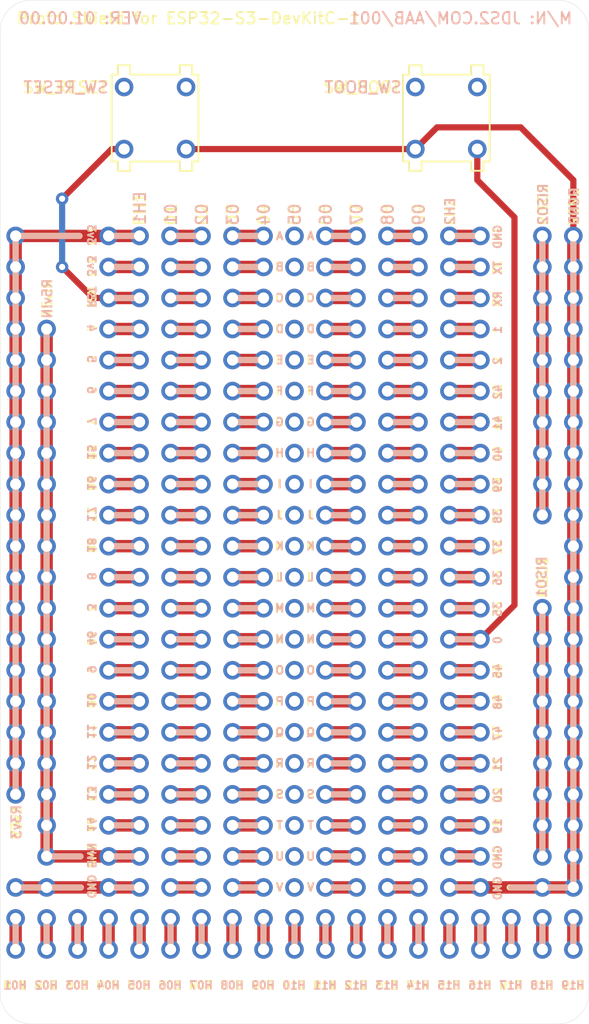
<source format=kicad_pcb>
(kicad_pcb (version 20221018) (generator pcbnew)

  (general
    (thickness 1.6)
  )

  (paper "A4")
  (layers
    (0 "F.Cu" signal)
    (31 "B.Cu" signal)
    (32 "B.Adhes" user "B.Adhesive")
    (33 "F.Adhes" user "F.Adhesive")
    (34 "B.Paste" user)
    (35 "F.Paste" user)
    (36 "B.SilkS" user "B.Silkscreen")
    (37 "F.SilkS" user "F.Silkscreen")
    (38 "B.Mask" user)
    (39 "F.Mask" user)
    (40 "Dwgs.User" user "User.Drawings")
    (41 "Cmts.User" user "User.Comments")
    (42 "Eco1.User" user "User.Eco1")
    (43 "Eco2.User" user "User.Eco2")
    (44 "Edge.Cuts" user)
    (45 "Margin" user)
    (46 "B.CrtYd" user "B.Courtyard")
    (47 "F.CrtYd" user "F.Courtyard")
    (48 "B.Fab" user)
    (49 "F.Fab" user)
  )

  (setup
    (stackup
      (layer "F.SilkS" (type "Top Silk Screen"))
      (layer "F.Paste" (type "Top Solder Paste"))
      (layer "F.Mask" (type "Top Solder Mask") (thickness 0.01))
      (layer "F.Cu" (type "copper") (thickness 0.035))
      (layer "dielectric 1" (type "core") (thickness 1.51) (material "FR4") (epsilon_r 4.5) (loss_tangent 0.02))
      (layer "B.Cu" (type "copper") (thickness 0.035))
      (layer "B.Mask" (type "Bottom Solder Mask") (thickness 0.01))
      (layer "B.Paste" (type "Bottom Solder Paste"))
      (layer "B.SilkS" (type "Bottom Silk Screen"))
      (copper_finish "None")
      (dielectric_constraints no)
    )
    (pad_to_mask_clearance 0.0254)
    (solder_mask_min_width 0.0254)
    (pad_to_paste_clearance -0.254)
    (pad_to_paste_clearance_ratio -0.0001)
    (pcbplotparams
      (layerselection 0x00010f0_ffffffff)
      (plot_on_all_layers_selection 0x0000000_00000000)
      (disableapertmacros false)
      (usegerberextensions true)
      (usegerberattributes false)
      (usegerberadvancedattributes false)
      (creategerberjobfile false)
      (dashed_line_dash_ratio 12.000000)
      (dashed_line_gap_ratio 3.000000)
      (svgprecision 4)
      (plotframeref false)
      (viasonmask true)
      (mode 1)
      (useauxorigin false)
      (hpglpennumber 1)
      (hpglpenspeed 20)
      (hpglpendiameter 15.000000)
      (dxfpolygonmode true)
      (dxfimperialunits true)
      (dxfusepcbnewfont true)
      (psnegative false)
      (psa4output false)
      (plotreference true)
      (plotvalue false)
      (plotinvisibletext false)
      (sketchpadsonfab false)
      (subtractmaskfromsilk true)
      (outputformat 1)
      (mirror false)
      (drillshape 0)
      (scaleselection 1)
      (outputdirectory "Gerbers/")
    )
  )

  (net 0 "")

  (gr_line locked (start 72.39 90.424) (end 72.39 92.964)
    (stroke (width 0.508) (type default)) (layer "B.SilkS") (tstamp 006ca32f-4ef2-46a9-9160-4b6420fba560))
  (gr_line locked (start 52.07 34.544) (end 54.61 34.544)
    (stroke (width 0.508) (type default)) (layer "B.SilkS") (tstamp 03435b30-ca1c-4144-92a5-517b6045c5a2))
  (gr_line locked (start 39.37 49.784) (end 41.91 49.784)
    (stroke (width 0.508) (type default)) (layer "B.SilkS") (tstamp 0395aa54-e36f-4715-8a4e-536f5d65808c))
  (gr_line locked (start 57.15 82.804) (end 59.69 82.804)
    (stroke (width 0.508) (type default)) (layer "B.SilkS") (tstamp 0519ac2c-3879-4f9d-a491-04fa3720748b))
  (gr_line locked (start 52.07 77.724) (end 54.61 77.724)
    (stroke (width 0.508) (type default)) (layer "B.SilkS") (tstamp 0530d258-40c9-4beb-a4b5-6d88e6bdd231))
  (gr_line locked (start 62.23 42.164) (end 64.77 42.164)
    (stroke (width 0.508) (type default)) (layer "B.SilkS") (tstamp 08e96a70-a504-4178-9a62-b9d02fd5f9b8))
  (gr_line locked (start 57.15 62.484) (end 59.69 62.484)
    (stroke (width 0.508) (type default)) (layer "B.SilkS") (tstamp 0cef6a1d-dc6c-43f9-8d3e-2beaa77b1ce8))
  (gr_line locked (start 44.45 57.404) (end 46.99 57.404)
    (stroke (width 0.508) (type default)) (layer "B.SilkS") (tstamp 0d45dd7b-7ede-43b1-b93d-0bf4fdfb6613))
  (gr_line locked (start 39.37 44.704) (end 41.91 44.704)
    (stroke (width 0.508) (type default)) (layer "B.SilkS") (tstamp 0f7797c4-db83-42a3-bb14-219e6f6dc6ae))
  (gr_line locked (start 44.45 87.884) (end 46.99 87.884)
    (stroke (width 0.508) (type default)) (layer "B.SilkS") (tstamp 11a6a7eb-6126-458c-afbd-6630cf379924))
  (gr_line locked (start 44.45 85.344) (end 46.99 85.344)
    (stroke (width 0.508) (type default)) (layer "B.SilkS") (tstamp 11abaa9e-e719-4302-9664-855cb9641838))
  (gr_line locked (start 31.75 90.424) (end 31.75 92.964)
    (stroke (width 0.508) (type default)) (layer "B.SilkS") (tstamp 128ec789-112a-4d2e-b150-89b1d9de5926))
  (gr_line locked (start 39.37 67.564) (end 41.91 67.564)
    (stroke (width 0.508) (type default)) (layer "B.SilkS") (tstamp 1322acb8-bfbe-4258-98d7-9f7fc2d3824d))
  (gr_line locked (start 57.15 80.264) (end 59.69 80.264)
    (stroke (width 0.508) (type default)) (layer "B.SilkS") (tstamp 1696d60b-1c86-4d26-88ce-1707f9259d45))
  (gr_line locked (start 62.23 34.544) (end 64.77 34.544)
    (stroke (width 0.508) (type default)) (layer "B.SilkS") (tstamp 181dc6d5-ed29-44f8-92e7-07b55b2c8a1b))
  (gr_line locked (start 34.29 62.484) (end 36.83 62.484)
    (stroke (width 0.508) (type default)) (layer "B.SilkS") (tstamp 1962a0de-ce93-4278-95e6-5adb2222946d))
  (gr_line locked (start 57.15 39.624) (end 59.69 39.624)
    (stroke (width 0.508) (type default)) (layer "B.SilkS") (tstamp 1b0f53b8-50d8-491e-8e13-3211bd0566f8))
  (gr_line locked (start 29.21 85.344) (end 31.99 85.344)
    (stroke (width 0.508) (type default)) (layer "B.SilkS") (tstamp 2288a88a-b5b4-4166-b24c-951bf2aabad8))
  (gr_line locked (start 57.15 72.644) (end 59.69 72.644)
    (stroke (width 0.508) (type default)) (layer "B.SilkS") (tstamp 259244b1-a7fa-4fde-aada-fe28380439da))
  (gr_line locked (start 52.07 82.804) (end 54.61 82.804)
    (stroke (width 0.508) (type default)) (layer "B.SilkS") (tstamp 2a89bfa2-ae24-4cd5-aef2-aa67fe786e44))
  (gr_line locked (start 34.29 85.344) (end 36.83 85.344)
    (stroke (width 0.508) (type default)) (layer "B.SilkS") (tstamp 2eefbba4-5090-490e-82db-698cd8a26c0f))
  (gr_line locked (start 57.15 90.424) (end 57.15 92.964)
    (stroke (width 0.508) (type default)) (layer "B.SilkS") (tstamp 31522eaf-d94d-422a-a93c-5b6c245ac10d))
  (gr_line locked (start 62.23 57.404) (end 64.77 57.404)
    (stroke (width 0.508) (type default)) (layer "B.SilkS") (tstamp 33417aa1-f7a9-45ac-91de-ecd9c23b1511))
  (gr_line locked (start 34.29 75.184) (end 36.83 75.184)
    (stroke (width 0.508) (type default)) (layer "B.SilkS") (tstamp 335587a8-ada9-4cec-8dc2-ac0f89f793a4))
  (gr_line locked (start 57.15 47.244) (end 59.69 47.244)
    (stroke (width 0.508) (type default)) (layer "B.SilkS") (tstamp 33e89e1b-e3ad-4b07-a006-1330271acdb3))
  (gr_line locked (start 62.23 37.084) (end 64.77 37.084)
    (stroke (width 0.508) (type default)) (layer "B.SilkS") (tstamp 372b722f-d7af-492a-9044-574c106ca4ce))
  (gr_line locked (start 34.29 42.164) (end 36.83 42.164)
    (stroke (width 0.508) (type default)) (layer "B.SilkS") (tstamp 37bcf6fb-f87b-447c-a7a1-b204dc417a31))
  (gr_line locked (start 39.37 39.624) (end 41.91 39.624)
    (stroke (width 0.508) (type default)) (layer "B.SilkS") (tstamp 399b5442-9f82-4aba-9cfc-5677eaf0ea5b))
  (gr_line locked (start 39.37 65.024) (end 41.91 65.024)
    (stroke (width 0.508) (type default)) (layer "B.SilkS") (tstamp 3d66b8e8-a800-4772-aaaf-f0aaa4a05f03))
  (gr_line locked (start 26.67 37.084) (end 26.67 80.264)
    (stroke (width 0.508) (type default)) (layer "B.SilkS") (tstamp 3da519e4-4bfd-461d-8167-7839ed7d7072))
  (gr_line locked (start 57.15 65.024) (end 59.69 65.024)
    (stroke (width 0.508) (type default)) (layer "B.SilkS") (tstamp 40a09e4e-b7e7-4ea9-8a00-75bd6d6e686f))
  (gr_line locked (start 39.37 72.644) (end 41.91 72.644)
    (stroke (width 0.508) (type default)) (layer "B.SilkS") (tstamp 40b683c1-1e7d-44b0-88c7-dd9a46f3eb86))
  (gr_line locked (start 44.45 59.944) (end 46.99 59.944)
    (stroke (width 0.508) (type default)) (layer "B.SilkS") (tstamp 41355bc4-42ac-4f05-9faa-372c9b6b93b6))
  (gr_line locked (start 62.23 47.244) (end 64.77 47.244)
    (stroke (width 0.508) (type default)) (layer "B.SilkS") (tstamp 4348861c-76bb-44f8-9fe7-a3f5647f9359))
  (gr_line locked (start 44.45 80.264) (end 46.99 80.264)
    (stroke (width 0.508) (type default)) (layer "B.SilkS") (tstamp 443ba11a-e142-4b38-9647-b4200e3023f5))
  (gr_line locked (start 44.45 67.564) (end 46.99 67.564)
    (stroke (width 0.508) (type default)) (layer "B.SilkS") (tstamp 493be625-6728-46ec-9f98-aa48b7087283))
  (gr_line locked (start 62.23 77.724) (end 64.77 77.724)
    (stroke (width 0.508) (type default)) (layer "B.SilkS") (tstamp 4aca2d95-1f33-4d7c-9e4f-0d541462306a))
  (gr_line locked (start 34.29 72.644) (end 36.83 72.644)
    (stroke (width 0.508) (type default)) (layer "B.SilkS") (tstamp 4ff4fb54-9dbb-4ae6-9dd8-3818364e9a49))
  (gr_line locked (start 62.23 82.804) (end 64.77 82.804)
    (stroke (width 0.508) (type default)) (layer "B.SilkS") (tstamp 52ae609a-c6f2-4fb5-981d-9f1c9435a215))
  (gr_line locked (start 64.77 90.424) (end 64.77 92.964)
    (stroke (width 0.508) (type default)) (layer "B.SilkS") (tstamp 53155aa7-c1eb-4828-9ede-20503e8c98c8))
  (gr_line locked (start 29.21 42.164) (end 29.21 85.344)
    (stroke (width 0.508) (type default)) (layer "B.SilkS") (tstamp 54475e18-6d0d-4e46-8e9e-85feacc98bfc))
  (gr_line locked (start 62.23 85.344) (end 64.77 85.344)
    (stroke (width 0.508) (type default)) (layer "B.SilkS") (tstamp 54bc55e2-6780-448e-bcb1-f36eabb3c082))
  (gr_line locked (start 39.37 47.244) (end 41.91 47.244)
    (stroke (width 0.508) (type default)) (layer "B.SilkS") (tstamp 5592bfe9-e3fc-443c-9140-f4e5f00c7673))
  (gr_line locked (start 52.07 42.164) (end 54.61 42.164)
    (stroke (width 0.508) (type default)) (layer "B.SilkS") (tstamp 57b0ce91-6539-440c-b98e-7b5f6603ab63))
  (gr_line locked (start 36.83 90.424) (end 36.83 92.964)
    (stroke (width 0.508) (type default)) (layer "B.SilkS") (tstamp 5873951b-8bf2-486c-91de-377167e5f1a0))
  (gr_line locked (start 62.23 67.564) (end 64.77 67.564)
    (stroke (width 0.508) (type default)) (layer "B.SilkS") (tstamp 59e0b853-6a32-4cf1-aa8c-6068f58d5e58))
  (gr_line locked (start 26.67 90.424) (end 26.67 92.964)
    (stroke (width 0.508) (type default)) (layer "B.SilkS") (tstamp 5c657c4b-fd9a-465f-bf3b-f64f7661231f))
  (gr_line locked (start 39.37 62.484) (end 41.91 62.484)
    (stroke (width 0.508) (type default)) (layer "B.SilkS") (tstamp 5cf7e19b-2086-4f36-921c-447ca4be5a2c))
  (gr_line locked (start 57.15 59.944) (end 59.69 59.944)
    (stroke (width 0.508) (type default)) (layer "B.SilkS") (tstamp 5d9345ee-8564-4250-966a-9c098f8dd35e))
  (gr_line locked (start 46.99 90.424) (end 46.99 92.964)
    (stroke (width 0.508) (type default)) (layer "B.SilkS") (tstamp 6086561d-b91b-4a9e-b76f-9ddfaefd3d26))
  (gr_line locked (start 44.45 70.104) (end 46.99 70.104)
    (stroke (width 0.508) (type default)) (layer "B.SilkS") (tstamp 617ba590-b9ac-4ce0-b238-3983020b6792))
  (gr_line locked (start 52.07 75.184) (end 54.61 75.184)
    (stroke (width 0.508) (type default)) (layer "B.SilkS") (tstamp 618e8405-db4e-4ce7-b496-2a6d14b73f7c))
  (gr_line locked (start 26.67 34.544) (end 26.67 37.084)
    (stroke (width 0.508) (type default)) (layer "B.SilkS") (tstamp 61974f58-b841-4299-b2e7-cd9d7751be93))
  (gr_line locked (start 44.45 47.244) (end 46.99 47.244)
    (stroke (width 0.508) (type default)) (layer "B.SilkS") (tstamp 627e5033-c3a8-49c8-a99a-a08f454caec9))
  (gr_line locked (start 44.45 72.644) (end 46.99 72.644)
    (stroke (width 0.508) (type default)) (layer "B.SilkS") (tstamp 628a6679-b4d2-4cd3-97c5-156847f2f8a2))
  (gr_line locked (start 34.29 65.024) (end 36.83 65.024)
    (stroke (width 0.508) (type default)) (layer "B.SilkS") (tstamp 62e2cbe5-37c9-4d9d-9ec3-3a018f4de173))
  (gr_line locked (start 44.45 54.864) (end 46.99 54.864)
    (stroke (width 0.508) (type default)) (layer "B.SilkS") (tstamp 64695a72-4a1f-4bae-a8a5-f7df895982c2))
  (gr_line locked (start 57.15 37.084) (end 59.69 37.084)
    (stroke (width 0.508) (type default)) (layer "B.SilkS") (tstamp 6530224f-6ac7-451c-b05d-957c78380d52))
  (gr_line locked (start 69.85 65.024) (end 69.85 85.344)
    (stroke (width 0.508) (type default)) (layer "B.SilkS") (tstamp 68185450-4327-4ea5-a770-b32af3619ea6))
  (gr_line locked (start 57.15 52.324) (end 59.69 52.324)
    (stroke (width 0.508) (type default)) (layer "B.SilkS") (tstamp 687d7add-da63-4ed8-a822-46eed6c3f9e1))
  (gr_line locked (start 62.23 49.784) (end 64.77 49.784)
    (stroke (width 0.508) (type default)) (layer "B.SilkS") (tstamp 6baaae5e-bf82-4289-b81b-8d913e969ee9))
  (gr_line locked (start 52.07 49.784) (end 54.61 49.784)
    (stroke (width 0.508) (type default)) (layer "B.SilkS") (tstamp 6c4ae435-52be-4bec-bc04-2f31c48998e6))
  (gr_line locked (start 34.29 67.564) (end 36.83 67.564)
    (stroke (width 0.508) (type default)) (layer "B.SilkS") (tstamp 6c9a6afe-4d42-4212-925c-94c685b1ffa3))
  (gr_line locked (start 39.37 42.164) (end 41.91 42.164)
    (stroke (width 0.508) (type default)) (layer "B.SilkS") (tstamp 6cc3a9d0-8e42-4e72-945f-edf9c33a9182))
  (gr_line locked (start 57.15 34.544) (end 59.69 34.544)
    (stroke (width 0.508) (type default)) (layer "B.SilkS") (tstamp 6f0f5d15-64cf-4fe8-ae43-559a4fff4a63))
  (gr_line locked (start 39.37 80.264) (end 41.91 80.264)
    (stroke (width 0.508) (type default)) (layer "B.SilkS") (tstamp 6f523246-b1bd-457f-aa2a-05d9ff07fb00))
  (gr_line locked (start 34.29 54.864) (end 36.83 54.864)
    (stroke (width 0.508) (type default)) (layer "B.SilkS") (tstamp 726299b3-8656-43cd-b9f7-a2d7fa0946da))
  (gr_line locked (start 34.29 49.784) (end 36.83 49.784)
    (stroke (width 0.508) (type default)) (layer "B.SilkS") (tstamp 75132e6c-b6e1-43c2-a3a6-dd79b4959cad))
  (gr_line locked (start 34.29 39.624) (end 36.83 39.624)
    (stroke (width 0.508) (type default)) (layer "B.SilkS") (tstamp 76d9b7b2-0a87-49b6-a4ba-b8f9c4a65e16))
  (gr_line locked (start 52.07 52.324) (end 54.61 52.324)
    (stroke (width 0.508) (type default)) (layer "B.SilkS") (tstamp 7a89bb1d-8ffd-47e7-bfd2-eb8ff4bc4173))
  (gr_line locked (start 62.23 87.884) (end 64.77 87.884)
    (stroke (width 0.508) (type default)) (layer "B.SilkS") (tstamp 7bcb0fc6-a788-415a-b6c7-1dd9f9931b18))
  (gr_line locked (start 52.07 47.244) (end 54.61 47.244)
    (stroke (width 0.508) (type default)) (layer "B.SilkS") (tstamp 7c20cd73-2293-4719-9ea9-e0cc04adde40))
  (gr_line locked (start 57.15 54.864) (end 59.69 54.864)
    (stroke (width 0.508) (type default)) (layer "B.SilkS") (tstamp 7d1b125f-c82a-4e91-a8c9-c6260a7cd861))
  (gr_line locked (start 57.15 87.884) (end 59.69 87.884)
    (stroke (width 0.508) (type default)) (layer "B.SilkS") (tstamp 7e602c68-7618-4b3f-a212-17d30cf87186))
  (gr_line locked (start 34.29 34.544) (end 36.83 34.544)
    (stroke (width 0.508) (type default)) (layer "B.SilkS") (tstamp 7f587b09-c1c9-45b9-a60b-208e0f27ffbd))
  (gr_line locked (start 31.86 34.544) (end 26.67 34.544)
    (stroke (width 0.508) (type default)) (layer "B.SilkS") (tstamp 81d42e24-3bb0-45e6-ac5f-6fafb37c17b7))
  (gr_line locked (start 39.37 82.804) (end 41.91 82.804)
    (stroke (width 0.508) (type default)) (layer "B.SilkS") (tstamp 82d6c431-23d3-4192-a9fb-9b37f2706652))
  (gr_line locked (start 32.01 87.884) (end 29.21 87.884)
    (stroke (width 0.508) (type default)) (layer "B.SilkS") (tstamp 83e5c3fc-4798-4b75-ad34-a44ef2cf198e))
  (gr_line locked (start 62.23 59.944) (end 64.77 59.944)
    (stroke (width 0.508) (type default)) (layer "B.SilkS") (tstamp 84e7dfed-6356-4dbb-b9aa-8699946ea417))
  (gr_line locked (start 67.31 90.424) (end 67.31 92.964)
    (stroke (width 0.508) (type default)) (layer "B.SilkS") (tstamp 85471e8a-d30a-4e2f-833a-db3570da0825))
  (gr_line locked (start 39.37 52.324) (end 41.91 52.324)
    (stroke (width 0.508) (type default)) (layer "B.SilkS") (tstamp 8571ed01-7283-453f-8065-86767ca4b979))
  (gr_line locked (start 57.15 77.724) (end 59.69 77.724)
    (stroke (width 0.508) (type default)) (layer "B.SilkS") (tstamp 86309254-6a4a-435a-8931-03ee459881f2))
  (gr_line locked (start 52.07 90.424) (end 52.07 92.964)
    (stroke (width 0.508) (type default)) (layer "B.SilkS") (tstamp 86e59b43-0006-4c02-8ca2-7f7bd9242403))
  (gr_line locked (start 67.29 87.884) (end 69.85 87.884)
    (stroke (width 0.508) (type default)) (layer "B.SilkS") (tstamp 87db80b1-4f38-4e85-8d34-9d21b0f7ea8b))
  (gr_line locked (start 44.45 37.084) (end 46.99 37.084)
    (stroke (width 0.508) (type default)) (layer "B.SilkS") (tstamp 891d3a5d-0aad-440e-8c3c-7a20e7140154))
  (gr_line locked (start 44.45 90.424) (end 44.45 92.964)
    (stroke (width 0.508) (type default)) (layer "B.SilkS") (tstamp 89729462-f693-40ba-a94b-b869d5483bdd))
  (gr_line locked (start 44.45 65.024) (end 46.99 65.024)
    (stroke (width 0.508) (type default)) (layer "B.SilkS") (tstamp 8974033b-cec5-4422-8c1c-541e3da8fda4))
  (gr_line locked (start 69.85 90.424) (end 69.85 92.964)
    (stroke (width 0.508) (type default)) (layer "B.SilkS") (tstamp 8d3e83db-1ad7-4463-8606-61d92c863c72))
  (gr_line locked (start 62.23 75.184) (end 64.77 75.184)
    (stroke (width 0.508) (type default)) (layer "B.SilkS") (tstamp 8daf03ca-2b5a-4577-bdc0-a1524c67c3e3))
  (gr_line locked (start 57.15 49.784) (end 59.69 49.784)
    (stroke (width 0.508) (type default)) (layer "B.SilkS") (tstamp 8dbee1f1-b708-47c8-b9ff-a0d38e45a42a))
  (gr_line locked (start 62.23 39.624) (end 64.77 39.624)
    (stroke (width 0.508) (type default)) (layer "B.SilkS") (tstamp 8e724dd3-48de-4a0b-a497-c5f60a37f01d))
  (gr_line locked (start 57.15 42.164) (end 59.69 42.164)
    (stroke (width 0.508) (type default)) (layer "B.SilkS") (tstamp 8e7edd04-7e67-4530-bc8d-778133ab16ed))
  (gr_line locked (start 62.23 70.104) (end 64.77 70.104)
    (stroke (width 0.508) (type default)) (layer "B.SilkS") (tstamp 8edb08ba-0296-4dc2-966e-e7e8ad8e9fde))
  (gr_line locked (start 57.15 44.704) (end 59.69 44.704)
    (stroke (width 0.508) (type default)) (layer "B.SilkS") (tstamp 9472322b-a81e-4919-82c3-13edc91363fd))
  (gr_line locked (start 34.29 44.704) (end 36.83 44.704)
    (stroke (width 0.508) (type default)) (layer "B.SilkS") (tstamp 94ed249d-ee22-4e5b-909a-58649e955c57))
  (gr_line locked (start 52.07 80.264) (end 54.61 80.264)
    (stroke (width 0.508) (type default)) (layer "B.SilkS") (tstamp 96bb77a2-ecc6-40e0-9132-c41c79857319))
  (gr_line locked (start 39.37 90.424) (end 39.37 92.964)
    (stroke (width 0.508) (type default)) (layer "B.SilkS") (tstamp 97bf2d32-a813-4115-bb4e-9a96a4d906ae))
  (gr_line locked (start 39.37 87.884) (end 41.91 87.884)
    (stroke (width 0.508) (type default)) (layer "B.SilkS") (tstamp 9880838f-81ca-4388-b060-d434bbb056de))
  (gr_line locked (start 52.07 85.344) (end 54.61 85.344)
    (stroke (width 0.508) (type default)) (layer "B.SilkS") (tstamp 99b59736-3908-46c4-a31b-283342c1472a))
  (gr_line locked (start 34.29 57.404) (end 36.83 57.404)
    (stroke (width 0.508) (type default)) (layer "B.SilkS") (tstamp 9a99320e-01bf-4722-8e79-d7cd5ba97623))
  (gr_line locked (start 44.45 82.804) (end 46.99 82.804)
    (stroke (width 0.508) (type default)) (layer "B.SilkS") (tstamp 9b2a53c0-ed91-4e4d-bb5e-4084dd2c2e44))
  (gr_line locked (start 41.91 90.424) (end 41.91 92.964)
    (stroke (width 0.508) (type default)) (layer "B.SilkS") (tstamp 9b7b9f5d-1688-42b3-ae87-d09fc4423e7c))
  (gr_line locked (start 34.29 59.944) (end 36.83 59.944)
    (stroke (width 0.508) (type default)) (layer "B.SilkS") (tstamp 9e0be11a-da2a-41de-846e-e540581fd057))
  (gr_line locked (start 52.07 39.624) (end 54.61 39.624)
    (stroke (width 0.508) (type default)) (layer "B.SilkS") (tstamp 9fe4bba5-60f5-42ea-9227-0c9034ac6121))
  (gr_line locked (start 52.07 67.564) (end 54.61 67.564)
    (stroke (width 0.508) (type default)) (layer "B.SilkS") (tstamp a4cb4b09-0ef0-455f-9ef6-0f348a38e55f))
  (gr_line locked (start 52.07 87.884) (end 54.61 87.884)
    (stroke (width 0.508) (type default)) (layer "B.SilkS") (tstamp a6c5c55e-accb-4edb-a49b-13712697d713))
  (gr_line locked (start 34.29 77.724) (end 36.83 77.724)
    (stroke (width 0.508) (type default)) (layer "B.SilkS") (tstamp a868a0a2-6944-4e38-9dca-abed7b5f8b87))
  (gr_line locked (start 54.61 90.424) (end 54.61 92.964)
    (stroke (width 0.508) (type default)) (layer "B.SilkS") (tstamp aa5bb755-8372-4c92-be13-6c20428b3128))
  (gr_line locked (start 57.15 67.564) (end 59.69 67.564)
    (stroke (width 0.508) (type default)) (layer "B.SilkS") (tstamp aa7d6782-a2a8-4212-b3ef-6e2eef9017b1))
  (gr_line locked (start 34.29 82.804) (end 36.83 82.804)
    (stroke (width 0.508) (type default)) (layer "B.SilkS") (tstamp aac40680-6030-49d3-8af1-94b00bcc6acc))
  (gr_line locked (start 52.07 44.704) (end 54.61 44.704)
    (stroke (width 0.508) (type default)) (layer "B.SilkS") (tstamp aceaa689-4874-4bd4-877d-970540214d52))
  (gr_line locked (start 44.45 39.624) (end 46.99 39.624)
    (stroke (width 0.508) (type default)) (layer "B.SilkS") (tstamp aeefad8d-1d32-41fb-bece-0361556456f6))
  (gr_line locked (start 62.23 52.324) (end 64.77 52.324)
    (stroke (width 0.508) (type default)) (layer "B.SilkS") (tstamp b0238987-5046-4852-8d77-f0e6c13feed7))
  (gr_line locked (start 62.23 72.644) (end 64.77 72.644)
    (stroke (width 0.508) (type default)) (layer "B.SilkS") (tstamp b1b2435a-9006-4b93-8293-180f903abec0))
  (gr_line locked (start 34.29 90.424) (end 34.29 92.964)
    (stroke (width 0.508) (type default)) (layer "B.SilkS") (tstamp b9a995b1-6756-4878-ad75-fe9c8a12146b))
  (gr_line locked (start 52.07 57.404) (end 54.61 57.404)
    (stroke (width 0.508) (type default)) (layer "B.SilkS") (tstamp bcbae290-2c55-462e-bd7b-4e71adfdbb9a))
  (gr_line locked (start 57.15 85.344) (end 59.69 85.344)
    (stroke (width 0.508) (type default)) (layer "B.SilkS") (tstamp bffeba98-c79d-42f4-97da-a889d8327275))
  (gr_line locked (start 62.23 80.264) (end 64.77 80.264)
    (stroke (width 0.508) (type default)) (layer "B.SilkS") (tstamp c1cd6288-0f69-4c9d-9dce-68e74ee9e975))
  (gr_line locked (start 59.69 90.424) (end 59.69 92.964)
    (stroke (width 0.508) (type default)) (layer "B.SilkS") (tstamp c4a3edb6-c920-49fa-8f92-fd525908bf61))
  (gr_line locked (start 29.21 87.884) (end 26.67 87.884)
    (stroke (width 0.508) (type default)) (layer "B.SilkS") (tstamp c8404324-c09d-4537-9bb8-1bcb0bbee06d))
  (gr_line locked (start 52.07 37.084) (end 54.61 37.084)
    (stroke (width 0.508) (type default)) (layer "B.SilkS") (tstamp ca5a1ef0-3adf-4864-ace1-c4ee8b3d92b6))
  (gr_line locked (start 34.29 70.104) (end 36.83 70.104)
    (stroke (width 0.508) (type default)) (layer "B.SilkS") (tstamp caaa043a-f95c-472d-b369-8544488ed1e5))
  (gr_line locked (start 52.07 59.944) (end 54.61 59.944)
    (stroke (width 0.508) (type default)) (layer "B.SilkS") (tstamp cc34b7a8-927e-4221-a954-7f2ca9b76056))
  (gr_line locked (start 39.37 75.184) (end 41.91 75.184)
    (stroke (width 0.508) (type default)) (layer "B.SilkS") (tstamp cc67da46-eb21-4b32-bbc2-13d4c99d0e39))
  (gr_line locked (start 39.37 37.084) (end 41.91 37.084)
    (stroke (width 0.508) (type default)) (layer "B.SilkS") (tstamp cc7a4c32-72e1-4b5b-b22f-4879709301f6))
  (gr_line locked (start 49.53 90.424) (end 49.53 92.964)
    (stroke (width 0.508) (type default)) (layer "B.SilkS") (tstamp cc90702f-bf7b-4d1c-95ed-33c997ce3cef))
  (gr_line locked (start 39.37 59.944) (end 41.91 59.944)
    (stroke (width 0.508) (type default)) (layer "B.SilkS") (tstamp cfbc32a5-a8ec-4c25-9947-522dd25d6cbb))
  (gr_line locked (start 62.23 54.864) (end 64.77 54.864)
    (stroke (width 0.508) (type default)) (layer "B.SilkS") (tstamp d029e62b-55ee-40de-bd45-19aa7cb2ad22))
  (gr_line locked (start 29.21 90.424) (end 29.21 92.964)
    (stroke (width 0.508) (type default)) (layer "B.SilkS") (tstamp d11e976b-976f-4ddd-9361-49fda30e6c84))
  (gr_line locked (start 62.23 62.484) (end 64.77 62.484)
    (stroke (width 0.508) (type default)) (layer "B.SilkS") (tstamp d393c8c5-6289-4ef0-bf41-3db3c7803179))
  (gr_line locked (start 44.45 77.724) (end 46.99 77.724)
    (stroke (width 0.508) (type default)) (layer "B.SilkS") (tstamp d46c2367-7fec-4350-948d-78d3045cbcd9))
  (gr_line locked (start 44.45 62.484) (end 46.99 62.484)
    (stroke (width 0.508) (type default)) (layer "B.SilkS") (tstamp d47639c9-9ad4-4fb8-be50-4d8af1720e14))
  (gr_line locked (start 39.37 54.864) (end 41.91 54.864)
    (stroke (width 0.508) (type default)) (layer "B.SilkS") (tstamp d66bd59b-65ae-4300-b7e2-8e3e24641557))
  (gr_line locked (start 39.37 34.544) (end 41.91 34.544)
    (stroke (width 0.508) (type default)) (layer "B.SilkS") (tstamp d66f2ceb-6d16-453b-92cd-1f9bd2c20ea0))
  (gr_line locked (start 34.29 80.264) (end 36.83 80.264)
    (stroke (width 0.508) (type default)) (layer "B.SilkS") (tstamp d6c18fb0-eea7-4156-b48d-b79e64b68e96))
  (gr_line locked (start 62.23 44.704) (end 64.77 44.704)
    (stroke (width 0.508) (type default)) (layer "B.SilkS") (tstamp d6ccb01d-b0ba-4a61-a70a-26e716b0ae5b))
  (gr_line locked (start 69.85 87.884) (end 72.39 87.884)
    (stroke (width 0.508) (type default)) (layer "B.SilkS") (tstamp d90b743f-a1ee-45ef-b221-42a63c8a2a3f))
  (gr_line locked (start 44.45 44.704) (end 46.99 44.704)
    (stroke (width 0.508) (type default)) (layer "B.SilkS") (tstamp da51bc71-d08d-4b14-af23-ab1d27fe06fa))
  (gr_line locked (start 34.29 52.324) (end 36.83 52.324)
    (stroke (width 0.508) (type default)) (layer "B.SilkS") (tstamp dab191b0-b489-46f3-8b34-b2dad4e6dd6a))
  (gr_line locked (start 52.07 70.104) (end 54.61 70.104)
    (stroke (width 0.508) (type default)) (layer "B.SilkS") (tstamp dacaf309-6bbd-4720-8727-3f4caf633083))
  (gr_line locked (start 52.07 54.864) (end 54.61 54.864)
    (stroke (width 0.508) (type default)) (layer "B.SilkS") (tstamp dc4d51e8-22f8-4a3a-92a8-9146efc8a857))
  (gr_line locked (start 72.39 87.884) (end 72.39 34.544)
    (stroke (width 0.508) (type default)) (layer "B.SilkS") (tstamp dc8551e9-4b49-4fc6-8513-7900bc903570))
  (gr_line locked (start 57.15 57.404) (end 59.69 57.404)
    (stroke (width 0.508) (type default)) (layer "B.SilkS") (tstamp dcd677c1-911f-45be-b329-678463e2e94e))
  (gr_line locked (start 39.37 57.404) (end 41.91 57.404)
    (stroke (width 0.508) (type default)) (layer "B.SilkS") (tstamp de4a9e77-43cd-425d-b334-f9fb52083320))
  (gr_line locked (start 44.45 42.164) (end 46.99 42.164)
    (stroke (width 0.508) (type default)) (layer "B.SilkS") (tstamp df833e54-d4eb-45f7-a0e9-2fb2aaedc5d2))
  (gr_line locked (start 44.45 49.784) (end 46.99 49.784)
    (stroke (width 0.508) (type default)) (layer "B.SilkS") (tstamp e1025c65-736b-4878-8602-5a595a8298be))
  (gr_line locked (start 62.23 90.424) (end 62.23 92.964)
    (stroke (width 0.508) (type default)) (layer "B.SilkS") (tstamp e195365a-01a9-45ac-84dc-ac6622c561f7))
  (gr_line locked (start 39.37 70.104) (end 41.91 70.104)
    (stroke (width 0.508) (type default)) (layer "B.SilkS") (tstamp e5abeb12-c63b-4327-bf0b-820708e272ca))
  (gr_line locked (start 44.45 34.544) (end 46.99 34.544)
    (stroke (width 0.508) (type default)) (layer "B.SilkS") (tstamp e73be31d-e5bd-4207-9563-11fe102a48ed))
  (gr_line locked (start 39.37 77.724) (end 41.91 77.724)
    (stroke (width 0.508) (type default)) (layer "B.SilkS") (tstamp e9785486-1f8c-4178-bfcc-8fe21da486f4))
  (gr_line locked (start 62.23 65.024) (end 64.77 65.024)
    (stroke (width 0.508) (type default)) (layer "B.SilkS") (tstamp e98dc4de-596e-4993-b4cf-4737098a5b16))
  (gr_line locked (start 57.15 70.104) (end 59.69 70.104)
    (stroke (width 0.508) (type default)) (layer "B.SilkS") (tstamp ea12a245-305c-43d3-b337-e3582b7e0ee7))
  (gr_line locked (start 44.45 52.324) (end 46.99 52.324)
    (stroke (width 0.508) (type default)) (layer "B.SilkS") (tstamp eafaf86e-e50d-41f9-ab64-aacf79f7786c))
  (gr_line locked (start 34.29 47.244) (end 36.83 47.244)
    (stroke (width 0.508) (type default)) (layer "B.SilkS") (tstamp ef1450c0-406b-4ebb-9100-1ff805ce3166))
  (gr_line locked (start 52.07 65.024) (end 54.61 65.024)
    (stroke (width 0.508) (type default)) (layer "B.SilkS") (tstamp efcb60a6-c314-4e34-b658-346c0bfafc31))
  (gr_line locked (start 34.29 37.084) (end 36.83 37.084)
    (stroke (width 0.508) (type default)) (layer "B.SilkS") (tstamp f200c534-301b-4994-9bff-16e0cf326b7e))
  (gr_line locked (start 34.29 87.884) (end 36.83 87.884)
    (stroke (width 0.508) (type default)) (layer "B.SilkS") (tstamp fadccbf2-e324-4999-bec5-bf7177581431))
  (gr_line locked (start 52.07 72.644) (end 54.61 72.644)
    (stroke (width 0.508) (type default)) (layer "B.SilkS") (tstamp fae649cd-474a-443b-a2ab-21a2373de04b))
  (gr_line locked (start 44.45 75.184) (end 46.99 75.184)
    (stroke (width 0.508) (type default)) (layer "B.SilkS") (tstamp fc1df5d1-3307-4830-8ff2-b17bd972524c))
  (gr_line locked (start 57.15 75.184) (end 59.69 75.184)
    (stroke (width 0.508) (type default)) (layer "B.SilkS") (tstamp fc99a8f6-01aa-4296-8a99-93679bc87b28))
  (gr_line locked (start 52.07 62.484) (end 54.61 62.484)
    (stroke (width 0.508) (type default)) (layer "B.SilkS") (tstamp fdc44185-e07e-40ea-a774-58f4cc25f88f))
  (gr_line locked (start 69.85 57.404) (end 69.85 34.544)
    (stroke (width 0.508) (type default)) (layer "B.SilkS") (tstamp ff009da6-f7c9-4d30-bffc-8a258f74b85f))
  (gr_line locked (start 39.37 85.344) (end 41.91 85.344)
    (stroke (width 0.508) (type default)) (layer "B.SilkS") (tstamp ffff56f5-719d-4308-be6a-f9241bbc65d9))
  (gr_line (start 62.23 85.344) (end 64.77 85.344)
    (stroke (width 0.508) (type default)) (layer "F.SilkS") (tstamp 01408f4b-1028-48a4-aac3-23d3b15d0bbd))
  (gr_line (start 52.07 37.084) (end 54.61 37.084)
    (stroke (width 0.508) (type default)) (layer "F.SilkS") (tstamp 017496ed-d80c-49c8-9068-af7748c3146a))
  (gr_line (start 57.15 44.704) (end 59.69 44.704)
    (stroke (width 0.508) (type default)) (layer "F.SilkS") (tstamp 0246fec6-827d-44e0-b8d0-8f4799e9b3b2))
  (gr_line (start 62.23 37.084) (end 64.77 37.084)
    (stroke (width 0.508) (type default)) (layer "F.SilkS") (tstamp 02d97353-92e8-42c8-ae0b-d87e96562376))
  (gr_line (start 39.37 47.244) (end 41.91 47.244)
    (stroke (width 0.508) (type default)) (layer "F.SilkS") (tstamp 0312b80c-ca81-4509-ad55-6edcf165663a))
  (gr_line (start 52.07 34.544) (end 54.61 34.544)
    (stroke (width 0.508) (type default)) (layer "F.SilkS") (tstamp 05637dc1-f118-4600-9284-2287f479c3e2))
  (gr_line (start 52.07 90.424) (end 52.07 92.964)
    (stroke (width 0.508) (type default)) (layer "F.SilkS") (tstamp 060b51f9-e156-4a2e-a5c7-3270ba4570b4))
  (gr_line (start 67.17 87.884) (end 69.85 87.884)
    (stroke (width 0.508) (type default)) (layer "F.SilkS") (tstamp 08dc960d-2da3-4d9f-9276-67dd30f7657d))
  (gr_line (start 44.45 54.864) (end 46.99 54.864)
    (stroke (width 0.508) (type default)) (layer "F.SilkS") (tstamp 0dbb03fa-c632-4060-a09f-9ecbd069a733))
  (gr_line (start 34.29 62.484) (end 36.83 62.484)
    (stroke (width 0.508) (type default)) (layer "F.SilkS") (tstamp 0fe0a685-fb1b-411f-aa07-cce97085a207))
  (gr_line (start 57.15 34.544) (end 59.69 34.544)
    (stroke (width 0.508) (type default)) (layer "F.SilkS") (tstamp 117c4250-a53b-48c0-85e1-b012b8ef4795))
  (gr_line (start 62.23 34.544) (end 64.77 34.544)
    (stroke (width 0.508) (type default)) (layer "F.SilkS") (tstamp 11ce7fb2-3e31-4669-a52f-42b633e55dad))
  (gr_line (start 59.944 28.448) (end 59.944 29.21)
    (stroke (width 0.15) (type default)) (layer "F.SilkS") (tstamp 12182a7e-d7ec-4221-8f2c-a188488b6270))
  (gr_line (start 39.37 90.424) (end 39.37 92.964)
    (stroke (width 0.508) (type default)) (layer "F.SilkS") (tstamp 134d070e-4b2f-4bb6-8a70-b7a502fb9f21))
  (gr_line (start 44.45 90.424) (end 44.45 92.964)
    (stroke (width 0.508) (type default)) (layer "F.SilkS") (tstamp 14316aaa-85e8-467d-9895-0352659596a2))
  (gr_line (start 44.45 47.244) (end 46.99 47.244)
    (stroke (width 0.508) (type default)) (layer "F.SilkS") (tstamp 14572256-f788-4ef2-9728-31ad0fe96732))
  (gr_line (start 26.67 37.084) (end 26.67 80.264)
    (stroke (width 0.508) (type default)) (layer "F.SilkS") (tstamp 14a34221-524a-44d6-b6c0-c39a185d50d2))
  (gr_line (start 44.45 85.344) (end 46.99 85.344)
    (stroke (width 0.508) (type default)) (layer "F.SilkS") (tstamp 150bdcb7-9b9b-44a6-8a42-33afa68c534a))
  (gr_line (start 62.23 39.624) (end 64.77 39.624)
    (stroke (width 0.508) (type default)) (layer "F.SilkS") (tstamp 15753a28-c726-46e8-ba96-c16381f20afd))
  (gr_line (start 52.07 47.244) (end 54.61 47.244)
    (stroke (width 0.508) (type default)) (layer "F.SilkS") (tstamp 15889af1-5d7b-45fe-8544-992c0a519971))
  (gr_line (start 44.45 67.564) (end 46.99 67.564)
    (stroke (width 0.508) (type default)) (layer "F.SilkS") (tstamp 175a0791-146a-43aa-823a-9ece24ddd9bb))
  (gr_line (start 40.132 21.336) (end 40.132 20.574)
    (stroke (width 0.15) (type default)) (layer "F.SilkS") (tstamp 17f0a831-fdef-4f69-93a8-bf1e32a14fec))
  (gr_line (start 52.07 42.164) (end 54.61 42.164)
    (stroke (width 0.508) (type default)) (layer "F.SilkS") (tstamp 198d61c8-1ae4-4be4-854f-dc29b516d897))
  (gr_line (start 34.29 42.164) (end 36.83 42.164)
    (stroke (width 0.508) (type default)) (layer "F.SilkS") (tstamp 1a148401-d20e-4470-8202-b20993d82e9e))
  (gr_line (start 41.148 20.574) (end 41.148 21.336)
    (stroke (width 0.15) (type default)) (layer "F.SilkS") (tstamp 1a86edef-3654-43e9-b8dd-8b04df50393c))
  (gr_line (start 39.37 75.184) (end 41.91 75.184)
    (stroke (width 0.508) (type default)) (layer "F.SilkS") (tstamp 1bff76e4-1eb9-4677-bb39-87a51bc147c5))
  (gr_line (start 52.07 59.944) (end 54.61 59.944)
    (stroke (width 0.508) (type default)) (layer "F.SilkS") (tstamp 1d10fa9d-2b87-4fa8-87d2-53a6f0cc108d))
  (gr_line (start 44.45 57.404) (end 46.99 57.404)
    (stroke (width 0.508) (type default)) (layer "F.SilkS") (tstamp 1d38a8ea-dac3-4f03-8cfd-34e3c5d284e3))
  (gr_line (start 44.45 75.184) (end 46.99 75.184)
    (stroke (width 0.508) (type default)) (layer "F.SilkS") (tstamp 1e72342a-ab45-44f3-b0b9-81e3b26555f6))
  (gr_line (start 57.15 59.944) (end 59.69 59.944)
    (stroke (width 0.508) (type default)) (layer "F.SilkS") (tstamp 1f0915e2-e402-4d30-aa1f-25e6fb4ef7be))
  (gr_line (start 64.008 28.448) (end 59.944 28.448)
    (stroke (width 0.15) (type default)) (layer "F.SilkS") (tstamp 1f9c237f-7b57-4710-9db6-859d6c798549))
  (gr_line (start 54.61 90.424) (end 54.61 92.964)
    (stroke (width 0.508) (type default)) (layer "F.SilkS") (tstamp 1fd02b0b-feb8-4393-b4bc-d2b4bf219e87))
  (gr_line (start 34.29 34.544) (end 36.83 34.544)
    (stroke (width 0.508) (type default)) (layer "F.SilkS") (tstamp 2023aa43-dbaf-43ea-bf6b-b98f812905aa))
  (gr_line (start 39.37 54.864) (end 41.91 54.864)
    (stroke (width 0.508) (type default)) (layer "F.SilkS") (tstamp 20534c58-dfae-4894-bfc2-bf040b5ce444))
  (gr_line (start 62.23 90.424) (end 62.23 92.964)
    (stroke (width 0.508) (type default)) (layer "F.SilkS") (tstamp 242f6d26-af69-4a7f-ad33-c488bfb3c9e1))
  (gr_line (start 34.29 39.624) (end 36.83 39.624)
    (stroke (width 0.508) (type default)) (layer "F.SilkS") (tstamp 24f0d526-83ef-4014-91ff-5c6918d65741))
  (gr_line (start 57.15 67.564) (end 59.69 67.564)
    (stroke (width 0.508) (type default)) (layer "F.SilkS") (tstamp 279baee2-dcf1-47bf-b7d8-1ea795f14452))
  (gr_line (start 67.31 90.424) (end 67.31 92.964)
    (stroke (width 0.508) (type default)) (layer "F.SilkS") (tstamp 293255ee-6bb5-45dd-b092-58559d9d5197))
  (gr_line (start 58.928 20.574) (end 59.944 20.574)
    (stroke (width 0.15) (type default)) (layer "F.SilkS") (tstamp 2bef2d18-672f-40c5-907e-c34177356def))
  (gr_line (start 35.052 29.21) (end 35.052 28.448)
    (stroke (width 0.15) (type default)) (layer "F.SilkS") (tstamp 2e141f62-e5f4-42f6-8b60-18cf7a987ac5))
  (gr_line (start 69.85 87.884) (end 72.39 87.884)
    (stroke (width 0.508) (type default)) (layer "F.SilkS") (tstamp 2f2a4d3f-b103-4bbe-bb96-4fb952207e59))
  (gr_line (start 59.944 20.574) (end 59.944 21.336)
    (stroke (width 0.15) (type default)) (layer "F.SilkS") (tstamp 30a44418-07cc-4314-a421-7019c8c0eb92))
  (gr_line (start 62.23 52.324) (end 64.77 52.324)
    (stroke (width 0.508) (type default)) (layer "F.SilkS") (tstamp 34537e00-3ab0-4ea1-9ea3-fd98b73db3cf))
  (gr_line (start 34.29 90.424) (end 34.29 92.964)
    (stroke (width 0.508) (type default)) (layer "F.SilkS") (tstamp 34b822ed-f07e-4024-8b7f-20d3330530f8))
  (gr_line (start 52.07 52.324) (end 54.61 52.324)
    (stroke (width 0.508) (type default)) (layer "F.SilkS") (tstamp 34e584f0-ac96-4c56-be75-1d90349f0af3))
  (gr_line (start 62.23 77.724) (end 64.77 77.724)
    (stroke (width 0.508) (type default)) (layer "F.SilkS") (tstamp 35c1f68a-e05f-4691-879c-8ebff801ad1c))
  (gr_line (start 52.07 87.884) (end 54.61 87.884)
    (stroke (width 0.508) (type default)) (layer "F.SilkS") (tstamp 35f90d06-2761-48e9-bcea-7f02056d717f))
  (gr_line (start 64.008 29.21) (end 64.008 28.448)
    (stroke (width 0.15) (type default)) (layer "F.SilkS") (tstamp 38e76a5e-7783-4670-94c0-65ad7c631e74))
  (gr_line (start 59.944 29.21) (end 58.928 29.21)
    (stroke (width 0.15) (type default)) (layer "F.SilkS") (tstamp 39e1eed7-7d40-4a05-a9f9-6602e31185c5))
  (gr_line (start 39.37 39.624) (end 41.91 39.624)
    (stroke (width 0.508) (type default)) (layer "F.SilkS") (tstamp 3d5ceed4-4d08-4588-a6e6-5a228cceecd8))
  (gr_line (start 69.85 90.424) (end 69.85 92.964)
    (stroke (width 0.508) (type default)) (layer "F.SilkS") (tstamp 4022474a-022a-421f-8d77-c13b7482d964))
  (gr_line (start 65.024 29.21) (end 64.008 29.21)
    (stroke (width 0.15) (type default)) (layer "F.SilkS") (tstamp 404c0e16-532b-405d-8a78-7794a2657b8c))
  (gr_line (start 39.37 62.484) (end 41.91 62.484)
    (stroke (width 0.508) (type default)) (layer "F.SilkS") (tstamp 409884c8-1f7d-4e36-b9b6-f7d982c7753b))
  (gr_line (start 64.008 20.574) (end 65.024 20.574)
    (stroke (width 0.15) (type default)) (layer "F.SilkS") (tstamp 41da24ba-b9c6-4148-9b13-16fc2de9dfd2))
  (gr_line (start 57.15 70.104) (end 59.69 70.104)
    (stroke (width 0.508) (type default)) (layer "F.SilkS") (tstamp 437a07b6-1499-4e68-b582-7a7000a05de7))
  (gr_line (start 39.37 57.404) (end 41.91 57.404)
    (stroke (width 0.508) (type default)) (layer "F.SilkS") (tstamp 44121b6b-56c1-4c0c-89b1-290bbc960c61))
  (gr_line (start 35.052 28.448) (end 34.544 28.448)
    (stroke (width 0.15) (type default)) (layer "F.SilkS") (tstamp 44422a94-8089-4b67-bf25-e07a473c9591))
  (gr_line (start 44.45 44.704) (end 46.99 44.704)
    (stroke (width 0.508) (type default)) (layer "F.SilkS") (tstamp 450f64cd-5247-4d01-abb3-658df7758161))
  (gr_line (start 52.07 39.624) (end 54.61 39.624)
    (stroke (width 0.508) (type default)) (layer "F.SilkS") (tstamp 45c30db8-90cb-4ae3-9098-e88adc6a95d5))
  (gr_line (start 44.45 37.084) (end 46.99 37.084)
    (stroke (width 0.508) (type default)) (layer "F.SilkS") (tstamp 4927cfce-7885-40e9-aca2-394670689005))
  (gr_line (start 44.45 52.324) (end 46.99 52.324)
    (stroke (width 0.508) (type default)) (layer "F.SilkS") (tstamp 49d40e2f-53fe-4de9-bd46-1c84d01ea373))
  (gr_line (start 57.15 52.324) (end 59.69 52.324)
    (stroke (width 0.508) (type default)) (layer "F.SilkS") (tstamp 4b6815c0-17dd-495c-90a3-bc3ecbf32286))
  (gr_line (start 52.07 57.404) (end 54.61 57.404)
    (stroke (width 0.508) (type default)) (layer "F.SilkS") (tstamp 4bb6394a-50ca-46c4-81eb-737bf41c98f1))
  (gr_line (start 29.21 90.424) (end 29.21 92.964)
    (stroke (width 0.508) (type default)) (layer "F.SilkS") (tstamp 4ca6b2c1-7c5d-4727-a317-74580f6575c2))
  (gr_line (start 52.07 75.184) (end 54.61 75.184)
    (stroke (width 0.508) (type default)) (layer "F.SilkS") (tstamp 4e85c6a2-9cad-4642-8919-0dfc021116b1))
  (gr_line (start 34.29 75.184) (end 36.83 75.184)
    (stroke (width 0.508) (type default)) (layer "F.SilkS") (tstamp 4f0b55a2-1dcd-4dff-81d4-ff3f16221cc4))
  (gr_line (start 57.15 39.624) (end 59.69 39.624)
    (stroke (width 0.508) (type default)) (layer "F.SilkS") (tstamp 51ec979e-99de-4cf5-903f-8fc7dc6fef7b))
  (gr_line (start 52.07 49.784) (end 54.61 49.784)
    (stroke (width 0.508) (type default)) (layer "F.SilkS") (tstamp 52d91fd2-4181-4153-9b88-34da4f51ed79))
  (gr_line (start 72.39 90.424) (end 72.39 92.964)
    (stroke (width 0.508) (type default)) (layer "F.SilkS") (tstamp 55bb9e28-7324-4418-b35d-0c1b04bc8ee6))
  (gr_line (start 44.45 70.104) (end 46.99 70.104)
    (stroke (width 0.508) (type default)) (layer "F.SilkS") (tstamp 5a7b9ad2-fef6-46cf-8ca6-49abce369829))
  (gr_line (start 39.37 85.344) (end 41.91 85.344)
    (stroke (width 0.508) (type default)) (layer "F.SilkS") (tstamp 5a9b4692-e8f5-4c94-b033-8694decb9100))
  (gr_line (start 57.15 75.184) (end 59.69 75.184)
    (stroke (width 0.508) (type default)) (layer "F.SilkS") (tstamp 5aca7371-3659-4ace-9ad4-80eae6d66366))
  (gr_line (start 41.656 28.448) (end 41.148 28.448)
    (stroke (width 0.15) (type default)) (layer "F.SilkS") (tstamp 5b3b704f-4180-4ee8-a8fe-41e45e839765))
  (gr_line (start 36.068 28.448) (end 36.068 29.21)
    (stroke (width 0.15) (type default)) (layer "F.SilkS") (tstamp 5b939faa-928a-4daa-ab80-0ca5e145ddd0))
  (gr_line (start 39.37 70.104) (end 41.91 70.104)
    (stroke (width 0.508) (type default)) (layer "F.SilkS") (tstamp 5b9bba18-000b-447d-9d89-107579d3e68c))
  (gr_line (start 57.15 85.344) (end 59.69 85.344)
    (stroke (width 0.508) (type default)) (layer "F.SilkS") (tstamp 5bd65576-8b9c-4fc3-8e4c-a4276c043dd6))
  (gr_line (start 35.052 20.574) (end 36.068 20.574)
    (stroke (width 0.15) (type default)) (layer "F.SilkS") (tstamp 5d506bc1-f4d8-42f4-8423-9b076b03a8f5))
  (gr_line (start 62.23 59.944) (end 64.77 59.944)
    (stroke (width 0.508) (type default)) (layer "F.SilkS") (tstamp 5da17fdb-7521-4739-a723-7928cd29a51a))
  (gr_line (start 39.37 82.804) (end 41.91 82.804)
    (stroke (width 0.508) (type default)) (layer "F.SilkS") (tstamp 5dadfc05-ba7e-47e0-83fc-fdab37cd1654))
  (gr_line (start 57.15 62.484) (end 59.69 62.484)
    (stroke (width 0.508) (type default)) (layer "F.SilkS") (tstamp 5e0ffd15-ed41-48ae-a95f-61350fc912b1))
  (gr_line (start 62.23 67.564) (end 64.77 67.564)
    (stroke (width 0.508) (type default)) (layer "F.SilkS") (tstamp 5e3df02f-9909-4436-9355-8326f34a3ea2))
  (gr_line (start 62.23 54.864) (end 64.77 54.864)
    (stroke (width 0.508) (type default)) (layer "F.SilkS") (tstamp 5f851e11-fc4f-4b3a-9aed-aa039cec66b1))
  (gr_line (start 44.45 39.624) (end 46.99 39.624)
    (stroke (width 0.508) (type default)) (layer "F.SilkS") (tstamp 606850ee-599b-47cb-9f19-4611d2189848))
  (gr_line (start 62.23 42.164) (end 64.77 42.164)
    (stroke (width 0.508) (type default)) (layer "F.SilkS") (tstamp 62e66dbc-d947-440f-85ab-4303a2fd5148))
  (gr_line (start 40.132 28.448) (end 36.068 28.448)
    (stroke (width 0.15) (type default)) (layer "F.SilkS") (tstamp 65924027-30ae-43c0-83ec-d89452440aea))
  (gr_line (start 34.29 82.804) (end 36.83 82.804)
    (stroke (width 0.508) (type default)) (layer "F.SilkS") (tstamp 65c2aeb4-6d44-46b4-8805-1daa1d8cfa6b))
  (gr_line (start 65.024 20.574) (end 65.024 21.336)
    (stroke (width 0.15) (type default)) (layer "F.SilkS") (tstamp 661a60f0-2aa1-4e2e-a8d2-3f246636b43a))
  (gr_line (start 29.21 87.884) (end 26.67 87.884)
    (stroke (width 0.508) (type default)) (layer "F.SilkS") (tstamp 66ebc130-56e2-48c5-97fd-113bdf1ca548))
  (gr_line (start 44.45 65.024) (end 46.99 65.024)
    (stroke (width 0.508) (type default)) (layer "F.SilkS") (tstamp 66f6323f-cfa9-491c-9b21-855f9bb179a5))
  (gr_line (start 57.15 90.424) (end 57.15 92.964)
    (stroke (width 0.508) (type default)) (layer "F.SilkS") (tstamp 6e26350a-f636-4061-9ff0-8e0047e0ef5f))
  (gr_line (start 39.37 42.164) (end 41.91 42.164)
    (stroke (width 0.508) (type default)) (layer "F.SilkS") (tstamp 714b7401-3780-4aa8-87d7-54bdd94783b0))
  (gr_line (start 62.23 70.104) (end 64.77 70.104)
    (stroke (width 0.508) (type default)) (layer "F.SilkS") (tstamp 717f9de1-3761-489b-8f6f-953f26e70804))
  (gr_line (start 58.42 28.448) (end 58.42 21.336)
    (stroke (width 0.15) (type default)) (layer "F.SilkS") (tstamp 73890aa8-1b58-4383-96b5-ba502c84c1cf))
  (gr_line (start 62.23 57.404) (end 64.77 57.404)
    (stroke (width 0.508) (type default)) (layer "F.SilkS") (tstamp 744b81fc-df43-4ef6-bba8-97d00c5f6538))
  (gr_line (start 57.15 77.724) (end 59.69 77.724)
    (stroke (width 0.508) (type default)) (layer "F.SilkS") (tstamp 74aa96e5-0dfc-4474-a0b5-88e1bb25c03f))
  (gr_line (start 52.07 80.264) (end 54.61 80.264)
    (stroke (width 0.508) (type default)) (layer "F.SilkS") (tstamp 763eea36-e54d-4124-b83f-0de255389b03))
  (gr_line (start 34.544 28.448) (end 34.544 21.336)
    (stroke (width 0.15) (type default)) (layer "F.SilkS") (tstamp 7776a6a7-edae-40ac-bc04-cf154c043a80))
  (gr_line (start 34.29 37.084) (end 36.83 37.084)
    (stroke (width 0.508) (type default)) (layer "F.SilkS") (tstamp 77cbc745-19aa-4df8-96c5-0e7e7dd9ea90))
  (gr_line (start 57.15 87.884) (end 59.69 87.884)
    (stroke (width 0.508) (type default)) (layer "F.SilkS") (tstamp 794f8d06-576b-47c2-af5b-d63a25d8c6a4))
  (gr_line (start 34.29 44.704) (end 36.83 44.704)
    (stroke (width 0.508) (type default)) (layer "F.SilkS") (tstamp 79d4fb10-27b0-4353-8a8f-9c1fc11b0c15))
  (gr_line (start 39.37 44.704) (end 41.91 44.704)
    (stroke (width 0.508) (type default)) (layer "F.SilkS") (tstamp 7c69df3b-84c8-4f61-9f59-428817b77d44))
  (gr_line (start 26.67 90.424) (end 26.67 92.964)
    (stroke (width 0.508) (type default)) (layer "F.SilkS") (tstamp 7e8564b4-77df-4ae6-a7a5-e1d96885c02b))
  (gr_line (start 59.944 21.336) (end 64.008 21.336)
    (stroke (width 0.15) (type default)) (layer "F.SilkS") (tstamp 7ebf9422-2940-42e0-9d16-63a52c5d2510))
  (gr_line (start 34.29 52.324) (end 36.83 52.324)
    (stroke (width 0.508) (type default)) (layer "F.SilkS") (tstamp 7f1d2a5e-7681-442e-a899-f8202acc8f9a))
  (gr_line (start 57.15 82.804) (end 59.69 82.804)
    (stroke (width 0.508) (type default)) (layer "F.SilkS") (tstamp 85150b0c-08b3-4ea4-ae8f-de11dee13f13))
  (gr_line (start 31.9 34.544) (end 26.67 34.544)
    (stroke (width 0.508) (type default)) (layer "F.SilkS") (tstamp 85415c42-057a-4139-8319-e4fa57385658))
  (gr_line (start 64.008 21.336) (end 64.008 20.574)
    (stroke (width 0.15) (type default)) (layer "F.SilkS") (tstamp 8754156d-c326-4dc0-b70d-eddfe9f59fb5))
  (gr_line (start 44.45 62.484) (end 46.99 62.484)
    (stroke (width 0.508) (type default)) (layer "F.SilkS") (tstamp 886c4532-1545-47d0-b67a-06abf8e9c804))
  (gr_line (start 34.29 87.884) (end 36.83 87.884)
    (stroke (width 0.508) (type default)) (layer "F.SilkS") (tstamp 8ab89df6-3f48-4fc3-8d52-55ec91ef80a3))
  (gr_line (start 34.29 57.404) (end 36.83 57.404)
    (stroke (width 0.508) (type default)) (layer "F.SilkS") (tstamp 8c409517-e60b-4dc6-b449-758cc268e506))
  (gr_line (start 41.148 21.336) (end 41.656 21.336)
    (stroke (width 0.15) (type default)) (layer "F.SilkS") (tstamp 8cf92f25-aadc-49fb-ab3f-5017e1ac92c0))
  (gr_line (start 65.532 28.448) (end 65.024 28.448)
    (stroke (width 0.15) (type default)) (layer "F.SilkS") (tstamp 8d20881b-b5e8-4316-a5c2-de47aef81969))
  (gr_line (start 57.15 49.784) (end 59.69 49.784)
    (stroke (width 0.508) (type default)) (layer "F.SilkS") (tstamp 8e3abffb-efb6-4332-839d-03d512dcedf7))
  (gr_line (start 52.07 85.344) (end 54.61 85.344)
    (stroke (width 0.508) (type default)) (layer "F.SilkS") (tstamp 8f59125f-16e1-4193-a5bd-b063af0331ec))
  (gr_line (start 44.45 82.804) (end 46.99 82.804)
    (stroke (width 0.508) (type default)) (layer "F.SilkS") (tstamp 91ae21bd-59dc-47df-9e6c-295ac4356248))
  (gr_line (start 69.85 57.404) (end 69.85 34.544)
    (stroke (width 0.508) (type default)) (layer "F.SilkS") (tstamp 92b97ded-03d2-4a9c-8960-30583b31d6ba))
  (gr_line (start 65.532 21.336) (end 65.532 28.448)
    (stroke (width 0.15) (type default)) (layer "F.SilkS") (tstamp 93375795-c31f-4fd8-b9af-395ebf6ee66f))
  (gr_line (start 44.45 80.264) (end 46.99 80.264)
    (stroke (width 0.508) (type default)) (layer "F.SilkS") (tstamp 9387424c-baf4-4791-b2ba-7246bd134c1e))
  (gr_line (start 34.29 47.244) (end 36.83 47.244)
    (stroke (width 0.508) (type default)) (layer "F.SilkS") (tstamp 9526a474-058e-4dbf-8554-a9647eb65bf1))
  (gr_line (start 41.91 90.424) (end 41.91 92.964)
    (stroke (width 0.508) (type default)) (layer "F.SilkS") (tstamp 96302496-98e2-4af6-853f-06aebd39c4c4))
  (gr_line (start 39.37 72.644) (end 41.91 72.644)
    (stroke (width 0.508) (type default)) (layer "F.SilkS") (tstamp 97576445-75a7-4908-977a-860b21fa5872))
  (gr_line (start 57.15 37.084) (end 59.69 37.084)
    (stroke (width 0.508) (type default)) (layer "F.SilkS") (tstamp 9a296ac6-7edc-42cc-8913-ff54321b921f))
  (gr_line (start 36.068 20.574) (end 36.068 21.336)
    (stroke (width 0.15) (type default)) (layer "F.SilkS") (tstamp 9a6abf5f-788e-4579-9ccc-162a90a41d1f))
  (gr_line (start 58.928 29.21) (end 58.928 28.448)
    (stroke (width 0.15) (type default)) (layer "F.SilkS") (tstamp 9bec3623-36ba-4f1f-bdaa-b33057bbad5c))
  (gr_line (start 36.068 29.21) (end 35.052 29.21)
    (stroke (width 0.15) (type default)) (layer "F.SilkS") (tstamp 9d3d447b-bb9a-4ad5-9266-df310bbc9859))
  (gr_line (start 41.148 29.21) (end 40.132 29.21)
    (stroke (width 0.15) (type default)) (layer "F.SilkS") (tstamp a143dd55-d2de-4577-b4d2-f4f9e152e3ee))
  (gr_line (start 64.77 90.424) (end 64.77 92.964)
    (stroke (width 0.508) (type default)) (layer "F.SilkS") (tstamp a1b6f69c-2dc4-47ad-b98c-6a26cf46294f))
  (gr_line (start 39.37 87.884) (end 41.91 87.884)
    (stroke (width 0.508) (type default)) (layer "F.SilkS") (tstamp a1d59115-886f-4b5b-99f3-b823a2e3443a))
  (gr_line (start 39.37 80.264) (end 41.91 80.264)
    (stroke (width 0.508) (type default)) (layer "F.SilkS") (tstamp a309e101-aa85-47fc-977a-b6175d1553ef))
  (gr_line (start 69.85 65.024) (end 69.85 85.344)
    (stroke (width 0.508) (type default)) (layer "F.SilkS") (tstamp a3103707-1296-4683-84e9-3fd9e2e3fc10))
  (gr_line (start 34.29 65.024) (end 36.83 65.024)
    (stroke (width 0.508) (type default)) (layer "F.SilkS") (tstamp a34279b8-46a7-447a-b048-3ce9afbe82e3))
  (gr_line (start 34.544 21.336) (end 35.052 21.336)
    (stroke (width 0.15) (type default)) (layer "F.SilkS") (tstamp a4c93fae-390a-4e31-8fbb-90d396bd5d15))
  (gr_line (start 39.37 37.084) (end 41.91 37.084)
    (stroke (width 0.508) (type default)) (layer "F.SilkS") (tstamp a6c274a5-2785-4b10-a121-93315f3d168e))
  (gr_line (start 34.29 85.344) (end 36.83 85.344)
    (stroke (width 0.508) (type default)) (layer "F.SilkS") (tstamp a73fa1fb-1a7b-43f1-b7b1-a4fe9002fa2b))
  (gr_line (start 52.07 82.804) (end 54.61 82.804)
    (stroke (width 0.508) (type default)) (layer "F.SilkS") (tstamp aba1312b-4d8a-4faa-984a-f617fd17b499))
  (gr_line (start 34.29 67.564) (end 36.83 67.564)
    (stroke (width 0.508) (type default)) (layer "F.SilkS") (tstamp acaa70ed-9c1b-4ed1-8c07-14b62e031ad1))
  (gr_line (start 62.23 62.484) (end 64.77 62.484)
    (stroke (width 0.508) (type default)) (layer "F.SilkS") (tstamp ade50b60-4d49-4783-8eea-be805256279f))
  (gr_line (start 26.67 34.544) (end 26.67 37.084)
    (stroke (width 0.508) (type default)) (layer "F.SilkS") (tstamp ae275440-3edd-4e85-aeb2-10dbeefb94b4))
  (gr_line (start 44.45 87.884) (end 46.99 87.884)
    (stroke (width 0.508) (type default)) (layer "F.SilkS") (tstamp af366342-edbf-4527-b8ee-1de7bbf2afb5))
  (gr_line (start 44.45 49.784) (end 46.99 49.784)
    (stroke (width 0.508) (type default)) (layer "F.SilkS") (tstamp b071d9d1-a28a-4b7d-8c4b-8bc2a3754f9e))
  (gr_line (start 57.15 47.244) (end 59.69 47.244)
    (stroke (width 0.508) (type default)) (layer "F.SilkS") (tstamp b169a237-207f-4512-a129-ad61decdec1e))
  (gr_line (start 57.15 80.264) (end 59.69 80.264)
    (stroke (width 0.508) (type default)) (layer "F.SilkS") (tstamp b1d8b519-b309-48e3-b89f-6a96578a34a7))
  (gr_line (start 62.23 82.804) (end 64.77 82.804)
    (stroke (width 0.508) (type default)) (layer "F.SilkS") (tstamp b23053df-5cbb-4acb-bdb3-878e25182359))
  (gr_line (start 39.37 65.024) (end 41.91 65.024)
    (stroke (width 0.508) (type default)) (layer "F.SilkS") (tstamp b25f7aed-10b0-4cab-a185-66292577241d))
  (gr_line (start 34.29 80.264) (end 36.83 80.264)
    (stroke (width 0.508) (type default)) (layer "F.SilkS") (tstamp b2a76b61-4c04-49c8-91cc-7ac25bbd28dd))
  (gr_line (start 58.928 28.448) (end 58.42 28.448)
    (stroke (width 0.15) (type default)) (layer "F.SilkS") (tstamp b49b737f-7c9b-4532-ba93-4d464d5d0397))
  (gr_line (start 57.15 42.164) (end 59.69 42.164)
    (stroke (width 0.508) (type default)) (layer "F.SilkS") (tstamp b6fb228b-101b-4f66-b40a-d07935372bcc))
  (gr_line (start 39.37 34.544) (end 41.91 34.544)
    (stroke (width 0.508) (type default)) (layer "F.SilkS") (tstamp b77ac90a-9b2d-4b00-a86d-57d6c42700d6))
  (gr_line (start 52.07 65.024) (end 54.61 65.024)
    (stroke (width 0.508) (type default)) (layer "F.SilkS") (tstamp b8ab8c98-a762-4b92-8c24-499797988e0d))
  (gr_line (start 58.42 21.336) (end 58.928 21.336)
    (stroke (width 0.15) (type default)) (layer "F.SilkS") (tstamp bd12cf74-5078-4cdb-be87-2a7da0719426))
  (gr_line (start 52.07 67.564) (end 54.61 67.564)
    (stroke (width 0.508) (type default)) (layer "F.SilkS") (tstamp bf957bdc-2809-475a-ae77-9a166ce8295c))
  (gr_line (start 34.29 77.724) (end 36.83 77.724)
    (stroke (width 0.508) (type default)) (layer "F.SilkS") (tstamp c30fe5e4-09c2-464d-b21d-9f2da79c0c85))
  (gr_line (start 39.37 59.944) (end 41.91 59.944)
    (stroke (width 0.508) (type default)) (layer "F.SilkS") (tstamp c314af39-ba29-457e-ad94-b0ec13bde36e))
  (gr_line (start 36.068 21.336) (end 40.132 21.336)
    (stroke (width 0.15) (type default)) (layer "F.SilkS") (tstamp c33b7cd9-1b1a-4ee4-80c7-7918655b96fa))
  (gr_line (start 52.07 72.644) (end 54.61 72.644)
    (stroke (width 0.508) (type default)) (layer "F.SilkS") (tstamp c3580d65-485e-4031-984b-445d18c68167))
  (gr_line (start 36.83 90.424) (end 36.83 92.964)
    (stroke (width 0.508) (type default)) (layer "F.SilkS") (tstamp c4885be2-25f9-4ed9-8b21-3a9703225141))
  (gr_line (start 52.07 77.724) (end 54.61 77.724)
    (stroke (width 0.508) (type default)) (layer "F.SilkS") (tstamp c6ca342c-e906-46b2-b9ed-4d75c4feec3d))
  (gr_line (start 62.23 87.884) (end 64.77 87.884)
    (stroke (width 0.508) (type default)) (layer "F.SilkS") (tstamp c70a6615-7cc7-4d11-91d8-adbfb26651bb))
  (gr_line (start 39.37 67.564) (end 41.91 67.564)
    (stroke (width 0.508) (type default)) (layer "F.SilkS") (tstamp c80f58f4-db40-44f8-b6a3-915089d5993d))
  (gr_line (start 34.29 70.104) (end 36.83 70.104)
    (stroke (width 0.508) (type default)) (layer "F.SilkS") (tstamp cc1872bb-22b9-4b15-804c-9cccee5ca6cb))
  (gr_line (start 62.23 72.644) (end 64.77 72.644)
    (stroke (width 0.508) (type default)) (layer "F.SilkS") (tstamp ce540045-33f8-438c-9de9-58ab764bfba9))
  (gr_line (start 62.23 47.244) (end 64.77 47.244)
    (stroke (width 0.508) (type default)) (layer "F.SilkS") (tstamp cfbfcdc1-e5a5-43ae-9ce4-82272d65e36b))
  (gr_line (start 72.39 87.884) (end 72.39 34.544)
    (stroke (width 0.508) (type default)) (layer "F.SilkS") (tstamp d0076ca0-c8c7-492e-8a7c-125dbeec9326))
  (gr_line (start 44.45 34.544) (end 46.99 34.544)
    (stroke (width 0.508) (type default)) (layer "F.SilkS") (tstamp d0ad7090-1ec4-4308-a771-92d40afc6e5c))
  (gr_line (start 39.37 49.784) (end 41.91 49.784)
    (stroke (width 0.508) (type default)) (layer "F.SilkS") (tstamp d0d1e3b7-7b49-4fe1-b545-9c2f82ca2039))
  (gr_line (start 35.052 21.336) (end 35.052 20.574)
    (stroke (width 0.15) (type default)) (layer "F.SilkS") (tstamp d2f509d1-7db5-498d-97fb-cccda68d97b5))
  (gr_line (start 57.15 57.404) (end 59.69 57.404)
    (stroke (width 0.508) (type default)) (layer "F.SilkS") (tstamp d39c2b65-794e-4881-b62b-5e9b0b79668c))
  (gr_line (start 57.15 65.024) (end 59.69 65.024)
    (stroke (width 0.508) (type default)) (layer "F.SilkS") (tstamp d39d02b2-22b1-45b6-9c36-856093cd8a0b))
  (gr_line (start 41.148 28.448) (end 41.148 29.21)
    (stroke (width 0.15) (type default)) (layer "F.SilkS") (tstamp d6c5b813-e7f7-4d41-b4f5-95717b8d081d))
  (gr_line (start 34.29 72.644) (end 36.83 72.644)
    (stroke (width 0.508) (type default)) (layer "F.SilkS") (tstamp db38f012-470b-4328-a2d2-2035b868837d))
  (gr_line (start 44.45 77.724) (end 46.99 77.724)
    (stroke (width 0.508) (type default)) (layer "F.SilkS") (tstamp dbc54a56-e649-4d87-be22-bfdecf8cedf1))
  (gr_line (start 41.656 21.336) (end 41.656 28.448)
    (stroke (width 0.15) (type default)) (layer "F.SilkS") (tstamp dc00429d-cf5a-459e-bb45-fd3ca69c1a2a))
  (gr_line (start 62.23 65.024) (end 64.77 65.024)
    (stroke (width 0.508) (type default)) (layer "F.SilkS") (tstamp dddadfc7-fdb3-4995-87e6-50868468bf69))
  (gr_line (start 44.45 59.944) (end 46.99 59.944)
    (stroke (width 0.508) (type default)) (layer "F.SilkS") (tstamp ddf589f7-936a-4302-8812-c71de285f353))
  (gr_line (start 34.29 59.944) (end 36.83 59.944)
    (stroke (width 0.508) (type default)) (layer "F.SilkS") (tstamp dfabfda9-b767-459c-b780-fad98571ef5e))
  (gr_line (start 52.07 44.704) (end 54.61 44.704)
    (stroke (width 0.508) (type default)) (layer "F.SilkS") (tstamp e002dbf9-6015-473a-ba82-3953d94b22bb))
  (gr_line (start 44.45 42.164) (end 46.99 42.164)
    (stroke (width 0.508) (type default)) (layer "F.SilkS") (tstamp e123e851-8702-45b4-945b-70136eaf7a5d))
  (gr_line (start 40.132 29.21) (end 40.132 28.448)
    (stroke (width 0.15) (type default)) (layer "F.SilkS") (tstamp e1e42b88-b23b-473a-aeac-701b61823a05))
  (gr_line (start 44.45 72.644) (end 46.99 72.644)
    (stroke (width 0.508) (type default)) (layer "F.SilkS") (tstamp e275f83f-5b8c-4a31-b68a-e24302117fc6))
  (gr_line (start 62.23 49.784) (end 64.77 49.784)
    (stroke (width 0.508) (type default)) (layer "F.SilkS") (tstamp e2ba10ab-551b-4116-b871-33ebd91a8225))
  (gr_line (start 29.21 42.164) (end 29.21 85.344)
    (stroke (width 0.508) (type default)) (layer "F.SilkS") (tstamp e2f8673f-0f73-49d7-9672-6a454b2a1ce5))
  (gr_line (start 52.07 70.104) (end 54.61 70.104)
    (stroke (width 0.508) (type default)) (layer "F.SilkS") (tstamp e4376787-0e73-476f-b463-eafbed3184b3))
  (gr_line (start 65.024 28.448) (end 65.024 29.21)
    (stroke (width 0.15) (type default)) (layer "F.SilkS") (tstamp e64c0e71-35f0-452f-bd37-287e40b29376))
  (gr_line (start 57.15 72.644) (end 59.69 72.644)
    (stroke (width 0.508) (type default)) (layer "F.SilkS") (tstamp e668d939-acae-4ffb-8a9e-a066bed0976d))
  (gr_line (start 58.928 21.336) (end 58.928 20.574)
    (stroke (width 0.15) (type default)) (layer "F.SilkS") (tstamp ea173cf8-5c51-4a3c-8d8c-04eb2f3973f6))
  (gr_line (start 59.69 90.424) (end 59.69 92.964)
    (stroke (width 0.508) (type default)) (layer "F.SilkS") (tstamp eb551835-c603-4318-b0e3-a5ad6e221485))
  (gr_line (start 34.29 49.784) (end 36.83 49.784)
    (stroke (width 0.508) (type default)) (layer "F.SilkS") (tstamp ec5ac902-261f-4fac-b208-295908ae3ab5))
  (gr_line (start 40.132 20.574) (end 41.148 20.574)
    (stroke (width 0.15) (type default)) (layer "F.SilkS") (tstamp ecaa37d1-f19a-432d-b04d-fabf8e0038d6))
  (gr_line (start 29.21 85.344) (end 31.98 85.344)
    (stroke (width 0.508) (type default)) (layer "F.SilkS") (tstamp ecb85286-c60e-4552-8449-aff09cccbe18))
  (gr_line (start 49.53 90.424) (end 49.53 92.964)
    (stroke (width 0.508) (type default)) (layer "F.SilkS") (tstamp ed41a28b-e20c-4b36-a655-e5e988888b98))
  (gr_line (start 57.15 54.864) (end 59.69 54.864)
    (stroke (width 0.508) (type default)) (layer "F.SilkS") (tstamp f0c8257b-dbbd-46e6-a758-2360800b9640))
  (gr_line (start 65.024 21.336) (end 65.532 21.336)
    (stroke (width 0.15) (type default)) (layer "F.SilkS") (tstamp f15ac6da-0321-40aa-a543-5b57d5fe01c7))
  (gr_line (start 31.75 90.424) (end 31.75 92.964)
    (stroke (width 0.508) (type default)) (layer "F.SilkS") (tstamp f5a4743a-0984-4a0f-b41b-880b9daa998e))
  (gr_line (start 52.07 62.484) (end 54.61 62.484)
    (stroke (width 0.508) (type default)) (layer "F.SilkS") (tstamp f5bc6224-5b45-4916-a91d-9609b5d413b2))
  (gr_line (start 62.23 80.264) (end 64.77 80.264)
    (stroke (width 0.508) (type default)) (layer "F.SilkS") (tstamp f6bb4ea7-d7ce-4df6-9e87-4f6db399825c))
  (gr_line (start 46.99 90.424) (end 46.99 92.964)
    (stroke (width 0.508) (type default)) (layer "F.SilkS") (tstamp f89ea564-d52f-40f9-b046-d04635d56b99))
  (gr_line (start 62.23 44.704) (end 64.77 44.704)
    (stroke (width 0.508) (type default)) (layer "F.SilkS") (tstamp fbf9e71f-adbd-4275-b431-b1a0d71dfaa0))
  (gr_line (start 39.37 52.324) (end 41.91 52.324)
    (stroke (width 0.508) (type default)) (layer "F.SilkS") (tstamp fcf8f3be-cfaf-416d-9770-a4d1eddc3cc7))
  (gr_line (start 52.07 54.864) (end 54.61 54.864)
    (stroke (width 0.508) (type default)) (layer "F.SilkS") (tstamp fd049120-3952-4fa7-91d1-04a137c85bcb))
  (gr_line (start 32.02 87.884) (end 29.21 87.884)
    (stroke (width 0.508) (type default)) (layer "F.SilkS") (tstamp fddb7868-f3d6-47f9-9d46-d6341bb334a3))
  (gr_line (start 39.37 77.724) (end 41.91 77.724)
    (stroke (width 0.508) (type default)) (layer "F.SilkS") (tstamp fe9a3099-4980-4f03-9766-0c4dd437dfc3))
  (gr_line (start 62.23 75.184) (end 64.77 75.184)
    (stroke (width 0.508) (type default)) (layer "F.SilkS") (tstamp fea09715-2513-4ba3-a542-5bcd4fbf7667))
  (gr_line (start 34.29 54.864) (end 36.83 54.864)
    (stroke (width 0.508) (type default)) (layer "F.SilkS") (tstamp ff6d2e33-c872-4b9a-910f-b65031e41f6a))
  (gr_line locked (start 73.66 96.52) (end 73.66 17.78)
    (stroke (width 0.0254) (type solid)) (layer "Edge.Cuts") (tstamp 03c4f975-631c-43e0-bd45-0c09be823c3a))
  (gr_line locked (start 27.94 99.06) (end 71.12 99.06)
    (stroke (width 0.0254) (type default)) (layer "Edge.Cuts") (tstamp 0e89b6d8-e05e-452b-aef2-2b9d5565e8f1))
  (gr_arc locked (start 73.66 96.52) (mid 72.916051 98.316051) (end 71.12 99.06)
    (stroke (width 0.0254) (type default)) (layer "Edge.Cuts") (tstamp 30144573-2370-4f4f-be59-005dfc413953))
  (gr_arc locked (start 71.12 15.24) (mid 72.916051 15.983949) (end 73.66 17.78)
    (stroke (width 0.0254) (type default)) (layer "Edge.Cuts") (tstamp a4537ba6-7da3-4d41-a4d6-4844f4006c5c))
  (gr_arc locked (start 27.94 99.06) (mid 26.143949 98.316051) (end 25.4 96.52)
    (stroke (width 0.0254) (type default)) (layer "Edge.Cuts") (tstamp c648edb1-4771-40e6-8fc9-394b22bc38f4))
  (gr_line locked (start 27.94 15.24) (end 71.12 15.24)
    (stroke (width 0.0254) (type default)) (layer "Edge.Cuts") (tstamp e7a63112-6e3e-4da1-b658-f54a87ff7d4b))
  (gr_arc locked (start 25.4 17.78) (mid 26.143949 15.983949) (end 27.94 15.24)
    (stroke (width 0.0254) (type default)) (layer "Edge.Cuts") (tstamp ee1b2785-c485-4265-b7d5-cd5207830f8c))
  (gr_line locked (start 25.4 96.52) (end 25.4 17.78)
    (stroke (width 0.0254) (type solid)) (layer "Edge.Cuts") (tstamp f2caf9bb-9c33-4a28-bf62-56995852e4e9))
  (gr_text locked "1" (at 65.8114 42.641762 90) (layer "B.SilkS") (tstamp 0324276e-87d2-40f3-9c32-a5f947f52449)
    (effects (font (size 0.635 0.635) (thickness 0.1524) bold) (justify right top mirror))
  )
  (gr_text locked "H01" (at 25.6 95.53) (layer "B.SilkS") (tstamp 0608a86f-0b2c-4305-bf33-b17e7d382117)
    (effects (font (size 0.635 0.635) (thickness 0.1524) bold) (justify right top mirror))
  )
  (gr_text locked "H08" (at 43.38 95.53) (layer "B.SilkS") (tstamp 0807d778-7c06-416c-a4b9-d4c44202b42a)
    (effects (font (size 0.635 0.635) (thickness 0.1524) bold) (justify right top mirror))
  )
  (gr_text locked "H11" (at 51 95.53) (layer "B.SilkS") (tstamp 0d9ef44d-6154-4835-91c9-14490830c628)
    (effects (font (size 0.635 0.635) (thickness 0.1524) bold) (justify right top mirror))
  )
  (gr_text locked "L" (at 50.495571 62.48) (layer "B.SilkS") (tstamp 0f5ed6df-e39b-4495-a15d-ddd96dfec0f9)
    (effects (font (size 0.654 0.654) (thickness 0.15)) (justify right mirror))
  )
  (gr_text locked "3v3" (at 33.25 33.520952 270) (layer "B.SilkS") (tstamp 0f971129-2a3b-459a-9e33-01e9b0188c70)
    (effects (font (size 0.635 0.635) (thickness 0.1524) bold) (justify right top mirror))
  )
  (gr_text locked "42" (at 65.8114 48.024143 90) (layer "B.SilkS") (tstamp 1236e400-4b3c-4cd6-a120-656f2010b140)
    (effects (font (size 0.635 0.635) (thickness 0.1524) bold) (justify right top mirror))
  )
  (gr_text locked "E" (at 50.464428 44.7) (layer "B.SilkS") (tstamp 1413fb0e-8d5a-4514-a2a3-238b693ad571)
    (effects (font (size 0.654 0.654) (thickness 0.15)) (justify right mirror))
  )
  (gr_text locked "RX" (at 65.8114 40.419262 90) (layer "B.SilkS") (tstamp 16419dea-454e-4501-89b9-bdce7c3a32bb)
    (effects (font (size 0.635 0.635) (thickness 0.1524) bold) (justify right top mirror))
  )
  (gr_text locked "GND" (at 65.8114 86.487 90) (layer "B.SilkS") (tstamp 1bb06c32-f7f9-44f1-b416-2ad88ea6ae80)
    (effects (font (size 0.635 0.635) (thickness 0.1524) bold) (justify right top mirror))
  )
  (gr_text locked "Q" (at 50.417714 75.18) (layer "B.SilkS") (tstamp 1fc3c1e7-bf7b-4885-8e93-4fef4c7feb1a)
    (effects (font (size 0.654 0.654) (thickness 0.15)) (justify right mirror))
  )
  (gr_text locked "I" (at 50.604571 54.86) (layer "B.SilkS") (tstamp 1fe6805e-8393-40eb-88d6-56e9f94cc020)
    (effects (font (size 0.654 0.654) (thickness 0.15)) (justify right mirror))
  )
  (gr_text locked "H10" (at 48.46 95.53) (layer "B.SilkS") (tstamp 20ef9d49-c316-40e5-b624-65e03847c1af)
    (effects (font (size 0.635 0.635) (thickness 0.1524) bold) (justify right top mirror))
  )
  (gr_text locked "V" (at 50.48 87.88) (layer "B.SilkS") (tstamp 2211566f-4c4b-402c-be76-20cf0a521f35)
    (effects (font (size 0.654 0.654) (thickness 0.15)) (justify right mirror))
  )
  (gr_text locked "N" (at 47.877714 67.56) (layer "B.SilkS") (tstamp 227909df-9859-455f-b388-93ed5de49683)
    (effects (font (size 0.654 0.654) (thickness 0.15)) (justify right mirror))
  )
  (gr_text locked "2" (at 65.8114 45.181762 90) (layer "B.SilkS") (tstamp 22cb9dc7-a9d2-40f5-bf1f-ebe7a7f0fc3d)
    (effects (font (size 0.635 0.635) (thickness 0.1524) bold) (justify right top mirror))
  )
  (gr_text locked "Q" (at 47.877714 75.18) (layer "B.SilkS") (tstamp 2602d0d8-150b-42f6-8b0e-47f45df30b37)
    (effects (font (size 0.654 0.654) (thickness 0.15)) (justify right mirror))
  )
  (gr_text locked "H03" (at 30.68 95.53) (layer "B.SilkS") (tstamp 2644211b-0977-486e-a71a-b728361899af)
    (effects (font (size 0.635 0.635) (thickness 0.1524) bold) (justify right top mirror))
  )
  (gr_text locked "7" (at 33.25 49.305238 270) (layer "B.SilkS") (tstamp 26b39897-971c-4134-bceb-9cd80c96caa0)
    (effects (font (size 0.635 0.635) (thickness 0.1524) bold) (justify right top mirror))
  )
  (gr_text locked "O" (at 50.417714 70.1) (layer "B.SilkS") (tstamp 28c67ed4-cf49-4638-ac0c-adf135ae1e5b)
    (effects (font (size 0.654 0.654) (thickness 0.15)) (justify right mirror))
  )
  (gr_text locked "10" (at 33.25 71.862857 270) (layer "B.SilkS") (tstamp 2a6af852-ee10-41d9-baf8-d8068183d601)
    (effects (font (size 0.635 0.635) (thickness 0.1524) bold) (justify right top mirror))
  )
  (gr_text locked "H" (at 50.417714 52.32) (layer "B.SilkS") (tstamp 2aecce42-7c2f-4fbf-87c4-08a74f3de97b)
    (effects (font (size 0.654 0.654) (thickness 0.15)) (justify right mirror))
  )
  (gr_text locked "S" (at 47.908857 80.26) (layer "B.SilkS") (tstamp 2c1e0202-1727-48c4-bc65-86e67aae8646)
    (effects (font (size 0.654 0.654) (thickness 0.15)) (justify right mirror))
  )
  (gr_text locked "9" (at 33.25 69.625238 270) (layer "B.SilkS") (tstamp 2c5169b0-beae-4071-a95d-8c865017b6e7)
    (effects (font (size 0.635 0.635) (thickness 0.1524) bold) (justify right top mirror))
  )
  (gr_text locked "37" (at 65.8114 60.724143 90) (layer "B.SilkS") (tstamp 2f43659c-a7d6-4e7b-b4f0-a6133fc05ca5)
    (effects (font (size 0.635 0.635) (thickness 0.1524) bold) (justify right top mirror))
  )
  (gr_text locked "RST" (at 33.25 38.585833 270) (layer "B.SilkS") (tstamp 3039c146-64a1-4def-994f-f6d825544fe7)
    (effects (font (size 0.635 0.635) (thickness 0.1524) bold) (justify right top mirror))
  )
  (gr_text locked "36" (at 65.8114 63.264143 90) (layer "B.SilkS") (tstamp 30d4313d-631c-419f-8b23-566c0265a6d7)
    (effects (font (size 0.635 0.635) (thickness 0.1524) bold) (justify right top mirror))
  )
  (gr_text locked "RGND" (at 72.01 33.75 90) (layer "B.SilkS") (tstamp 32b8658b-4e58-4139-9a63-383e0e41cf9f)
    (effects (font (size 0.762 0.762) (thickness 0.1524) bold) (justify right top mirror))
  )
  (gr_text locked "R" (at 47.893285 77.72) (layer "B.SilkS") (tstamp 32b99151-a949-42c7-ab3e-f2030a889282)
    (effects (font (size 0.654 0.654) (thickness 0.15)) (justify right mirror))
  )
  (gr_text locked "H07" (at 40.84 95.53) (layer "B.SilkS") (tstamp 39cebaa5-b20f-48cc-b250-9b87711e0f7c)
    (effects (font (size 0.635 0.635) (thickness 0.1524) bold) (justify right top mirror))
  )
  (gr_text locked "3" (at 33.25 64.545238 270) (layer "B.SilkS") (tstamp 3dff45ee-baec-4ac0-b2f7-4832d73934d7)
    (effects (font (size 0.635 0.635) (thickness 0.1524) bold) (justify right top mirror))
  )
  (gr_text locked "11" (at 33.25 74.402857 270) (layer "B.SilkS") (tstamp 3e45a4e0-27fb-46dd-a615-60083484854b)
    (effects (font (size 0.635 0.635) (thickness 0.1524) bold) (justify right top mirror))
  )
  (gr_text locked "F" (at 47.94 47.24) (layer "B.SilkS") (tstamp 4074cbd0-7f93-40c2-bd7a-269abe3f4e5c)
    (effects (font (size 0.654 0.654) (thickness 0.15)) (justify right mirror))
  )
  (gr_text locked "RISO1" (at 69.344032 64.262 90) (layer "B.SilkS") (tstamp 40eafe82-ccba-4471-8cb9-e696d083c969)
    (effects (font (size 0.762 0.762) (thickness 0.1524) bold) (justify right top mirror))
  )
  (gr_text locked "P" (at 47.893285 72.64) (layer "B.SilkS") (tstamp 42bd158c-43aa-45fa-8872-bcca8f138fca)
    (effects (font (size 0.654 0.654) (thickness 0.15)) (justify right mirror))
  )
  (gr_text locked "R3v3" (at 26.29 84.04 90) (layer "B.SilkS") (tstamp 43b13d00-3d72-4166-8c96-ff44f841e23c)
    (effects (font (size 0.762 0.762) (thickness 0.1524) bold) (justify right top mirror))
  )
  (gr_text locked "46" (at 33.25 66.782857 270) (layer "B.SilkS") (tstamp 44672110-20d4-4a8b-a82c-8c8af31f1801)
    (effects (font (size 0.635 0.635) (thickness 0.1524) bold) (justify right top mirror))
  )
  (gr_text locked "02" (at 41.383787 33.78 90) (layer "B.SilkS") (tstamp 46f77da4-e2c0-48a7-80ca-6b6a40d91b37)
    (effects (font (size 0.9398 0.9398) (thickness 0.1524) bold) (justify right top mirror))
  )
  (gr_text locked "GND" (at 33.25 86.74 270) (layer "B.SilkS") (tstamp 49216218-6f7e-4276-84a3-fb5f71995bf3)
    (effects (font (size 0.635 0.635) (thickness 0.1524) bold) (justify right top mirror))
  )
  (gr_text locked "08" (at 56.623787 33.78 90) (layer "B.SilkS") (tstamp 4990252e-86e6-45cd-83a8-30e02d0061d5)
    (effects (font (size 0.9398 0.9398) (thickness 0.1524) bold) (justify right top mirror))
  )
  (gr_text locked "05" (at 49.003787 33.78 90) (layer "B.SilkS") (tstamp 4a6a4a22-7e82-4d01-b18b-def491ee673f)
    (effects (font (size 0.9398 0.9398) (thickness 0.1524) bold) (justify right top mirror))
  )
  (gr_text locked "TX" (at 65.8114 37.803667 90) (layer "B.SilkS") (tstamp 4aed5149-82c5-4a48-aad6-f1efb43b34f2)
    (effects (font (size 0.635 0.635) (thickness 0.1524) bold) (justify right top mirror))
  )
  (gr_text locked "RISO2" (at 69.46 33.74 90) (layer "B.SilkS") (tstamp 4b137956-3905-416e-8ec4-5361a43cf281)
    (effects (font (size 0.762 0.762) (thickness 0.1524) bold) (justify right top mirror))
  )
  (gr_text locked "17" (at 33.25 56.622857 270) (layer "B.SilkS") (tstamp 4c6649c2-9fb3-4219-bfad-d311973de0d2)
    (effects (font (size 0.635 0.635) (thickness 0.1524) bold) (justify right top mirror))
  )
  (gr_text locked "A" (at 47.94 34.54) (layer "B.SilkS") (tstamp 4cd155d3-e803-4e22-8941-7d94b6c8e975)
    (effects (font (size 0.654 0.654) (thickness 0.15)) (justify right mirror))
  )
  (gr_text locked "H19" (at 71.32 95.53) (layer "B.SilkS") (tstamp 4d3dc2ce-2da3-48f6-b256-8ded704e97cb)
    (effects (font (size 0.635 0.635) (thickness 0.1524) bold) (justify right top mirror))
  )
  (gr_text locked "12" (at 33.25 76.942857 270) (layer "B.SilkS") (tstamp 572e63f0-997a-4634-acf9-d96b89b12780)
    (effects (font (size 0.635 0.635) (thickness 0.1524) bold) (justify right top mirror))
  )
  (gr_text locked "01" (at 38.843787 33.78 90) (layer "B.SilkS") (tstamp 580c5736-9bc5-4757-b5a3-870d2bae20a7)
    (effects (font (size 0.9398 0.9398) (thickness 0.1524) bold) (justify right top mirror))
  )
  (gr_text locked "18" (at 33.25 59.162857 270) (layer "B.SilkS") (tstamp 58110bdc-cd33-4dbf-8945-1e0ec02a8aa0)
    (effects (font (size 0.635 0.635) (thickness 0.1524) bold) (justify right top mirror))
  )
  (gr_text locked "L" (at 47.955571 62.48) (layer "B.SilkS") (tstamp 58d4b6ce-0fbf-438f-b70a-1762e9a2f272)
    (effects (font (size 0.654 0.654) (thickness 0.15)) (justify right mirror))
  )
  (gr_text locked "SW_BOOT" (at 51.89 21.83) (layer "B.SilkS") (tstamp 5b5aa5cc-b76e-4c69-b2e7-8ae4c7a9b95a)
    (effects (font (size 0.9398 0.9398) (thickness 0.1524) bold) (justify right top mirror))
  )
  (gr_text locked "GND" (at 65.8114 35.687 90) (layer "B.SilkS") (tstamp 5bdb0935-ff07-4b93-8242-c4cff78a0e71)
    (effects (font (size 0.635 0.635) (thickness 0.1524) bold) (justify right top mirror))
  )
  (gr_text locked "09" (at 59.163787 33.78 90) (layer "B.SilkS") (tstamp 5e261572-4691-4bfa-995a-c04c63677d8a)
    (effects (font (size 0.9398 0.9398) (thickness 0.1524) bold) (justify right top mirror))
  )
  (gr_text locked "20" (at 65.8114 81.044143 90) (layer "B.SilkS") (tstamp 62998458-7df1-4e36-800f-47c402b5022b)
    (effects (font (size 0.635 0.635) (thickness 0.1524) bold) (justify right top mirror))
  )
  (gr_text locked "48" (at 65.8114 73.424143 90) (layer "B.SilkS") (tstamp 62f281e9-0b18-4140-b302-3926b98e95e8)
    (effects (font (size 0.635 0.635) (thickness 0.1524) bold) (justify right top mirror))
  )
  (gr_text locked "19" (at 65.8114 83.584143 90) (layer "B.SilkS") (tstamp 637f419a-9444-4932-9eab-d2c0e17b9834)
    (effects (font (size 0.635 0.635) (thickness 0.1524) bold) (justify right top mirror))
  )
  (gr_text locked "H17" (at 66.24 95.53) (layer "B.SilkS") (tstamp 63d1e2a5-3633-492d-9bf8-2f08d9cbc685)
    (effects (font (size 0.635 0.635) (thickness 0.1524) bold) (justify right top mirror))
  )
  (gr_text locked "07" (at 54.083787 33.78 90) (layer "B.SilkS") (tstamp 64348c12-f35b-4dcb-861c-84761e127d86)
    (effects (font (size 0.9398 0.9398) (thickness 0.1524) bold) (justify right top mirror))
  )
  (gr_text locked "B" (at 47.893285 37.08) (layer "B.SilkS") (tstamp 66be89b4-1e53-40ce-ac4c-807440e19df7)
    (effects (font (size 0.654 0.654) (thickness 0.15)) (justify right mirror))
  )
  (gr_text locked "T" (at 50.511142 82.8) (layer "B.SilkS") (tstamp 6a5d0d75-dc6d-445e-86da-d1887d39e5a0)
    (effects (font (size 0.654 0.654) (thickness 0.15)) (justify right mirror))
  )
  (gr_text locked "D" (at 50.433285 42.16) (layer "B.SilkS") (tstamp 6aa90b95-57b5-432c-8e12-718046d85efc)
    (effects (font (size 0.654 0.654) (thickness 0.15)) (justify right mirror))
  )
  (gr_text locked "38" (at 65.8114 58.184143 90) (layer "B.SilkS") (tstamp 6acba7c6-63f9-4d95-82f2-ec8f9ad4e496)
    (effects (font (size 0.635 0.635) (thickness 0.1524) bold) (justify right top mirror))
  )
  (gr_text locked "5vIN" (at 33.25 84.139524 270) (layer "B.SilkS") (tstamp 6fa986d5-9040-4e32-ba03-5373c58ee6ad)
    (effects (font (size 0.635 0.635) (thickness 0.1524) bold) (justify right top mirror))
  )
  (gr_text locked "M" (at 50.386571 65.02) (layer "B.SilkS") (tstamp 7071a20c-b44a-445e-9dce-5668b88b932c)
    (effects (font (size 0.654 0.654) (thickness 0.15)) (justify right mirror))
  )
  (gr_text locked "R" (at 50.433285 77.72) (layer "B.SilkS") (tstamp 73c52f49-4d36-499d-a69d-98fddd348d0c)
    (effects (font (size 0.654 0.654) (thickness 0.15)) (justify right mirror))
  )
  (gr_text locked "GND" (at 65.8114 89.027 90) (layer "B.SilkS") (tstamp 785d4a94-4dcd-4cf7-94a9-cd50b5e3cb59)
    (effects (font (size 0.635 0.635) (thickness 0.1524) bold) (justify right top mirror))
  )
  (gr_text locked "I" (at 48.064571 54.86) (layer "B.SilkS") (tstamp 7ac02eac-6b24-422d-ab47-6a6e1f691401)
    (effects (font (size 0.654 0.654) (thickness 0.15)) (justify right mirror))
  )
  (gr_text locked "J" (at 50.511142 57.4) (layer "B.SilkS") (tstamp 7c23ddb2-4a90-46e7-ac25-781efdc7776b)
    (effects (font (size 0.654 0.654) (thickness 0.15)) (justify right mirror))
  )
  (gr_text locked "C" (at 50.433285 39.62) (layer "B.SilkS") (tstamp 7c8081bf-c9eb-4749-a4bf-a4605e3af478)
    (effects (font (size 0.654 0.654) (thickness 0.15)) (justify right mirror))
  )
  (gr_text locked "D" (at 47.893285 42.16) (layer "B.SilkS") (tstamp 7ff824f9-2ba0-45b2-8e3c-4cd420cc207d)
    (effects (font (size 0.654 0.654) (thickness 0.15)) (justify right mirror))
  )
  (gr_text locked "U" (at 50.417714 85.34) (layer "B.SilkS") (tstamp 80775176-dc39-41d6-8dd7-41775aef1b17)
    (effects (font (size 0.654 0.654) (thickness 0.15)) (justify right mirror))
  )
  (gr_text locked "A" (at 50.48 34.54) (layer "B.SilkS") (tstamp 86171f25-0cb3-4531-ac15-503cae6ae242)
    (effects (font (size 0.654 0.654) (thickness 0.15)) (justify right mirror))
  )
  (gr_text locked "M" (at 47.846571 65.02) (layer "B.SilkS") (tstamp 8dc3b32c-89e7-44e3-b415-e04a9a2ad870)
    (effects (font (size 0.654 0.654) (thickness 0.15)) (justify right mirror))
  )
  (gr_text locked "EH2" (at 61.84 33.74 90) (layer "B.SilkS") (tstamp 8dea2850-6606-4440-933c-a1654557ab55)
    (effects (font (size 0.762 0.762) (thickness 0.1524) bold) (justify right top mirror))
  )
  (gr_text locked "H13" (at 56.08 95.53) (layer "B.SilkS") (tstamp 8e6aa7fa-35cf-4bbb-8225-431905f32ae6)
    (effects (font (size 0.635 0.635) (thickness 0.1524) bold) (justify right top mirror))
  )
  (gr_text locked "J" (at 47.971142 57.4) (layer "B.SilkS") (tstamp 94d96cb2-0c8d-417f-aac0-790d42a47118)
    (effects (font (size 0.654 0.654) (thickness 0.15)) (justify right mirror))
  )
  (gr_text locked "35" (at 65.8114 65.804143 90) (layer "B.SilkS") (tstamp 95a9944e-a271-464a-a294-3940e65fb8dc)
    (effects (font (size 0.635 0.635) (thickness 0.1524) bold) (justify right top mirror))
  )
  (gr_text locked "H16" (at 63.7 95.53) (layer "B.SilkS") (tstamp 993d3d49-843e-4bef-b9b3-71d807a6532d)
    (effects (font (size 0.635 0.635) (thickness 0.1524) bold) (justify right top mirror))
  )
  (gr_text locked "H02" (at 28.14 95.53) (layer "B.SilkS") (tstamp 99a43f2c-ed6f-44b8-84ac-38c19eb83275)
    (effects (font (size 0.635 0.635) (thickness 0.1524) bold) (justify right top mirror))
  )
  (gr_text locked "VER: 01.00.00" (at 37.084 17.272) (layer "B.SilkS") (tstamp 9d26c51f-905c-4f6d-9ab3-636d43c20fc8)
    (effects (font (size 0.9398 0.9398) (thickness 0.1524) bold) (justify left bottom mirror))
  )
  (gr_text locked "U" (at 47.877714 85.34) (layer "B.SilkS") (tstamp 9e00b57a-6e3b-4691-82a2-1e44a8f863ab)
    (effects (font (size 0.654 0.654) (thickness 0.15)) (justify right mirror))
  )
  (gr_text locked "T" (at 47.971142 82.8) (layer "B.SilkS") (tstamp 9f7ac660-4a2c-4e7e-863d-8d531232cd1b)
    (effects (font (size 0.654 0.654) (thickness 0.15)) (justify right mirror))
  )
  (gr_text locked "C" (at 47.893285 39.62) (layer "B.SilkS") (tstamp a02c09bd-7123-4899-8011-164ab6418cc0)
    (effects (font (size 0.654 0.654) (thickness 0.15)) (justify right mirror))
  )
  (gr_text locked "40" (at 65.8114 53.104143 90) (layer "B.SilkS") (tstamp a1b3ee49-7ef1-4860-a43b-8d4861c8d586)
    (effects (font (size 0.635 0.635) (thickness 0.1524) bold) (justify right top mirror))
  )
  (gr_text locked "21" (at 65.8114 78.504143 90) (layer "B.SilkS") (tstamp a41448ce-299b-447d-b181-6f247be62385)
    (effects (font (size 0.635 0.635) (thickness 0.1524) bold) (justify right top mirror))
  )
  (gr_text locked "E" (at 47.924428 44.7) (layer "B.SilkS") (tstamp a6aca8d6-2e2d-4914-bc46-b08bcb1900f5)
    (effects (font (size 0.654 0.654) (thickness 0.15)) (justify right mirror))
  )
  (gr_text locked "H06" (at 38.3 95.53) (layer "B.SilkS") (tstamp a7bfb863-630f-4f03-865f-af82aedbdeb0)
    (effects (font (size 0.635 0.635) (thickness 0.1524) bold) (justify right top mirror))
  )
  (gr_text locked "5" (at 33.25 44.225238 270) (layer "B.SilkS") (tstamp a8b86195-2735-4682-bb8c-b06a811e5edb)
    (effects (font (size 0.635 0.635) (thickness 0.1524) bold) (justify right top mirror))
  )
  (gr_text locked "41" (at 65.8114 50.564143 90) (layer "B.SilkS") (tstamp a8ce61b1-d6e7-402d-9db0-d1eade5b9d9d)
    (effects (font (size 0.635 0.635) (thickness 0.1524) bold) (justify right top mirror))
  )
  (gr_text locked "6" (at 33.25 46.765238 270) (layer "B.SilkS") (tstamp a94e23f1-aaa0-4ff9-90ec-2b60de875a98)
    (effects (font (size 0.635 0.635) (thickness 0.1524) bold) (justify right top mirror))
  )
  (gr_text locked "0\n" (at 65.8114 68.041762 90) (layer "B.SilkS") (tstamp af1eebd1-460a-4f45-8c47-831ed9896d02)
    (effects (font (size 0.635 0.635) (thickness 0.1524) bold) (justify right top mirror))
  )
  (gr_text locked "04" (at 46.463787 33.78 90) (layer "B.SilkS") (tstamp af21b642-29d0-40c4-ba3f-8473ae5dcf92)
    (effects (font (size 0.9398 0.9398) (thickness 0.1524) bold) (justify right top mirror))
  )
  (gr_text locked "S" (at 50.448857 80.26) (layer "B.SilkS") (tstamp b0839f6c-fc59-4c03-92c5-ae9dce8aab69)
    (effects (font (size 0.654 0.654) (thickness 0.15)) (justify right mirror))
  )
  (gr_text locked "H14" (at 58.62 95.53) (layer "B.SilkS") (tstamp b230fa6f-ce18-4e8e-83ee-e794c9547d98)
    (effects (font (size 0.635 0.635) (thickness 0.1524) bold) (justify right top mirror))
  )
  (gr_text locked "K" (at 47.893285 59.94) (layer "B.SilkS") (tstamp b38c6ba2-7b8f-4ac1-b9a9-afddc922b551)
    (effects (font (size 0.654 0.654) (thickness 0.15)) (justify right mirror))
  )
  (gr_text locked "K" (at 50.433285 59.94) (layer "B.SilkS") (tstamp b5fc38b2-15a5-48b2-b3f0-c5969a9a93dd)
    (effects (font (size 0.654 0.654) (thickness 0.15)) (justify right mirror))
  )
  (gr_text locked "P" (at 50.433285 72.64) (layer "B.SilkS") (tstamp b60055a9-614e-457f-85ea-e224037c4724)
    (effects (font (size 0.654 0.654) (thickness 0.15)) (justify right mirror))
  )
  (gr_text locked "16" (at 33.25 54.082857 270) (layer "B.SilkS") (tstamp babb0ab4-2f0d-472f-8f2d-9818337b211e)
    (effects (font (size 0.635 0.635) (thickness 0.1524) bold) (justify right top mirror))
  )
  (gr_text locked "O" (at 47.877714 70.1) (layer "B.SilkS") (tstamp bd284b8f-12fc-4195-b9f2-0faa257857c7)
    (effects (font (size 0.654 0.654) (thickness 0.15)) (justify right mirror))
  )
  (gr_text locked "3v3" (at 33.25 36.060952 270) (layer "B.SilkS") (tstamp bde4a0f9-f45c-401a-9651-7db22d5a9832)
    (effects (font (size 0.635 0.635) (thickness 0.1524) bold) (justify right top mirror))
  )
  (gr_text locked "N" (at 50.417714 67.56) (layer "B.SilkS") (tstamp be010bc2-2b22-4670-a00e-46be417ad895)
    (effects (font (size 0.654 0.654) (thickness 0.15)) (justify right mirror))
  )
  (gr_text locked "V" (at 47.94 87.88) (layer "B.SilkS") (tstamp c098a181-c529-4ed8-9438-9cc4139c0b11)
    (effects (font (size 0.654 0.654) (thickness 0.15)) (justify right mirror))
  )
  (gr_text locked "14" (at 33.25 82.022857 270) (layer "B.SilkS") (tstamp c2f6fe7c-0142-4a8e-930b-19af0085e88f)
    (effects (font (size 0.635 0.635) (thickness 0.1524) bold) (justify right top mirror))
  )
  (gr_text locked "8" (at 33.25 62.005238 270) (layer "B.SilkS") (tstamp c334614a-adce-4085-98ed-9259fca2aa73)
    (effects (font (size 0.635 0.635) (thickness 0.1524) bold) (justify right top mirror))
  )
  (gr_text locked "4" (at 33.25 41.685238 270) (layer "B.SilkS") (tstamp c459ed62-5985-4a20-9a36-60d75fa70b1b)
    (effects (font (size 0.635 0.635) (thickness 0.1524) bold) (justify right top mirror))
  )
  (gr_text locked "45" (at 65.8114 70.884143 90) (layer "B.SilkS") (tstamp c5eeb3f6-dda8-44c1-8d72-165fc96e4326)
    (effects (font (size 0.635 0.635) (thickness 0.1524) bold) (justify right top mirror))
  )
  (gr_text locked "G" (at 50.433285 49.78) (layer "B.SilkS") (tstamp c8a781c7-c0d6-48bd-92a4-1a6c68893aef)
    (effects (font (size 0.654 0.654) (thickness 0.15)) (justify right mirror))
  )
  (gr_text locked "H05" (at 35.76 95.53) (layer "B.SilkS") (tstamp c9782ea0-7351-47b5-b6d6-f1d723d2b16c)
    (effects (font (size 0.635 0.635) (thickness 0.1524) bold) (justify right top mirror))
  )
  (gr_text locked "EH1" (at 36.303787 33.73 90) (layer "B.SilkS") (tstamp ce034075-b050-476b-957b-740348e6d3f9)
    (effects (font (size 0.9398 0.9398) (thickness 0.1524) bold) (justify right top mirror))
  )
  (gr_text locked "13" (at 33.25 79.482857 270) (layer "B.SilkS") (tstamp d04414bc-ca5f-4541-87ae-0a4149562969)
    (effects (font (size 0.635 0.635) (thickness 0.1524) bold) (justify right top mirror))
  )
  (gr_text locked "G" (at 47.893285 49.78) (layer "B.SilkS") (tstamp d18183cb-bc99-4bcd-a838-31a41a253f63)
    (effects (font (size 0.654 0.654) (thickness 0.15)) (justify right mirror))
  )
  (gr_text locked "B" (at 50.433285 37.08) (layer "B.SilkS") (tstamp d48868fc-41f2-4a53-ad74-6c05185ea8c7)
    (effects (font (size 0.654 0.654) (thickness 0.15)) (justify right mirror))
  )
  (gr_text locked "H09" (at 45.92 95.53) (layer "B.SilkS") (tstamp da7e08d7-e2d9-4e3d-b37f-bb3a4556ce12)
    (effects (font (size 0.635 0.635) (thickness 0.1524) bold) (justify right top mirror))
  )
  (gr_text locked "H04" (at 33.22 95.53) (layer "B.SilkS") (tstamp e20434fa-dc4d-4204-ba5d-75a65c650702)
    (effects (font (size 0.635 0.635) (thickness 0.1524) bold) (justify right top mirror))
  )
  (gr_text locked "47" (at 65.8114 75.964143 90) (layer "B.SilkS") (tstamp e6a386ee-0939-46ab-8cbe-833fffabc9df)
    (effects (font (size 0.635 0.635) (thickness 0.1524) bold) (justify right top mirror))
  )
  (gr_text locked "03" (at 43.923787 33.78 90) (layer "B.SilkS") (tstamp e748c826-90e5-4b1b-a602-4e506653b63a)
    (effects (font (size 0.9398 0.9398) (thickness 0.1524) bold) (justify right top mirror))
  )
  (gr_text locked "39" (at 65.8114 55.644143 90) (layer "B.SilkS") (tstamp e7fe9b23-a02d-4193-895f-021c9ae6a580)
    (effects (font (size 0.635 0.635) (thickness 0.1524) bold) (justify right top mirror))
  )
  (gr_text locked "H18" (at 68.78 95.53) (layer "B.SilkS") (tstamp e8bbff54-866a-4947-97c7-3068138d26e6)
    (effects (font (size 0.635 0.635) (thickness 0.1524) bold) (justify right top mirror))
  )
  (gr_text locked "M/N: JDS2.COM/AAB/001" (at 72.39 17.272) (layer "B.SilkS") (tstamp f0b6ba5d-8686-4056-9c01-7bbb6f4510f0)
    (effects (font (size 0.9398 0.9398) (thickness 0.1524) bold) (justify left bottom mirror))
  )
  (gr_text locked "F" (at 50.48 47.24) (layer "B.SilkS") (tstamp f42ec601-d909-449e-97e9-a11587d062c8)
    (effects (font (size 0.654 0.654) (thickness 0.15)) (justify right mirror))
  )
  (gr_text locked "H15" (at 61.16 95.53) (layer "B.SilkS") (tstamp f495f1cc-50b9-4bd7-bebf-8ac19181bf27)
    (effects (font (size 0.635 0.635) (thickness 0.1524) bold) (justify right top mirror))
  )
  (gr_text locked "R5vIN" (at 28.82 41.4 90) (layer "B.SilkS") (tstamp f5418e74-4d0f-4401-a6c1-215b88ef8c4c)
    (effects (font (size 0.762 0.762) (thickness 0.1524) bold) (justify right top mirror))
  )
  (gr_text locked "15" (at 33.25 51.542857 270) (layer "B.SilkS") (tstamp f6c333cc-d0f2-4b68-88b1-affc45c9e6e9)
    (effects (font (size 0.635 0.635) (thickness 0.1524) bold) (justify right top mirror))
  )
  (gr_text locked "SW_RESET" (at 27.22 21.84) (layer "B.SilkS") (tstamp f757682a-daf4-4718-8bdf-12b83aab8f91)
    (effects (font (size 0.9398 0.9398) (thickness 0.1524) bold) (justify right top mirror))
  )
  (gr_text locked "06" (at 51.543787 33.78 90) (layer "B.SilkS") (tstamp f7b6d74a-3b43-45f0-8a0f-4300f09a6bab)
    (effects (font (size 0.9398 0.9398) (thickness 0.1524) bold) (justify right top mirror))
  )
  (gr_text locked "H" (at 47.877714 52.32) (layer "B.SilkS") (tstamp f7c397a5-31cb-4c58-a48a-f61e8eaa9ab5)
    (effects (font (size 0.654 0.654) (thickness 0.15)) (justify right mirror))
  )
  (gr_text locked "H12" (at 53.54 95.53) (layer "B.SilkS") (tstamp fde3acb2-be5e-4091-8460-bb6adeca3cf5)
    (effects (font (size 0.635 0.635) (thickness 0.1524) bold) (justify right top mirror))
  )
  (gr_text "H02" (at 28.107519 96.266) (layer "F.SilkS") (tstamp 023da8ce-6b5a-4d66-a539-ec0ad48a1212)
    (effects (font (size 0.635 0.635) (thickness 0.1524) bold) (justify left bottom))
  )
  (gr_text "U" (at 47.842114 85.344) (layer "F.SilkS") (tstamp 0329fe16-8c86-47df-bdb9-d854d228ad01)
    (effects (font (size 0.654 0.654) (thickness 0.15)) (justify left))
  )
  (gr_text "01" (at 39.949755 33.782 90) (layer "F.SilkS") (tstamp 05faddc3-ac36-4b06-bb04-87c52ea223c2)
    (effects (font (size 0.9398 0.9398) (thickness 0.1524) bold) (justify left bottom))
  )
  (gr_text "H16" (at 63.667519 96.266) (layer "F.SilkS") (tstamp 0a164fa7-ebb3-4d4f-b1d0-52af5cc56c2f)
    (effects (font (size 0.635 0.635) (thickness 0.1524) bold) (justify left bottom))
  )
  (gr_text "17" (at 32.512 56.634138 270) (layer "F.SilkS") (tstamp 0f248dcd-c46d-4cc1-86b9-fec7da836541)
    (effects (font (size 0.635 0.635) (thickness 0.1524) bold) (justify left bottom))
  )
  (gr_text "T" (at 50.475542 82.804) (layer "F.SilkS") (tstamp 0f97ed57-615f-4006-808b-8590a16cffb6)
    (effects (font (size 0.654 0.654) (thickness 0.15)) (justify left))
  )
  (gr_text "9" (at 32.512 69.636519 270) (layer "F.SilkS") (tstamp 126ee987-d35f-419b-a617-834e3bbe20fa)
    (effects (font (size 0.635 0.635) (thickness 0.1524) bold) (justify left bottom))
  )
  (gr_text "45" (at 66.548 70.873862 90) (layer "F.SilkS") (tstamp 168376ad-23b0-46db-80cd-4393d2d3d1f9)
    (effects (font (size 0.635 0.635) (thickness 0.1524) bold) (justify left bottom))
  )
  (gr_text "GND" (at 66.548 35.676719 90) (layer "F.SilkS") (tstamp 168ef351-8c9c-4659-b236-b95ba2c568a9)
    (effects (font (size 0.635 0.635) (thickness 0.1524) bold) (justify left bottom))
  )
  (gr_text "8" (at 32.512 62.016519 270) (layer "F.SilkS") (tstamp 192bb575-aee0-41a8-a2ba-bfae3fdf370f)
    (effects (font (size 0.635 0.635) (thickness 0.1524) bold) (justify left bottom))
  )
  (gr_text "19" (at 66.548 83.573862 90) (layer "F.SilkS") (tstamp 19f01766-0a58-432d-aacb-63dd6a6b01e5)
    (effects (font (size 0.635 0.635) (thickness 0.1524) bold) (justify left bottom))
  )
  (gr_text "H13" (at 56.047519 96.266) (layer "F.SilkS") (tstamp 1a43944b-f5a1-4ce4-b29e-7211f0173d2c)
    (effects (font (size 0.635 0.635) (thickness 0.1524) bold) (justify left bottom))
  )
  (gr_text "EH2" (at 62.735968 33.782 90) (layer "F.SilkS") (tstamp 1d5232d6-586f-427c-b37d-eb91b2a0f1d5)
    (effects (font (size 0.762 0.762) (thickness 0.1524) bold) (justify left bottom))
  )
  (gr_text "M" (at 50.350971 65.024) (layer "F.SilkS") (tstamp 1eaacd93-87a6-4fce-b396-077d3bce066a)
    (effects (font (size 0.654 0.654) (thickness 0.15)) (justify left))
  )
  (gr_text "37" (at 66.548 60.713862 90) (layer "F.SilkS") (tstamp 1f8f0dc5-425e-46d3-80d7-ddc951f3d741)
    (effects (font (size 0.635 0.635) (thickness 0.1524) bold) (justify left bottom))
  )
  (gr_text "P" (at 50.397685 72.644) (layer "F.SilkS") (tstamp 21134b02-cec9-4eaa-afc6-b4d704686d1c)
    (effects (font (size 0.654 0.654) (thickness 0.15)) (justify left))
  )
  (gr_text "41" (at 66.548 50.553862 90) (layer "F.SilkS") (tstamp 220a7881-ccff-4276-a10a-b637b46c3c1b)
    (effects (font (size 0.635 0.635) (thickness 0.1524) bold) (justify left bottom))
  )
  (gr_text "S" (at 50.413257 80.264) (layer "F.SilkS") (tstamp 22c1b435-fb24-4dc8-a135-178b100e2459)
    (effects (font (size 0.654 0.654) (thickness 0.15)) (justify left))
  )
  (gr_text "04" (at 47.569755 33.782 90) (layer "F.SilkS") (tstamp 2673ab57-68d6-46b2-b4e4-95837f04df81)
    (effects (font (size 0.9398 0.9398) (thickness 0.1524) bold) (justify left bottom))
  )
  (gr_text "48" (at 66.548 73.413862 90) (layer "F.SilkS") (tstamp 27128d75-9afd-49cc-87fb-de9203cc6052)
    (effects (font (size 0.635 0.635) (thickness 0.1524) bold) (justify left bottom))
  )
  (gr_text "GND" (at 66.548 86.476719 90) (layer "F.SilkS") (tstamp 2723ad2a-9dfb-4d5c-b60c-d18eaabd47b2)
    (effects (font (size 0.635 0.635) (thickness 0.1524) bold) (justify left bottom))
  )
  (gr_text "H01" (at 25.567519 96.266) (layer "F.SilkS") (tstamp 2777340f-1fd4-46fe-8145-5f8f2f2f45dc)
    (effects (font (size 0.635 0.635) (thickness 0.1524) bold) (justify left bottom))
  )
  (gr_text "H12" (at 53.507519 96.266) (layer "F.SilkS") (tstamp 2f0e028b-6c41-417b-817c-39de71c478a8)
    (effects (font (size 0.635 0.635) (thickness 0.1524) bold) (justify left bottom))
  )
  (gr_text "E" (at 50.428828 44.704) (layer "F.SilkS") (tstamp 2f8d11ec-79c7-4756-8e92-1ac3adf5de74)
    (effects (font (size 0.654 0.654) (thickness 0.15)) (justify left))
  )
  (gr_text "13" (at 32.512 79.494138 270) (layer "F.SilkS") (tstamp 30ec248b-56be-472b-8b31-b2c84dba3122)
    (effects (font (size 0.635 0.635) (thickness 0.1524) bold) (justify left bottom))
  )
  (gr_text "46" (at 32.512 66.794138 270) (layer "F.SilkS") (tstamp 330c6d46-1964-42fd-89b3-21e3f215e22c)
    (effects (font (size 0.635 0.635) (thickness 0.1524) bold) (justify left bottom))
  )
  (gr_text "L" (at 50.459971 62.484) (layer "F.SilkS") (tstamp 35cce0b7-c1f2-4934-9829-5b19afa3099b)
    (effects (font (size 0.654 0.654) (thickness 0.15)) (justify left))
  )
  (gr_text "11" (at 32.512 74.414138 270) (layer "F.SilkS") (tstamp 3a618d6b-1dea-4760-b2f0-aa6f54b98891)
    (effects (font (size 0.635 0.635) (thickness 0.1524) bold) (justify left bottom))
  )
  (gr_text "05" (at 50.109755 33.782 90) (layer "F.SilkS") (tstamp 3cd629a2-d633-48c2-93fc-4ca2d196dc6f)
    (effects (font (size 0.9398 0.9398) (thickness 0.1524) bold) (justify left bottom))
  )
  (gr_text "H15" (at 61.127519 96.266) (layer "F.SilkS") (tstamp 3dfd5ece-a91d-41b7-878e-2507ba624642)
    (effects (font (size 0.635 0.635) (thickness 0.1524) bold) (justify left bottom))
  )
  (gr_text "H07" (at 40.807519 96.266) (layer "F.SilkS") (tstamp 40802c8b-59f5-4f1e-87ad-9421111b5b2f)
    (effects (font (size 0.635 0.635) (thickness 0.1524) bold) (justify left bottom))
  )
  (gr_text "10" (at 32.512 71.874138 270) (layer "F.SilkS") (tstamp 4407e098-bb4f-4678-a7c1-fbc66c399dae)
    (effects (font (size 0.635 0.635) (thickness 0.1524) bold) (justify left bottom))
  )
  (gr_text "Proto Shield for ESP32-S3-DevKitC-1" (at 26.67 17.272) (layer "F.SilkS") (tstamp 45ef731d-2097-495a-b682-79d5b7924d82)
    (effects (font (size 0.9398 0.9398) (thickness 0.1524) bold) (justify left bottom))
  )
  (gr_text "J" (at 47.935542 57.404) (layer "F.SilkS") (tstamp 46d28938-40ae-4748-9957-d31f08a38ba8)
    (effects (font (size 0.654 0.654) (thickness 0.15)) (justify left))
  )
  (gr_text "R" (at 47.857685 77.724) (layer "F.SilkS") (tstamp 47383553-6446-4bca-9f9e-f7776b1ee46b)
    (effects (font (size 0.654 0.654) (thickness 0.15)) (justify left))
  )
  (gr_text "0\n" (at 66.548 68.031481 90) (layer "F.SilkS") (tstamp 4779dd77-0a42-4a84-bfe9-e4eea79dbd10)
    (effects (font (size 0.635 0.635) (thickness 0.1524) bold) (justify left bottom))
  )
  (gr_text "F" (at 50.4444 47.244) (layer "F.SilkS") (tstamp 4abb5622-fa04-4a9a-bc21-b21b21de6f88)
    (effects (font (size 0.654 0.654) (thickness 0.15)) (justify left))
  )
  (gr_text "R3v3" (at 27.175968 84.074 90) (layer "F.SilkS") (tstamp 4b5e8b26-71f5-47ef-886a-540e4446981c)
    (effects (font (size 0.762 0.762) (thickness 0.1524) bold) (justify left bottom))
  )
  (gr_text "O" (at 47.842114 70.104) (layer "F.SilkS") (tstamp 4e44b235-5eb6-4c0b-8edb-d197872c609b)
    (effects (font (size 0.654 0.654) (thickness 0.15)) (justify left))
  )
  (gr_text "3v3" (at 32.512 33.532233 270) (layer "F.SilkS") (tstamp 4f608850-f93b-479e-89b0-80de7a1f8351)
    (effects (font (size 0.635 0.635) (thickness 0.1524) bold) (justify left bottom))
  )
  (gr_text "15" (at 32.512 51.554138 270) (layer "F.SilkS") (tstamp 4f8db6a9-29ef-40f7-a0ac-e968eb9e25de)
    (effects (font (size 0.635 0.635) (thickness 0.1524) bold) (justify left bottom))
  )
  (gr_text "H09" (at 45.887519 96.266) (layer "F.SilkS") (tstamp 4f9e4132-23f4-4dd4-ae95-821eef083a51)
    (effects (font (size 0.635 0.635) (thickness 0.1524) bold) (justify left bottom))
  )
  (gr_text "J" (at 50.475542 57.404) (layer "F.SilkS") (tstamp 55c329d8-ff65-4ed9-9e60-e4376b0db0f5)
    (effects (font (size 0.654 0.654) (thickness 0.15)) (justify left))
  )
  (gr_text "L" (at 47.919971 62.484) (layer "F.SilkS") (tstamp 567ffa31-2b54-42f6-80bb-1e060bda3178)
    (effects (font (size 0.654 0.654) (thickness 0.15)) (justify left))
  )
  (gr_text "6" (at 32.512 46.776519 270) (layer "F.SilkS") (tstamp 569618a3-1665-4dd0-bebf-2ad58957a953)
    (effects (font (size 0.635 0.635) (thickness 0.1524) bold) (justify left bottom))
  )
  (gr_text "TX" (at 66.548 37.793386 90) (layer "F.SilkS") (tstamp 5b0f00a4-0ca8-41c7-a819-bc89413ceb43)
    (effects (font (size 0.635 0.635) (thickness 0.1524) bold) (justify left bottom))
  )
  (gr_text "H08" (at 43.347519 96.266) (layer "F.SilkS") (tstamp 5bdea092-3b22-4e9b-b3cf-fd4851a4fb6a)
    (effects (font (size 0.635 0.635) (thickness 0.1524) bold) (justify left bottom))
  )
  (gr_text "2" (at 66.548 45.171481 90) (layer "F.SilkS") (tstamp 5cc4dd54-8ffd-4159-a185-c51341aadfbc)
    (effects (font (size 0.635 0.635) (thickness 0.1524) bold) (justify left bottom))
  )
  (gr_text "B" (at 47.857685 37.084) (layer "F.SilkS") (tstamp 5d86c85b-4762-4f38-86fa-cf2a0602ab9d)
    (effects (font (size 0.654 0.654) (thickness 0.15)) (justify left))
  )
  (gr_text "H" (at 50.382114 52.324) (layer "F.SilkS") (tstamp 5dce3603-7a10-43a5-acc0-96247538de6c)
    (effects (font (size 0.654 0.654) (thickness 0.15)) (justify left))
  )
  (gr_text "40" (at 66.548 53.093862 90) (layer "F.SilkS") (tstamp 60676c0f-61b7-4db8-a8f3-b28a75e5701e)
    (effects (font (size 0.635 0.635) (thickness 0.1524) bold) (justify left bottom))
  )
  (gr_text "H10" (at 48.427519 96.266) (layer "F.SilkS") (tstamp 60b8632f-60e3-4384-b2f5-b9e70f89b71e)
    (effects (font (size 0.635 0.635) (thickness 0.1524) bold) (justify left bottom))
  )
  (gr_text "K" (at 50.397685 59.944) (layer "F.SilkS") (tstamp 60f71de1-9ae5-4cc4-bc8a-543fc064747b)
    (effects (font (size 0.654 0.654) (thickness 0.15)) (justify left))
  )
  (gr_text "H17" (at 66.207519 96.266) (layer "F.SilkS") (tstamp 64a14c7f-afc1-4bed-93e8-4127e7b40f60)
    (effects (font (size 0.635 0.635) (thickness 0.1524) bold) (justify left bottom))
  )
  (gr_text "N" (at 47.842114 67.564) (layer "F.SilkS") (tstamp 64deb48d-0455-409f-bb60-946a77420a8e)
    (effects (font (size 0.654 0.654) (thickness 0.15)) (justify left))
  )
  (gr_text "5" (at 32.512 44.236519 270) (layer "F.SilkS") (tstamp 657da83e-52ba-4b2e-a643-83717b82d976)
    (effects (font (size 0.635 0.635) (thickness 0.1524) bold) (justify left bottom))
  )
  (gr_text "GND" (at 32.512 86.751281 270) (layer "F.SilkS") (tstamp 6837c2a6-5e2c-40b3-ad6b-de459f647916)
    (effects (font (size 0.635 0.635) (thickness 0.1524) bold) (justify left bottom))
  )
  (gr_text "O" (at 50.382114 70.104) (layer "F.SilkS") (tstamp 6a1801ce-26da-4159-99f7-89c29def8235)
    (effects (font (size 0.654 0.654) (thickness 0.15)) (justify left))
  )
  (gr_text "G" (at 47.857685 49.784) (layer "F.SilkS") (tstamp 6ad2977b-056d-4a39-9ccf-d30afda913c1)
    (effects (font (size 0.654 0.654) (thickness 0.15)) (justify left))
  )
  (gr_text "35" (at 66.548 65.793862 90) (layer "F.SilkS") (tstamp 6ec1587d-ed1b-4232-916e-f3e1b8e4886f)
    (effects (font (size 0.635 0.635) (thickness 0.1524) bold) (justify left bottom))
  )
  (gr_text "Q" (at 50.382114 75.184) (layer "F.SilkS") (tstamp 6fec3d79-b783-4ca8-8575-2a14777af238)
    (effects (font (size 0.654 0.654) (thickness 0.15)) (justify left))
  )
  (gr_text "36" (at 66.548 63.253862 90) (layer "F.SilkS") (tstamp 7052c9a9-339c-4770-807c-44d68675a10c)
    (effects (font (size 0.635 0.635) (thickness 0.1524) bold) (justify left bottom))
  )
  (gr_text "5vIN" (at 32.512 84.150805 270) (layer "F.SilkS") (tstamp 75fc969b-8876-4c88-81fe-8b7d8b469e95)
    (effects (font (size 0.635 0.635) (thickness 0.1524) bold) (justify left bottom))
  )
  (gr_text "18" (at 32.512 59.174138 270) (layer "F.SilkS") (tstamp 764b508a-991d-4c5f-b2ac-295be2b0f187)
    (effects (font (size 0.635 0.635) (thickness 0.1524) bold) (justify left bottom))
  )
  (gr_text "G" (at 50.397685 49.784) (layer "F.SilkS") (tstamp 773f96e1-5798-4968-9a59-2f124dbc64dd)
    (effects (font (size 0.654 0.654) (thickness 0.15)) (justify left))
  )
  (gr_text "B" (at 50.397685 37.084) (layer "F.SilkS") (tstamp 77583bda-61ca-4bb2-9f47-8c37cc8b2e91)
    (effects (font (size 0.654 0.654) (thickness 0.15)) (justify left))
  )
  (gr_text "RX" (at 66.548 40.408981 90) (layer "F.SilkS") (tstamp 783173b1-e4e4-40e2-8187-f4703d40b512)
    (effects (font (size 0.635 0.635) (thickness 0.1524) bold) (justify left bottom))
  )
  (gr_text "R5vIN" (at 29.715968 41.402 90) (layer "F.SilkS") (tstamp 78597854-2e9a-471b-bb64-6ff7476257d0)
    (effects (font (size 0.762 0.762) (thickness 0.1524) bold) (justify left bottom))
  )
  (gr_text "RGND" (at 72.895968 33.782 90) (layer "F.SilkS") (tstamp 7a6e0d96-6ad8-47b0-9d1a-9df9b6b5e38b)
    (effects (font (size 0.762 0.762) (thickness 0.1524) bold) (justify left bottom))
  )
  (gr_text "D" (at 47.857685 42.164) (layer "F.SilkS") (tstamp 7b5c4ac5-fa7b-47d1-9233-f9ed5a2aa39b)
    (effects (font (size 0.654 0.654) (thickness 0.15)) (justify left))
  )
  (gr_text "H18" (at 68.747519 96.266) (layer "F.SilkS") (tstamp 7cc7cc89-7b3c-4246-8f62-4100c76a9b07)
    (effects (font (size 0.635 0.635) (thickness 0.1524) bold) (justify left bottom))
  )
  (gr_text "07" (at 55.189755 33.782 90) (layer "F.SilkS") (tstamp 7cf358a8-a365-44cd-8bc8-e8248f265685)
    (effects (font (size 0.9398 0.9398) (thickness 0.1524) bold) (justify left bottom))
  )
  (gr_text "I" (at 50.568971 54.864) (layer "F.SilkS") (tstamp 7dfeb040-48a6-4741-a52d-9bc08a122cc6)
    (effects (font (size 0.654 0.654) (thickness 0.15)) (justify left))
  )
  (gr_text "RISO2" (at 70.355968 33.782 90) (layer "F.SilkS") (tstamp 7fc514d1-ac4a-4bea-9033-94e5a8feb14a)
    (effects (font (size 0.762 0.762) (thickness 0.1524) bold) (justify left bottom))
  )
  (gr_text "S" (at 47.873257 80.264) (layer "F.SilkS") (tstamp 807fd364-f3b1-4e69-80ab-d5d41ecf7926)
    (effects (font (size 0.654 0.654) (thickness 0.15)) (justify left))
  )
  (gr_text "H03" (at 30.647519 96.266) (layer "F.SilkS") (tstamp 810c2834-f468-4bd8-8b4d-a064b330327e)
    (effects (font (size 0.635 0.635) (thickness 0.1524) bold) (justify left bottom))
  )
  (gr_text "H" (at 47.842114 52.324) (layer "F.SilkS") (tstamp 8659adde-0ad3-48ff-8c8f-fedd6f0f87f2)
    (effects (font (size 0.654 0.654) (thickness 0.15)) (justify left))
  )
  (gr_text "39" (at 66.548 55.633862 90) (layer "F.SilkS") (tstamp 8a092be2-7017-4f1e-a2f1-f0b725d1c377)
    (effects (font (size 0.635 0.635) (thickness 0.1524) bold) (justify left bottom))
  )
  (gr_text "H06" (at 38.267519 96.266) (layer "F.SilkS") (tstamp 8a1cdfe2-96b3-497e-b455-72de43474f04)
    (effects (font (size 0.635 0.635) (thickness 0.1524) bold) (justify left bottom))
  )
  (gr_text "SW_BOOT" (at 51.816 22.931755) (layer "F.SilkS") (tstamp 8f1b9db0-fea8-4ff9-a2a4-573e59c33b72)
    (effects (font (size 0.9398 0.9398) (thickness 0.1524) bold) (justify left bottom))
  )
  (gr_text "V" (at 47.9044 87.884) (layer "F.SilkS") (tstamp 8f79d130-5552-4acc-9147-f51cca3a162b)
    (effects (font (size 0.654 0.654) (thickness 0.15)) (justify left))
  )
  (gr_text "14" (at 32.512 82.034138 270) (layer "F.SilkS") (tstamp 91a8a16b-8f1c-463b-93f0-2286b3b0e213)
    (effects (font (size 0.635 0.635) (thickness 0.1524) bold) (justify left bottom))
  )
  (gr_text "A" (at 50.4444 34.544) (layer "F.SilkS") (tstamp 93e8e519-23db-48cc-998c-0683bc46d4fe)
    (effects (font (size 0.654 0.654) (thickness 0.15)) (justify left))
  )
  (gr_text "M" (at 47.810971 65.024) (layer "F.SilkS") (tstamp 9461bf25-0a29-4e83-b9de-2d9105576e04)
    (effects (font (size 0.654 0.654) (thickness 0.15)) (justify left))
  )
  (gr_text "N" (at 50.382114 67.564) (layer "F.SilkS") (tstamp 9569dee7-b35b-4ee0-b3f9-d0981f760b62)
    (effects (font (size 0.654 0.654) (thickness 0.15)) (justify left))
  )
  (gr_text "3v3" (at 32.512 36.072233 270) (layer "F.SilkS") (tstamp 96838f5f-8ec2-48ec-9d8a-445d121efd87)
    (effects (font (size 0.635 0.635) (thickness 0.1524) bold) (justify left bottom))
  )
  (gr_text "K" (at 47.857685 59.944) (layer "F.SilkS") (tstamp 9a9cf64e-8bb0-41c3-abf6-ad36481e5ee9)
    (effects (font (size 0.654 0.654) (thickness 0.15)) (justify left))
  )
  (gr_text "U" (at 50.382114 85.344) (layer "F.SilkS") (tstamp 9c665ce3-a856-468c-a4c6-408975ebdd98)
    (effects (font (size 0.654 0.654) (thickness 0.15)) (justify left))
  )
  (gr_text "R" (at 50.397685 77.724) (layer "F.SilkS") (tstamp 9d2e454e-4892-47c1-9b79-be8674977343)
    (effects (font (size 0.654 0.654) (thickness 0.15)) (justify left))
  )
  (gr_text "Q" (at 47.842114 75.184) (layer "F.SilkS") (tstamp 9edf9bf9-e8c9-4c79-a9ed-ade75c3a07f7)
    (effects (font (size 0.654 0.654) (thickness 0.15)) (justify left))
  )
  (gr_text "C" (at 50.397685 39.624) (layer "F.SilkS") (tstamp a00c3021-c7e2-46f3-9a75-2364808a4c23)
    (effects (font (size 0.654 0.654) (thickness 0.15)) (justify left))
  )
  (gr_text "P" (at 47.857685 72.644) (layer "F.SilkS") (tstamp a2bce5a7-289f-406e-a8c0-d536012cc6fb)
    (effects (font (size 0.654 0.654) (thickness 0.15)) (justify left))
  )
  (gr_text "09" (at 60.269755 33.782 90) (layer "F.SilkS") (tstamp ad0a6da5-df3a-425a-80b1-d4aa2126cf07)
    (effects (font (size 0.9398 0.9398) (thickness 0.1524) bold) (justify left bottom))
  )
  (gr_text "16" (at 32.512 54.094138 270) (layer "F.SilkS") (tstamp ad988b97-a5d6-48c7-9749-07cd609d8394)
    (effects (font (size 0.635 0.635) (thickness 0.1524) bold) (justify left bottom))
  )
  (gr_text "21" (at 66.548 78.493862 90) (layer "F.SilkS") (tstamp af313a62-9cf4-4199-918b-fe75a07c5424)
    (effects (font (size 0.635 0.635) (thickness 0.1524) bold) (justify left bottom))
  )
  (gr_text "7" (at 32.512 49.316519 270) (layer "F.SilkS") (tstamp b03fd249-0b43-4c01-a4bc-ef57f52fe180)
    (effects (font (size 0.635 0.635) (thickness 0.1524) bold) (justify left bottom))
  )
  (gr_text "1" (at 66.548 42.631481 90) (layer "F.SilkS") (tstamp b2935ef5-7324-4245-93fb-b20b84e81270)
    (effects (font (size 0.635 0.635) (thickness 0.1524) bold) (justify left bottom))
  )
  (gr_text "H11" (at 50.967519 96.266) (layer "F.SilkS") (tstamp ba4234b1-f133-4ee3-8aa8-672a5dbe22ef)
    (effects (font (size 0.635 0.635) (thickness 0.1524) bold) (justify left bottom))
  )
  (gr_text "T" (at 47.935542 82.804) (layer "F.SilkS") (tstamp ba6bf6e6-203a-42ef-9b88-2a37f12aaa3b)
    (effects (font (size 0.654 0.654) (thickness 0.15)) (justify left))
  )
  (gr_text "GND" (at 66.548 89.016719 90) (layer "F.SilkS") (tstamp bdcdf448-0ec9-46b7-81b1-3711d700d90a)
    (effects (font (size 0.635 0.635) (thickness 0.1524) bold) (justify left bottom))
  )
  (gr_text "20" (at 66.548 81.033862 90) (layer "F.SilkS") (tstamp bdd4cae2-c23d-4418-9eb2-b1eb08081f03)
    (effects (font (size 0.635 0.635) (thickness 0.1524) bold) (justify left bottom))
  )
  (gr_text "38" (at 66.548 58.173862 90) (layer "F.SilkS") (tstamp bed1b4ad-0ba6-491a-8fcd-6a85abad72c2)
    (effects (font (size 0.635 0.635) (thickness 0.1524) bold) (justify left bottom))
  )
  (gr_text "4" (at 32.512 41.696519 270) (layer "F.SilkS") (tstamp bf75d4d6-8aa0-489c-a066-12ecd76629ef)
    (effects (font (size 0.635 0.635) (thickness 0.1524) bold) (justify left bottom))
  )
  (gr_text "I" (at 48.028971 54.864) (layer "F.SilkS") (tstamp c3c8a529-cb80-43d6-bd67-56db73dd83e7)
    (effects (font (size 0.654 0.654) (thickness 0.15)) (justify left))
  )
  (gr_text "03" (at 45.029755 33.782 90) (layer "F.SilkS") (tstamp c62b75f2-e214-4164-9623-deaff3d8f08d)
    (effects (font (size 0.9398 0.9398) (thickness 0.1524) bold) (justify left bottom))
  )
  (gr_text "H19" (at 71.287519 96.266) (layer "F.SilkS") (tstamp c8b7b43d-ac1b-45b2-8350-71bd1b1e3dd1)
    (effects (font (size 0.635 0.635) (thickness 0.1524) bold) (justify left bottom))
  )
  (gr_text "12" (at 32.512 76.954138 270) (layer "F.SilkS") (tstamp cc1f78a6-1ea3-4cd2-9312-ff479bfd4cf2)
    (effects (font (size 0.635 0.635) (thickness 0.1524) bold) (justify left bottom))
  )
  (gr_text "RST" (at 32.512 38.597114 270) (layer "F.SilkS") (tstamp cd0d5139-7469-4cbe-94b2-5d06b30e4c61)
    (effects (font (size 0.635 0.635) (thickness 0.1524) bold) (justify left bottom))
  )
  (gr_text "47" (at 66.548 75.953862 90) (layer "F.SilkS") (tstamp cd5c1b66-7d30-4db6-97a4-2dd5fef8dbda)
    (effects (font (size 0.635 0.635) (thickness 0.1524) bold) (justify left bottom))
  )
  (gr_text "H14" (at 58.587519 96.266) (layer "F.SilkS") (tstamp cdbcecbb-6de5-4291-9ba3-a38314203c36)
    (effects (font (size 0.635 0.635) (thickness 0.1524) bold) (justify left bottom))
  )
  (gr_text "RISO1" (at 70.355968 64.262 90) (layer "F.SilkS") (tstamp cf13f029-a244-4ae9-b325-8d9e2bd344f7)
    (effects (font (size 0.762 0.762) (thickness 0.1524) bold) (justify left bottom))
  )
  (gr_text "02" (at 42.489755 33.782 90) (layer "F.SilkS") (tstamp d0f525e0-53bb-4b48-b967-d86432d9401d)
    (effects (font (size 0.9398 0.9398) (thickness 0.1524) bold) (justify left bottom))
  )
  (gr_text "08" (at 57.729755 33.782 90) (layer "F.SilkS") (tstamp d2101ab3-9368-41df-9a48-a3f9f1ca8d53)
    (effects (font (size 0.9398 0.9398) (thickness 0.1524) bold) (justify left bottom))
  )
  (gr_text "H04" (at 33.187519 96.266) (layer "F.SilkS") (tstamp d5cae0bc-d47a-40bf-ad34-33aa8188cdc9)
    (effects (font (size 0.635 0.635) (thickness 0.1524) bold) (justify left bottom))
  )
  (gr_text "06" (at 52.649755 33.782 90) (layer "F.SilkS") (tstamp d7b7dee9-d6a9-488d-b1f8-b6d169bde188)
    (effects (font (size 0.9398 0.9398) (thickness 0.1524) bold) (justify left bottom))
  )
  (gr_text "D" (at 50.397685 42.164) (layer "F.SilkS") (tstamp e14f9d1f-61b9-46dc-bced-f05e97855da4)
    (effects (font (size 0.654 0.654) (thickness 0.15)) (justify left))
  )
  (gr_text "EH1" (at 37.409755 33.782 90) (layer "F.SilkS") (tstamp e3be44a7-48dc-4c0b-8d69-417d853b91a3)
    (effects (font (size 0.9398 0.9398) (thickness 0.1524) bold) (justify left bottom))
  )
  (gr_text "42" (at 66.548 48.013862 90) (layer "F.SilkS") (tstamp e4b439b5-c5dd-4414-bb35-50535ac544cf)
    (effects (font (size 0.635 0.635) (thickness 0.1524) bold) (justify left bottom))
  )
  (gr_text "E" (at 47.888828 44.704) (layer "F.SilkS") (tstamp e9fc495d-f6e7-4cdc-97cc-d2267261d63b)
    (effects (font (size 0.654 0.654) (thickness 0.15)) (justify left))
  )
  (gr_text "C" (at 47.857685 39.624) (layer "F.SilkS") (tstamp ea3974a3-b45b-4b23-a78a-b192397f5b10)
    (effects (font (size 0.654 0.654) (thickness 0.15)) (justify left))
  )
  (gr_text "3" (at 32.512 64.556519 270) (layer "F.SilkS") (tstamp ebd41052-9f45-44c0-9be3-37206b2795b4)
    (effects (font (size 0.635 0.635) (thickness 0.1524) bold) (justify left bottom))
  )
  (gr_text "F" (at 47.9044 47.244) (layer "F.SilkS") (tstamp ec7e903e-75a9-4341-88ce-9b5ec249aaf9)
    (effects (font (size 0.654 0.654) (thickness 0.15)) (justify left))
  )
  (gr_text "SW_RESET" (at 27.178 22.931755) (layer "F.SilkS") (tstamp ec83d803-87a5-492a-91a7-4b83729c7cd2)
    (effects (font (size 0.9398 0.9398) (thickness 0.1524) bold) (justify left bottom))
  )
  (gr_text "H05" (at 35.727519 96.266) (layer "F.SilkS") (tstamp f9af00b1-b1a1-42ed-b649-e1c3ef97c4aa)
    (effects (font (size 0.635 0.635) (thickness 0.1524) bold) (justify left bottom))
  )
  (gr_text "A" (at 47.9044 34.544) (layer "F.SilkS") (tstamp ff1a83eb-2422-4dab-ae74-5d283cfd60c6)
    (effects (font (size 0.654 0.654) (thickness 0.15)) (justify left))
  )
  (gr_text "V" (at 50.4444 87.884) (layer "F.SilkS") (tstamp ff673444-a0f0-4b3c-8084-0a6fd4c61ad1)
    (effects (font (size 0.654 0.654) (thickness 0.15)) (justify left))
  )

  (segment locked (start 52.07 42.164) (end 54.61 42.164) (width 1.016) (layer "F.Cu") (net 0) (tstamp 013f56df-25b7-49b6-9405-59f8f420aedb))
  (segment locked (start 29.21 90.424) (end 29.21 92.964) (width 1.016) (layer "F.Cu") (net 0) (tstamp 050bf277-7b83-4c40-87fe-aede63196563))
  (segment locked (start 44.45 75.184) (end 46.99 75.184) (width 1.016) (layer "F.Cu") (net 0) (tstamp 0569ce70-7e5a-4127-8f4b-ab4f06883adf))
  (segment locked (start 57.15 57.404) (end 59.69 57.404) (width 1.016) (layer "F.Cu") (net 0) (tstamp 082ddb1f-f032-4d26-a72d-b050855c84a3))
  (segment locked (start 57.15 62.484) (end 59.69 62.484) (width 1.016) (layer "F.Cu") (net 0) (tstamp 08c67c5b-b5a6-4042-95d6-d306b35f31f9))
  (segment locked (start 34.29 72.644) (end 36.83 72.644) (width 1.016) (layer "F.Cu") (net 0) (tstamp 0b497172-19c7-42b5-9250-f7b44c6fade2))
  (segment locked (start 34.29 77.724) (end 36.83 77.724) (width 1.016) (layer "F.Cu") (net 0) (tstamp 0f7f768a-5aaa-412a-bc4f-a86d371f6a37))
  (segment locked (start 39.37 62.484) (end 41.91 62.484) (width 1.016) (layer "F.Cu") (net 0) (tstamp 1191bb8a-fd50-46d3-8cf1-f47ddbf314ee))
  (segment locked (start 34.29 39.624) (end 36.83 39.624) (width 1.016) (layer "F.Cu") (net 0) (tstamp 13031543-ded1-4274-8683-d547dcf22347))
  (segment locked (start 44.45 62.484) (end 46.99 62.484) (width 1.016) (layer "F.Cu") (net 0) (tstamp 16275ae0-b016-4718-a6ce-5aa913a711f4))
  (segment locked (start 39.37 42.164) (end 41.91 42.164) (width 1.016) (layer "F.Cu") (net 0) (tstamp 18863a15-6822-430a-b5c7-c5ea55b7831b))
  (segment locked (start 39.37 49.784) (end 41.91 49.784) (width 1.016) (layer "F.Cu") (net 0) (tstamp 1ae47f26-b517-4b55-8a54-3aa742c89e55))
  (segment locked (start 34.29 44.704) (end 36.83 44.704) (width 1.016) (layer "F.Cu") (net 0) (tstamp 1f0af1ba-b0e2-4f15-9f73-0f88890dc5c4))
  (segment locked (start 64.77 87.884) (end 69.85 87.884) (width 1.016) (layer "F.Cu") (net 0) (tstamp 1fe9ac7c-6153-4db9-880f-36154e1d9028))
  (segment locked (start 44.45 47.244) (end 46.99 47.244) (width 1.016) (layer "F.Cu") (net 0) (tstamp 20893d5e-e8c9-4268-879b-40c620765d4a))
  (segment locked (start 62.23 62.484) (end 64.77 62.484) (width 1.016) (layer "F.Cu") (net 0) (tstamp 2217b545-4677-47b0-a2d3-132e05aed9e0))
  (segment locked (start 54.61 90.424) (end 54.61 92.964) (width 1.016) (layer "F.Cu") (net 0) (tstamp 22d6cde1-10e7-43d8-9716-cf1783f71f5a))
  (segment locked (start 34.29 67.564) (end 36.83 67.564) (width 1.016) (layer "F.Cu") (net 0) (tstamp 24144d67-3ada-4af2-ba39-68589fde3891))
  (segment locked (start 52.07 54.864) (end 54.61 54.864) (width 1.016) (layer "F.Cu") (net 0) (tstamp 24c7e7b0-1110-4681-b432-c0fb1faa7092))
  (segment locked (start 57.15 59.944) (end 59.69 59.944) (width 1.016) (layer "F.Cu") (net 0) (tstamp 2513c8ad-cf29-475d-8e23-eb650ea58fca))
  (segment locked (start 44.45 80.264) (end 46.99 80.264) (width 1.016) (layer "F.Cu") (net 0) (tstamp 263fdba5-73ca-4d97-927e-55ade5cde00f))
  (segment locked (start 62.23 85.344) (end 64.77 85.344) (width 1.016) (layer "F.Cu") (net 0) (tstamp 26f8738f-5777-4e24-8347-d2c4e4863563))
  (segment locked (start 57.15 72.644) (end 59.69 72.644) (width 1.016) (layer "F.Cu") (net 0) (tstamp 2a477eed-6df0-4d88-9576-c5a56381437a))
  (segment locked (start 34.29 34.544) (end 26.67 34.544) (width 1.016) (layer "F.Cu") (net 0) (tstamp 2b36b31f-d71e-4889-bd88-122dbcd6ebf2))
  (segment locked (start 52.07 57.404) (end 54.61 57.404) (width 1.016) (layer "F.Cu") (net 0) (tstamp 2b4eed9f-2c3f-43d7-8156-02a984ddbab6))
  (segment locked (start 62.23 65.024) (end 64.77 65.024) (width 1.016) (layer "F.Cu") (net 0) (tstamp 2c7215b3-a191-4294-b42c-c5f0f76aa011))
  (segment locked (start 62.23 54.864) (end 64.77 54.864) (width 1.016) (layer "F.Cu") (net 0) (tstamp 313c16a1-158c-46d7-a199-0a697d971a9c))
  (segment locked (start 62.23 52.324) (end 64.77 52.324) (width 1.016) (layer "F.Cu") (net 0) (tstamp 35a70e01-7b46-438d-9f6e-0ba8ecb5ded6))
  (segment locked (start 52.07 67.564) (end 54.61 67.564) (width 1.016) (layer "F.Cu") (net 0) (tstamp 37b8cd3e-ba41-456d-b3a5-46aae679de95))
  (segment locked (start 44.45 67.564) (end 46.99 67.564) (width 1.016) (layer "F.Cu") (net 0) (tstamp 3816dc9f-5840-469e-92fd-0099ab9ef02f))
  (segment locked (start 52.07 47.244) (end 54.61 47.244) (width 1.016) (layer "F.Cu") (net 0) (tstamp 38a04bf3-c06a-41ce-be5d-670f05c5305e))
  (segment locked (start 64.77 67.564) (end 67.564 64.77) (width 0.508) (layer "F.Cu") (net 0) (tstamp 3a6eb3f5-87ad-47d9-8e61-cde645b84e26))
  (segment locked (start 59.436 27.432) (end 40.64 27.432) (width 0.508) (layer "F.Cu") (net 0) (tstamp 3b301739-a74f-4dde-9989-258f3f368438))
  (segment locked (start 69.85 90.424) (end 69.85 92.964) (width 1.016) (layer "F.Cu") (net 0) (tstamp 3ce6c114-2dc2-49e0-a791-f2593c8cc4c5))
  (segment locked (start 52.07 80.264) (end 54.61 80.264) (width 1.016) (layer "F.Cu") (net 0) (tstamp 4323152e-cac0-417b-8aa6-95dc699e6562))
  (segment locked (start 62.23 34.544) (end 64.77 34.544) (width 1.016) (layer "F.Cu") (net 0) (tstamp 44654c1a-bb2b-4ac4-a7d9-2e3dd060bf8c))
  (segment locked (start 34.29 47.244) (end 36.83 47.244) (width 1.016) (layer "F.Cu") (net 0) (tstamp 446e694b-fa57-440b-bf0b-e7d0e3fecc72))
  (segment locked (start 46.99 90.424) (end 46.99 92.964) (width 1.016) (layer "F.Cu") (net 0) (tstamp 45a61f28-9d69-4886-9de2-84bcd6bbd09b))
  (segment locked (start 57.15 52.324) (end 59.69 52.324) (width 1.016) (layer "F.Cu") (net 0) (tstamp 46414698-75a0-4150-95f1-8a389dea127f))
  (segment locked (start 29.21 87.884) (end 26.67 87.884) (width 1.016) (layer "F.Cu") (net 0) (tstamp 474a3bf5-c4ef-4555-9ef4-874eef215273))
  (segment locked (start 62.23 47.244) (end 64.77 47.244) (width 1.016) (layer "F.Cu") (net 0) (tstamp 481dbf8b-00ad-471b-8396-e0979f276739))
  (segment locked (start 39.37 37.084) (end 41.91 37.084) (width 1.016) (layer "F.Cu") (net 0) (tstamp 4a4ada36-d4c3-42bb-a4cb-1e2a41b0b7ff))
  (segment locked (start 57.15 49.784) (end 59.69 49.784) (width 1.016) (layer "F.Cu") (net 0) (tstamp 4ad8293d-7d3e-4f2c-912a-05ed24e3feb3))
  (segment locked (start 44.45 52.324) (end 46.99 52.324) (width 1.016) (layer "F.Cu") (net 0) (tstamp 4e1b1ac5-4bbb-4fed-b81d-9354df209c17))
  (segment locked (start 52.07 44.704) (end 54.61 44.704) (width 1.016) (layer "F.Cu") (net 0) (tstamp 500fb936-77b7-4d59-af60-1b62e4ef0b79))
  (segment locked (start 57.15 87.884) (end 59.69 87.884) (width 1.016) (layer "F.Cu") (net 0) (tstamp 50a2a190-815b-4e58-bd04-0b6b9711e4d4))
  (segment locked (start 44.45 82.804) (end 46.99 82.804) (width 1.016) (layer "F.Cu") (net 0) (tstamp 51e7c5e0-ac5f-499a-b80f-ee672dc241af))
  (segment locked (start 34.29 90.424) (end 34.29 92.964) (width 1.016) (layer "F.Cu") (net 0) (tstamp 52114a30-cc55-4764-8cae-179c8bfe148b))
  (segment locked (start 61.214 25.654) (end 68.072 25.654) (width 0.508) (layer "F.Cu") (net 0) (tstamp 52737e5b-2d4b-4066-a483-1ba554cd7b6e))
  (segment locked (start 26.67 90.424) (end 26.67 92.964) (width 1.016) (layer "F.Cu") (net 0) (tstamp 53020cbc-3ea3-4f79-937e-624c9036c13b))
  (segment locked (start 57.15 34.544) (end 59.69 34.544) (width 1.016) (layer "F.Cu") (net 0) (tstamp 5316187b-9363-4d22-b3dc-a1a4b81dac73))
  (segment locked (start 34.29 65.024) (end 36.83 65.024) (width 1.016) (layer "F.Cu") (net 0) (tstamp 534011a0-e6c4-4d70-ba90-8a389d602b23))
  (segment locked (start 39.37 67.564) (end 41.91 67.564) (width 1.016) (layer "F.Cu") (net 0) (tstamp 545d1399-340a-406e-be9f-9e581609f4f5))
  (segment locked (start 67.564 33.02) (end 64.516 29.972) (width 0.508) (layer "F.Cu") (net 0) (tstamp 58a6bbb2-82f4-483b-92ea-ea1696664846))
  (segment locked (start 39.37 52.324) (end 41.91 52.324) (width 1.016) (layer "F.Cu") (net 0) (tstamp 590f346e-9cc0-4aa8-8b7a-687ad19d016f))
  (segment locked (start 39.37 54.864) (end 41.91 54.864) (width 1.016) (layer "F.Cu") (net 0) (tstamp 5962566c-b912-42eb-a6b5-5bb3847d3cd5))
  (segment locked (start 59.69 90.424) (end 59.69 92.964) (width 1.016) (layer "F.Cu") (net 0) (tstamp 59738872-0515-44b0-8b65-d30fe2bb6dab))
  (segment locked (start 52.07 52.324) (end 54.61 52.324) (width 1.016) (layer "F.Cu") (net 0) (tstamp 5b60e656-4f1d-4982-938d-1875e615dedf))
  (segment locked (start 52.07 75.184) (end 54.61 75.184) (width 1.016) (layer "F.Cu") (net 0) (tstamp 5bd47cc7-e97b-468e-9d1e-659a8625e6a0))
  (segment locked (start 62.23 72.644) (end 64.77 72.644) (width 1.016) (layer "F.Cu") (net 0) (tstamp 5cfe085d-eb7e-44a6-a482-889c3edb0df6))
  (segment locked (start 62.23 70.104) (end 64.77 70.104) (width 1.016) (layer "F.Cu") (net 0) (tstamp 5d28cf30-c489-44f8-a27e-2ba2a62a9cf2))
  (segment locked (start 39.37 90.424) (end 39.37 92.964) (width 1.016) (layer "F.Cu") (net 0) (tstamp 5e0012eb-404c-4d53-9846-7d16d4827d8e))
  (segment locked (start 34.29 85.344) (end 36.83 85.344) (width 1.016) (layer "F.Cu") (net 0) (tstamp 5e5745b7-a651-4686-a8d4-c03b9866d887))
  (segment locked (start 34.29 87.884) (end 29.21 87.884) (width 1.016) (layer "F.Cu") (net 0) (tstamp 607b6e12-40b9-4685-818c-ede119da69de))
  (segment locked (start 34.29 62.484) (end 36.83 62.484) (width 1.016) (layer "F.Cu") (net 0) (tstamp 61145d18-6fa9-42a2-a48e-60a2c522b687))
  (segment locked (start 41.91 90.424) (end 41.91 92.964) (width 1.016) (layer "F.Cu") (net 0) (tstamp 637bfb26-eeea-4f74-bd3d-291a53541aa7))
  (segment locked (start 62.23 90.424) (end 62.23 92.964) (width 1.016) (layer "F.Cu") (net 0) (tstamp 6514c4a5-8179-46d9-bdaf-86c26b7b758d))
  (segment locked (start 34.29 49.784) (end 36.83 49.784) (width 1.016) (layer "F.Cu") (net 0) (tstamp 658138ca-3fdd-4518-9e92-a325619c5b44))
  (segment locked (start 34.29 34.544) (end 36.83 34.544) (width 1.016) (layer "F.Cu") (net 0) (tstamp 658983e0-53f6-484d-be9c-bc9b75dfd679))
  (segment locked (start 68.072 25.654) (end 72.39 29.972) (width 0.508) (layer "F.Cu") (net 0) (tstamp 659a2cf7-d25f-41f3-88b8-2dc664e84c4a))
  (segment locked (start 57.15 77.724) (end 59.69 77.724) (width 1.016) (layer "F.Cu") (net 0) (tstamp 6ab35aa9-5981-49a9-85df-e36d09c25005))
  (segment locked (start 72.39 90.424) (end 72.39 92.964) (width 1.016) (layer "F.Cu") (net 0) (tstamp 6b875f7e-a61a-48c7-ae1d-952b786337d0))
  (segment locked (start 44.45 59.944) (end 46.99 59.944) (width 1.016) (layer "F.Cu") (net 0) (tstamp 6de58573-c7f4-401d-9ac2-6e307f7de363))
  (segment locked (start 57.15 85.344) (end 59.69 85.344) (width 1.016) (layer "F.Cu") (net 0) (tstamp 70123a35-1011-4f46-983c-e664a3665ee9))
  (segment locked (start 62.23 82.804) (end 64.77 82.804) (width 1.016) (layer "F.Cu") (net 0) (tstamp 70950ec3-7d6f-41c8-9298-d78e36e4ec02))
  (segment locked (start 39.37 85.344) (end 41.91 85.344) (width 1.016) (layer "F.Cu") (net 0) (tstamp 71aa4b91-a1db-4db5-8d66-889c034a10e5))
  (segment locked (start 31.75 90.424) (end 31.75 92.964) (width 1.016) (layer "F.Cu") (net 0) (tstamp 72a18816-e242-44f3-b53b-73e40e207349))
  (segment locked (start 39.37 70.104) (end 41.91 70.104) (width 1.016) (layer "F.Cu") (net 0) (tstamp 7976bdfd-a676-4f43-be56-76868ba2d640))
  (segment locked (start 52.07 85.344) (end 54.61 85.344) (width 1.016) (layer "F.Cu") (net 0) (tstamp 7a041262-dce5-4c12-89ea-e255f49032bc))
  (segment locked (start 44.45 87.884) (end 46.99 87.884) (width 1.016) (layer "F.Cu") (net 0) (tstamp 7a7bbb32-0608-414e-9027-97f6b3e976fc))
  (segment locked (start 52.07 37.084) (end 54.61 37.084) (width 1.016) (layer "F.Cu") (net 0) (tstamp 7aa481dc-21db-4574-9562-73a0933527db))
  (segment locked (start 34.29 70.104) (end 36.83 70.104) (width 1.016) (layer "F.Cu") (net 0) (tstamp 7c878a49-8b92-42d1-9d85-651a0a59a81b))
  (segment locked (start 34.29 39.624) (end 33.02 39.624) (width 0.508) (layer "F.Cu") (net 0) (tstamp 7e2677a8-54d3-4aef-8d50-2091a03f4be6))
  (segment locked (start 57.15 90.424) (end 57.15 92.964) (width 1.016) (layer "F.Cu") (net 0) (tstamp 8116be7c-d93a-4d00-8403-cf348b7907ec))
  (segment locked (start 57.15 54.864) (end 59.69 54.864) (width 1.016) (layer "F.Cu") (net 0) (tstamp 8273c803-1059-46ee-afca-877de618b950))
  (segment locked (start 52.07 65.024) (end 54.61 65.024) (width 1.016) (layer "F.Cu") (net 0) (tstamp 84377e93-132c-410b-a21b-63d024a754c4))
  (segment locked (start 44.45 42.164) (end 46.99 42.164) (width 1.016) (layer "F.Cu") (net 0) (tstamp 847ab25f-a132-4f6c-8a02-75f6012021dc))
  (segment locked (start 44.45 39.624) (end 46.99 39.624) (width 1.016) (layer "F.Cu") (net 0) (tstamp 8560ef74-3cd6-4a54-9103-ada1a07d9e91))
  (segment locked (start 62.23 77.724) (end 64.77 77.724) (width 1.016) (layer "F.Cu") (net 0) (tstamp 864bfb72-deac-4bcd-b624-a2e7522007b6))
  (segment locked (start 52.07 59.944) (end 54.61 59.944) (width 1.016) (layer "F.Cu") (net 0) (tstamp 870c4fa7-a843-4c81-a7b3-9aa7e053ee15))
  (segment locked (start 59.436 27.432) (end 61.214 25.654) (width 0.508) (layer "F.Cu") (net 0) (tstamp 8756e5e0-299d-4ffc-8ac8-7b99284d8011))
  (segment locked (start 62.23 49.784) (end 64.77 49.784) (width 1.016) (layer "F.Cu") (net 0) (tstamp 88459f56-b5bc-4e2c-8086-75fbc7b96e33))
  (segment locked (start 39.37 57.404) (end 41.91 57.404) (width 1.016) (layer "F.Cu") (net 0) (tstamp 8a1bfa48-e88a-4010-935b-18828e705f8b))
  (segment locked (start 34.544 27.432) (end 35.56 27.432) (width 0.508) (layer "F.Cu") (net 0) (tstamp 8b343ffb-6846-4dab-919a-e94d7d158d4f))
  (segment locked (start 57.15 67.564) (end 59.69 67.564) (width 1.016) (layer "F.Cu") (net 0) (tstamp 91106e56-ba94-4d06-b3d3-14ab38f414e4))
  (segment locked (start 44.45 57.404) (end 46.99 57.404) (width 1.016) (layer "F.Cu") (net 0) (tstamp 92797bd4-515c-4386-92b2-34e44b5fd9f0))
  (segment locked (start 44.45 54.864) (end 46.99 54.864) (width 1.016) (layer "F.Cu") (net 0) (tstamp 94a060ca-68f2-4e27-844d-3b55503be655))
  (segment locked (start 62.23 42.164) (end 64.77 42.164) (width 1.016) (layer "F.Cu") (net 0) (tstamp 96e5d74e-d179-425e-85af-1ad53a1e4142))
  (segment locked (start 44.45 72.644) (end 46.99 72.644) (width 1.016) (layer "F.Cu") (net 0) (tstamp 9742b9ad-6a47-4ca3-a4cc-dc8ddc221577))
  (segment locked (start 52.07 77.724) (end 54.61 77.724) (width 1.016) (layer "F.Cu") (net 0) (tstamp 99929e03-d0c0-4500-8f74-0c32451578b6))
  (segment locked (start 34.29 75.184) (end 36.83 75.184) (width 1.016) (layer "F.Cu") (net 0) (tstamp 9a4ca4df-dabb-46a9-98b1-f2a86ce55514))
  (segment locked (start 44.45 85.344) (end 46.99 85.344) (width 1.016) (layer "F.Cu") (net 0) (tstamp 9b3c95e7-bfe6-440d-b49e-051f15744b0a))
  (segment locked (start 34.29 52.324) (end 36.83 52.324) (width 1.016) (layer "F.Cu") (net 0) (tstamp 9bd25fdd-8b17-44b3-accb-c7f9c8c8a98e))
  (segment locked (start 67.564 64.77) (end 67.564 33.02) (width 0.508) (layer "F.Cu") (net 0) (tstamp 9c2fe079-0d68-4d56-a9ba-e5d99393e8ab))
  (segment locked (start 52.07 62.484) (end 54.61 62.484) (width 1.016) (layer "F.Cu") (net 0) (tstamp 9d3c783b-57ae-43a3-bb88-a7427800f2a4))
  (segment locked (start 62.23 80.264) (end 64.77 80.264) (width 1.016) (layer "F.Cu") (net 0) (tstamp 9f084fb2-39a0-413b-8604-452d61e2ceb2))
  (segment locked (start 62.23 87.884) (end 64.77 87.884) (width 1.016) (layer "F.Cu") (net 0) (tstamp 9fe6aa3c-aeba-4228-9674-d27ef63e3ac5))
  (segment locked (start 62.23 75.184) (end 64.77 75.184) (width 1.016) (layer "F.Cu") (net 0) (tstamp a34560fe-2605-434c-a208-0c721f609a3e))
  (segment locked (start 69.85 65.024) (end 69.85 85.344) (width 1.016) (layer "F.Cu") (net 0) (tstamp a4f68b74-473d-4ef0-a75f-70e2d2b6ee91))
  (segment locked (start 44.45 37.084) (end 46.99 37.084) (width 1.016) (layer "F.Cu") (net 0) (tstamp a69663cc-8229-4957-935b-83952678a55e))
  (segment locked (start 57.15 75.184) (end 59.69 75.184) (width 1.016) (layer "F.Cu") (net 0) (tstamp a77b0da5-2c9c-455e-9817-03ebe67c8a09))
  (segment locked (start 30.48 31.496) (end 34.544 27.432) (width 0.508) (layer "F.Cu") (net 0) (tstamp a793a7e5-f56c-4dc6-9cb5-6a3a5b4be6b6))
  (segment locked (start 57.15 42.164) (end 59.69 42.164) (width 1.016) (layer "F.Cu") (net 0) (tstamp a7e2aabb-e241-4ded-aea0-ed18d6de2340))
  (segment locked (start 36.83 90.424) (end 36.83 92.964) (width 1.016) (layer "F.Cu") (net 0) (tstamp a9ab97e3-fa12-4513-881a-9e7a2bb498df))
  (segment locked (start 52.07 39.624) (end 54.61 39.624) (width 1.016) (layer "F.Cu") (net 0) (tstamp a9ac5c6e-36ff-4d51-a5ad-bc506682a203))
  (segment locked (start 72.39 87.884) (end 72.39 34.544) (width 1.016) (layer "F.Cu") (net 0) (tstamp aabcb68a-f599-4c78-9ca5-d81a4085249d))
  (segment locked (start 69.85 87.884) (end 72.39 87.884) (width 1.016) (layer "F.Cu") (net 0) (tstamp ab3812e4-5fd1-43aa-bfc8-37d9f2adb9f2))
  (segment locked (start 26.67 37.084) (end 26.67 80.264) (width 1.016) (layer "F.Cu") (net 0) (tstamp ab774cd7-f76d-4679-a760-2c09105955f0))
  (segment locked (start 44.45 65.024) (end 46.99 65.024) (width 1.016) (layer "F.Cu") (net 0) (tstamp abf99031-36df-4e04-8e23-9d9d0095aa8e))
  (segment locked (start 72.39 29.972) (end 72.39 34.544) (width 0.508) (layer "F.Cu") (net 0) (tstamp aeb4a6d0-a5c2-487f-b3ce-aaab4d52c4eb))
  (segment locked (start 39.37 59.944) (end 41.91 59.944) (width 1.016) (layer "F.Cu") (net 0) (tstamp b1a2faef-da31-4bc5-82fa-fe578ece1c50))
  (segment locked (start 39.37 47.244) (end 41.91 47.244) (width 1.016) (layer "F.Cu") (net 0) (tstamp b2995db5-1fac-49cb-8400-d9e2d09855fb))
  (segment locked (start 39.37 80.264) (end 41.91 80.264) (width 1.016) (layer "F.Cu") (net 0) (tstamp b4f50a5b-3cb8-40b5-9aad-532d44949c7f))
  (segment locked (start 52.07 72.644) (end 54.61 72.644) (width 1.016) (layer "F.Cu") (net 0) (tstamp b90e1b3a-9f47-4f7b-b0d4-7107cb09d71f))
  (segment locked (start 52.07 70.104) (end 54.61 70.104) (width 1.016) (layer "F.Cu") (net 0) (tstamp ba5b5533-2ba8-4fff-b89c-3dc64e667373))
  (segment locked (start 44.45 44.704) (end 46.99 44.704) (width 1.016) (layer "F.Cu") (net 0) (tstamp bd14c8f7-bb60-43a0-acb7-b97581bd4432))
  (segment locked (start 29.21 85.344) (end 34.29 85.344) (width 1.016) (layer "F.Cu") (net 0) (tstamp bd19ba6d-1cfc-4219-b969-cb5acf614e72))
  (segment locked (start 62.23 44.704) (end 64.77 44.704) (width 1.016) (layer "F.Cu") (net 0) (tstamp bed6cbcc-3b33-4319-8ecf-68e1610056a6))
  (segment locked (start 39.37 82.804) (end 41.91 82.804) (width 1.016) (layer "F.Cu") (net 0) (tstamp bf226cc2-e775-4460-ba35-a48ea5448158))
  (segment locked (start 39.37 75.184) (end 41.91 75.184) (width 1.016) (layer "F.Cu") (net 0) (tstamp bfe0d5fa-1001-48ab-9b74-a31bfe4371e0))
  (segment locked (start 67.31 90.424) (end 67.31 92.964) (width 1.016) (layer "F.Cu") (net 0) (tstamp c1b2ba11-ebb9-4817-86a7-0620100bf6d9))
  (segment locked (start 39.37 77.724) (end 41.91 77.724) (width 1.016) (layer "F.Cu") (net 0) (tstamp c1db092d-ed78-4b81-aa18-c397e7daac7b))
  (segment locked (start 52.07 49.784) (end 54.61 49.784) (width 1.016) (layer "F.Cu") (net 0) (tstamp c57afd2b-e0b4-41e0-a545-6f48444d3090))
  (segment locked (start 34.29 59.944) (end 36.83 59.944) (width 1.016) (layer "F.Cu") (net 0) (tstamp c6d4ad5a-a492-4992-a2d3-601241bb7fe2))
  (segment locked (start 49.53 90.424) (end 49.53 92.964) (width 1.016) (layer "F.Cu") (net 0) (tstamp c798e507-bfbd-4c62-8434-7d296dcba137))
  (segment locked (start 52.07 34.544) (end 54.61 34.544) (width 1.016) (layer "F.Cu") (net 0) (tstamp c9d0b6c4-6731-4572-92a1-6b4e31b290b3))
  (segment locked (start 34.29 80.264) (end 36.83 80.264) (width 1.016) (layer "F.Cu") (net 0) (tstamp c9f3c5ac-48ef-492b-89d8-9c96331ce85e))
  (segment locked (start 57.15 80.264) (end 59.69 80.264) (width 1.016) (layer "F.Cu") (net 0) (tstamp ca57eeeb-9f3f-489c-b1d0-e6116cf3741e))
  (segment locked (start 69.85 57.404) (end 69.85 34.544) (width 1.016) (layer "F.Cu") (net 0) (tstamp ca7d4020-fd07-41a7-83b4-95d22214c75b))
  (segment locked (start 26.67 34.544) (end 26.67 37.084) (width 1.016) (layer "F.Cu") (net 0) (tstamp ca9b2498-e500-4e35-8932-42262e4733c8))
  (segment locked (start 39.37 72.644) (end 41.91 72.644) (width 1.016) (layer "F.Cu") (net 0) (tstamp cafb8c55-1560-46f5-9881-96ddad77e786))
  (segment locked (start 57.15 39.624) (end 59.69 39.624) (width 1.016) (layer "F.Cu") (net 0) (tstamp cda2dac2-d863-4e5a-a9e1-9c44d461c521))
  (segment locked (start 52.07 87.884) (end 54.61 87.884) (width 1.016) (layer "F.Cu") (net 0) (tstamp d3cb0b8b-9101-415f-b763-03c8c8dbfb42))
  (segment locked (start 52.07 90.424) (end 52.07 92.964) (width 1.016) (layer "F.Cu") (net 0) (tstamp d4664230-9622-434b-a00a-76d03cd5e670))
  (segment locked (start 44.45 70.104) (end 46.99 70.104) (width 1.016) (layer "F.Cu") (net 0) (tstamp d46a4bba-2204-430b-8b65-323bd2d5bd42))
  (segment locked (start 62.23 37.084) (end 64.77 37.084) (width 1.016) (layer "F.Cu") (net 0) (tstamp d695a062-b1b8-4d7f-8b68-084fe7922651))
  (segment locked (start 44.45 90.424) (end 44.45 92.964) (width 1.016) (layer "F.Cu") (net 0) (tstamp d9000272-577b-4499-b972-d63a5679ba11))
  (segment locked (start 57.15 47.244) (end 59.69 47.244) (width 1.016) (layer "F.Cu") (net 0) (tstamp dc426441-b6df-46f3-b238-1711e91b7ad1))
  (segment locked (start 44.45 77.724) (end 46.99 77.724) (width 1.016) (layer "F.Cu") (net 0) (tstamp dd581569-40e1-4e6d-b16d-3fd02e59dec9))
  (segment locked (start 57.15 65.024) (end 59.69 65.024) (width 1.016) (layer "F.Cu") (net 0) (tstamp ddc1d597-b990-4a43-83f7-91b5b14116cf))
  (segment locked (start 34.29 54.864) (end 36.83 54.864) (width 1.016) (layer "F.Cu") (net 0) (tstamp de1e55a0-b6bd-4c60-8386-70876f13627d))
  (segment locked (start 62.23 57.404) (end 64.77 57.404) (width 1.016) (layer "F.Cu") (net 0) (tstamp e17a97bf-169d-41b2-9417-b6083ae9b707))
  (segment locked (start 34.29 82.804) (end 36.83 82.804) (width 1.016) (layer "F.Cu") (net 0) (tstamp e2283166-8426-4579-bfdc-8c54e1270299))
  (segment locked (start 34.29 87.884) (end 36.83 87.884) (width 1.016) (layer "F.Cu") (net 0) (tstamp e41120b5-e18a-458c-87d6-14dc49973b2b))
  (segment locked (start 64.516 29.972) (end 64.516 27.432) (width 0.508) (layer "F.Cu") (net 0) (tstamp e816adb3-4331-4484-a694-d56a51b69f09))
  (segment locked (start 39.37 65.024) (end 41.91 65.024) (width 1.016) (layer "F.Cu") (net 0) (tstamp e95b87c2-52ad-4cc5-96c4-4823afe9968f))
  (segment locked (start 57.15 44.704) (end 59.69 44.704) (width 1.016) (layer "F.Cu") (net 0) (tstamp ef15931c-9455-467d-bc37-9731fb1a916a))
  (segment locked (start 62.23 59.944) (end 64.77 59.944) (width 1.016) (layer "F.Cu") (net 0) (tstamp ef374d8e-3669-44b0-929b-f9b4f1b33345))
  (segment locked (start 57.15 82.804) (end 59.69 82.804) (width 1.016) (layer "F.Cu") (net 0) (tstamp ef586660-715c-4258-a89f-9de15debbbd4))
  (segment locked (start 39.37 87.884) (end 41.91 87.884) (width 1.016) (layer "F.Cu") (net 0) (tstamp efd8db7a-9348-409e-98f8-1fc631e28991))
  (segment locked (start 39.37 44.704) (end 41.91 44.704) (width 1.016) (layer "F.Cu") (net 0) (tstamp f0372d70-142f-4478-8f57-beafa9893a01))
  (segment locked (start 44.45 49.784) (end 46.99 49.784) (width 1.016) (layer "F.Cu") (net 0) (tstamp f1e039d2-f9d8-490a-b0cd-aa8f6486cf5e))
  (segment locked (start 62.23 67.564) (end 64.77 67.564) (width 1.016) (layer "F.Cu") (net 0) (tstamp f25c966c-8d91-4e5b-a427-7ce534d1dde9))
  (segment locked (start 34.29 42.164) (end 36.83 42.164) (width 1.016) (layer "F.Cu") (net 0) (tstamp f3eeac7e-3a58-47ad-8724-f9b3c894e169))
  (segment locked (start 62.23 39.624) (end 64.77 39.624) (width 1.016) (layer "F.Cu") (net 0) (tstamp f41427d8-cbce-4cfe-8557-daa18986a853))
  (segment locked (start 44.45 34.544) (end 46.99 34.544) (width 1.016) (layer "F.Cu") (net 0) (tstamp f65e43f5-1a0d-46aa-bb65-3a5cc7b1462d))
  (segment locked (start 34.29 57.404) (end 36.83 57.404) (width 1.016) (layer "F.Cu") (net 0) (tstamp f863335a-5cf6-4983-863d-7dd7a15b0307))
  (segment locked (start 39.37 39.624) (end 41.91 39.624) (width 1.016) (layer "F.Cu") (net 0) (tstamp f86f17d1-2647-49bf-9832-fd26929488c1))
  (segment locked (start 57.15 70.104) (end 59.69 70.104) (width 1.016) (layer "F.Cu") (net 0) (tstamp f9d4c0b4-b31c-47bc-bcd1-e79c258baf32))
  (segment locked (start 57.15 37.084) (end 59.69 37.084) (width 1.016) (layer "F.Cu") (net 0) (tstamp f9f107e5-376e-4a8b-9cef-80e2e38b41fc))
  (segment locked (start 52.07 82.804) (end 54.61 82.804) (width 1.016) (layer "F.Cu") (net 0) (tstamp fa6bc4d7-1c9e-49a2-839d-942e1f47f1ba))
  (segment locked (start 39.37 34.544) (end 41.91 34.544) (width 1.016) (layer "F.Cu") (net 0) (tstamp fad1d645-0b66-4719-8321-58af72f78df0))
  (segment locked (start 29.21 42.164) (end 29.21 85.344) (width 1.016) (layer "F.Cu") (net 0) (tstamp fbcd8599-6544-4e3c-87bc-65c69a792bb2))
  (segment locked (start 33.02 39.624) (end 30.48 37.084) (width 0.508) (layer "F.Cu") (net 0) (tstamp fccb7b7d-8f39-4335-a713-30291db11141))
  (segment locked (start 64.77 90.424) (end 64.77 92.964) (width 1.016) (layer "F.Cu") (net 0) (tstamp fdc6c20e-7f07-438f-818b-11f729e25503))
  (segment locked (start 34.29 37.084) (end 36.83 37.084) (width 1.016) (layer "F.Cu") (net 0) (tstamp fea26850-f522-4272-9a51-82851232ea0b))
  (via locked (at 41.91 52.324) (size 1.524) (drill 0.9144) (layers "F.Cu" "B.Cu") (net 0) (tstamp 01a34b31-6eab-4348-ab92-7deac0f0aacd))
  (via locked (at 57.15 37.084) (size 1.524) (drill 0.9144) (layers "F.Cu" "B.Cu") (net 0) (tstamp 01ccc931-09ef-4495-9a07-71a3fd28d906))
  (via locked (at 62.23 72.644) (size 1.524) (drill 0.9144) (layers "F.Cu" "B.Cu") (net 0) (tstamp 02aa21dc-5ed2-426d-ab35-ac9422793621))
  (via locked (at 72.39 54.864) (size 1.524) (drill 0.9144) (layers "F.Cu" "B.Cu") (net 0) (tstamp 02f422a2-9894-4b26-8315-f3b328ba49c9))
  (via locked (at 46.99 57.404) (size 1.524) (drill 0.9144) (layers "F.Cu" "B.Cu") (net 0) (tstamp 02f8cf96-4941-4189-ba36-c9bf4d97fb41))
  (via locked (at 52.07 57.404) (size 1.524) (drill 0.9144) (layers "F.Cu" "B.Cu") (net 0) (tstamp 03282199-cd08-4bd1-82f2-062a77e33733))
  (via locked (at 34.29 75.184) (size 1.524) (drill 0.9144) (layers "F.Cu" "B.Cu") (net 0) (tstamp 04b3d688-9163-45c5-a26c-4d16c0d2a790))
  (via locked (at 26.67 62.484) (size 1.524) (drill 0.9144) (layers "F.Cu" "B.Cu") (net 0) (tstamp 054390bf-35a7-4972-9ba6-44c5ff5c7d90))
  (via locked (at 59.69 44.704) (size 1.524) (drill 0.9144) (layers "F.Cu" "B.Cu") (net 0) (tstamp 0583e13f-16fd-4a74-9112-bdfe1789cd8e))
  (via locked (at 57.15 72.644) (size 1.524) (drill 0.9144) (layers "F.Cu" "B.Cu") (net 0) (tstamp 06129f50-6ffc-4e79-9fc8-56789ecc78b3))
  (via locked (at 72.39 92.964) (size 1.524) (drill 0.9144) (layers "F.Cu" "B.Cu") (net 0) (tstamp 066f69f7-39a8-40ab-85f5-e85eb90a395b))
  (via locked (at 39.37 90.424) (size 1.524) (drill 0.9144) (layers "F.Cu" "B.Cu") (net 0) (tstamp 06a24d93-72fc-47f8-b6a3-b5ff07610398))
  (via locked (at 52.07 77.724) (size 1.524) (drill 0.9144) (layers "F.Cu" "B.Cu") (net 0) (tstamp 0715dc45-3027-43df-a271-346924571963))
  (via locked (at 46.99 85.344) (size 1.524) (drill 0.9144) (layers "F.Cu" "B.Cu") (net 0) (tstamp 088f07bd-f1fa-485a-9ef0-80f2e8c067de))
  (via locked (at 46.99 59.944) (size 1.524) (drill 0.9144) (layers "F.Cu" "B.Cu") (net 0) (tstamp 0984ae2f-c93a-4e4b-91bf-2350d12c4122))
  (via locked (at 26.67 67.564) (size 1.524) (drill 0.9144) (layers "F.Cu" "B.Cu") (net 0) (tstamp 0ab5bdbd-3bbb-4543-bd68-c0f900bfea42))
  (via locked (at 26.67 80.264) (size 1.524) (drill 0.9144) (layers "F.Cu" "B.Cu") (net 0) (tstamp 0b9f1ff8-285c-4b0e-af12-bb0c26795cba))
  (via locked (at 46.99 77.724) (size 1.524) (drill 0.9144) (layers "F.Cu" "B.Cu") (net 0) (tstamp 0cb34f28-654a-418f-9b2e-acfd3e0c67b2))
  (via locked (at 54.61 52.324) (size 1.524) (drill 0.9144) (layers "F.Cu" "B.Cu") (net 0) (tstamp 0cb3cefd-1abf-43b4-bb68-6421fb561861))
  (via locked (at 72.39 87.884) (size 1.524) (drill 0.9144) (layers "F.Cu" "B.Cu") (net 0) (tstamp 0cd626ed-dd47-41da-ad4b-05ded20171f6))
  (via locked (at 52.07 44.704) (size 1.524) (drill 0.9144) (layers "F.Cu" "B.Cu") (net 0) (tstamp 0d39e0b1-672e-4441-a93a-c0578c307f84))
  (via locked (at 57.15 47.244) (size 1.524) (drill 0.9144) (layers "F.Cu" "B.Cu") (net 0) (tstamp 0d658ab6-1381-4c09-93c7-6fc6ad5435df))
  (via locked (at 46.99 34.544) (size 1.524) (drill 0.9144) (layers "F.Cu" "B.Cu") (net 0) (tstamp 0d6ba06d-4368-43fb-b6cb-8cc35647eb40))
  (via locked (at 52.07 80.264) (size 1.524) (drill 0.9144) (layers "F.Cu" "B.Cu") (net 0) (tstamp 0f12d5a1-9ef7-4291-8b1d-fcfa3dc766f1))
  (via locked (at 41.91 59.944) (size 1.524) (drill 0.9144) (layers "F.Cu" "B.Cu") (net 0) (tstamp 0fdb1cd2-dfce-4b83-8038-8dc1c10d0ffa))
  (via locked (at 26.67 77.724) (size 1.524) (drill 0.9144) (layers "F.Cu" "B.Cu") (net 0) (tstamp 12d0c5ad-6c85-4567-afd3-c1637d2ae592))
  (via locked (at 69.85 49.784) (size 1.524) (drill 0.9144) (layers "F.Cu" "B.Cu") (net 0) (tstamp 14053041-0c2f-47a8-aa21-fa285a647112))
  (via locked (at 62.23 85.344) (size 1.524) (drill 0.9144) (layers "F.Cu" "B.Cu") (net 0) (tstamp 153f1814-dbb6-4123-90d5-979dcd606898))
  (via locked (at 26.67 59.944) (size 1.524) (drill 0.9144) (layers "F.Cu" "B.Cu") (net 0) (tstamp 16781345-ba91-47df-8c99-ec47973a2f74))
  (via locked (at 41.91 65.024) (size 1.524) (drill 0.9144) (layers "F.Cu" "B.Cu") (net 0) (tstamp 17103f7f-7422-4b9b-8755-69d82498de3b))
  (via locked (at 44.45 54.864) (size 1.524) (drill 0.9144) (layers "F.Cu" "B.Cu") (net 0) (tstamp 1748180a-f100-4d59-ad9a-1c481ed0c8dd))
  (via locked (at 39.37 39.624) (size 1.524) (drill 0.9144) (layers "F.Cu" "B.Cu") (net 0) (tstamp 18bc70f3-b809-4e62-ab9b-0897e17aa099))
  (via locked (at 59.69 52.324) (size 1.524) (drill 0.9144) (layers "F.Cu" "B.Cu") (net 0) (tstamp 18ebe829-b65a-4147-9f60-9d71d72f04d9))
  (via locked (at 59.69 80.264) (size 1.524) (drill 0.9144) (layers "F.Cu" "B.Cu") (net 0) (tstamp 18ee1a02-2c3b-4d25-8406-07c1fd633e83))
  (via locked (at 69.85 37.084) (size 1.524) (drill 0.9144) (layers "F.Cu" "B.Cu") (net 0) (tstamp 1935ecf2-3401-4047-b64a-36738bbe9e1b))
  (via locked (at 62.23 75.184) (size 1.524) (drill 0.9144) (layers "F.Cu" "B.Cu") (net 0) (tstamp 19f892ff-dd2f-476b-827a-ef84820ed32a))
  (via locked (at 72.39 75.184) (size 1.524) (drill 0.9144) (layers "F.Cu" "B.Cu") (net 0) (tstamp 1aa44961-7ff6-49f9-b2b5-abfd17ed6260))
  (via locked (at 64.77 39.624) (size 1.524) (drill 0.9144) (layers "F.Cu" "B.Cu") (net 0) (tstamp 1ab98dff-6fd1-484a-889c-420a4288fde2))
  (via locked (at 72.39 70.104) (size 1.524) (drill 0.9144) (layers "F.Cu" "B.Cu") (net 0) (tstamp 1ac21b4a-4306-459e-9fb5-25129b4165c0))
  (via locked (at 59.69 59.944) (size 1.524) (drill 0.9144) (layers "F.Cu" "B.Cu") (net 0) (tstamp 1b0a3ce6-9b80-4a7a-92f1-08b0dc973d94))
  (via locked (at 30.48 37.084) (size 1.016) (drill 0.508) (layers "F.Cu" "B.Cu") (net 0) (tstamp 1b9e2582-a8b9-4a35-8538-86136002aaed))
  (via locked (at 54.61 65.024) (size 1.524) (drill 0.9144) (layers "F.Cu" "B.Cu") (net 0) (tstamp 1bcd2652-1181-4792-ae22-7d233bfe0ee3))
  (via locked (at 41.91 44.704) (size 1.524) (drill 0.9144) (layers "F.Cu" "B.Cu") (net 0) (tstamp 1c264bd4-4196-44c5-98dc-a42554400763))
  (via locked (at 64.77 72.644) (size 1.524) (drill 0.9144) (layers "F.Cu" "B.Cu") (net 0) (tstamp 1d922e01-6f38-46dd-9407-09390814dfab))
  (via locked (at 72.39 62.484) (size 1.524) (drill 0.9144) (layers "F.Cu" "B.Cu") (net 0) (tstamp 1dd282b1-8d91-411c-848e-384fca690b60))
  (via locked (at 62.23 44.704) (size 1.524) (drill 0.9144) (layers "F.Cu" "B.Cu") (net 0) (tstamp 1e004f4e-b630-4629-9edb-3e12880fe000))
  (via locked (at 69.85 72.644) (size 1.524) (drill 0.9144) (layers "F.Cu" "B.Cu") (net 0) (tstamp 1e8a801f-adf7-4ecc-8b7b-dfbc1df61dfd))
  (via locked (at 44.45 62.484) (size 1.524) (drill 0.9144) (layers "F.Cu" "B.Cu") (net 0) (tstamp 204712a4-80a2-4bc5-b258-9417e0027e2b))
  (via locked (at 72.39 72.644) (size 1.524) (drill 0.9144) (layers "F.Cu" "B.Cu") (net 0) (tstamp 20786693-efba-48a3-8e6b-b732fb0ca816))
  (via locked (at 62.23 90.424) (size 1.524) (drill 0.9144) (layers "F.Cu" "B.Cu") (net 0) (tstamp 210eb218-27e6-4749-babf-cee726085f6b))
  (via locked (at 29.21 57.404) (size 1.524) (drill 0.9144) (layers "F.Cu" "B.Cu") (net 0) (tstamp 21523d85-162c-4caa-a44d-a80d08059659))
  (via locked (at 26.67 92.964) (size 1.524) (drill 0.9144) (layers "F.Cu" "B.Cu") (net 0) (tstamp 2171ec5e-8040-4c2c-b736-09e81e1887b5))
  (via locked (at 41.91 49.784) (size 1.524) (drill 0.9144) (layers "F.Cu" "B.Cu") (net 0) (tstamp 21b3dc92-81d2-4142-8c61-8f7a7f20799e))
  (via locked (at 36.83 52.324) (size 1.524) (drill 0.9144) (layers "F.Cu" "B.Cu") (net 0) (tstamp 228a7704-2ef8-4205-a26c-01caa9e88c89))
  (via locked (at 69.85 82.804) (size 1.524) (drill 0.9144) (layers "F.Cu" "B.Cu") (net 0) (tstamp 22ea35ea-3bda-4646-84f9-b3d7d16c159d))
  (via locked (at 46.99 65.024) (size 1.524) (drill 0.9144) (layers "F.Cu" "B.Cu") (net 0) (tstamp 24549db2-767c-469a-8009-adc707b45371))
  (via locked (at 34.29 82.804) (size 1.524) (drill 0.9144) (layers "F.Cu" "B.Cu") (net 0) (tstamp 25d3b108-9332-4d3b-8aab-4b8508c8e4c6))
  (via locked (at 69.85 80.264) (size 1.524) (drill 0.9144) (layers "F.Cu" "B.Cu") (net 0) (tstamp 270588ae-05c7-4e83-a77a-23fbaf102c80))
  (via locked (at 41.91 77.724) (size 1.524) (drill 0.9144) (layers "F.Cu" "B.Cu") (net 0) (tstamp 27a51b0f-dfcb-4034-9435-5df8176f28c0))
  (via locked (at 34.29 77.724) (size 1.524) (drill 0.9144) (layers "F.Cu" "B.Cu") (net 0) (tstamp 27b4cc58-ab56-4503-9eaa-b8241a245a7a))
  (via locked (at 34.29 44.704) (size 1.524) (drill 0.9144) (layers "F.Cu" "B.Cu") (net 0) (tstamp 2802d7e3-6cd4-4fa4-b190-a0a518d71037))
  (via locked (at 46.99 54.864) (size 1.524) (drill 0.9144) (layers "F.Cu" "B.Cu") (net 0) (tstamp 284d2e78-24b1-4f83-ab41-aee2fd88dd9e))
  (via locked (at 69.85 67.564) (size 1.524) (drill 0.9144) (layers "F.Cu" "B.Cu") (net 0) (tstamp 28caf798-dc06-41e4-bcf7-ee648ada2a90))
  (via locked (at 52.07 90.424) (size 1.524) (drill 0.9144) (layers "F.Cu" "B.Cu") (net 0) (tstamp 2b291928-30b0-4a24-b348-2e202af05f86))
  (via locked (at 59.69 67.564) (size 1.524) (drill 0.9144) (layers "F.Cu" "B.Cu") (net 0) (tstamp 2c4be2c3-140a-4185-ba3b-d6514a42a4f4))
  (via locked (at 69.85 44.704) (size 1.524) (drill 0.9144) (layers "F.Cu" "B.Cu") (net 0) (tstamp 2c91d9e1-d4f4-40ab-a965-08e984a314a2))
  (via locked (at 30.48 31.496) (size 1.016) (drill 0.508) (layers "F.Cu" "B.Cu") (net 0) (tstamp 2e21a89c-ed57-4952-9cae-570dc61366a1))
  (via locked (at 26.67 44.704) (size 1.524) (drill 0.9144) (layers "F.Cu" "B.Cu") (net 0) (tstamp 2e766914-a7c3-47c4-8a60-1a04c7a1a46e))
  (via locked (at 41.91 80.264) (size 1.524) (drill 0.9144) (layers "F.Cu" "B.Cu") (net 0) (tstamp 2ecec23f-e92e-40f6-ad5a-fd9fbef2861b))
  (via locked (at 39.37 42.164) (size 1.524) (drill 0.9144) (layers "F.Cu" "B.Cu") (net 0) (tstamp 2f1fc9dc-6bc5-4bfd-babe-e29154efa960))
  (via locked (at 49.53 65.024) (size 1.524) (drill 0.9144) (layers "F.Cu" "B.Cu") (net 0) (tstamp 2f3bb501-5ada-4712-bd01-c3d39b7883a0))
  (via locked (at 59.69 92.964) (size 1.524) (drill 0.9144) (layers "F.Cu" "B.Cu") (net 0) (tstamp 302530fa-4fc1-4a98-9735-0372797943eb))
  (via locked (at 62.23 80.264) (size 1.524) (drill 0.9144) (layers "F.Cu" "B.Cu") (net 0) (tstamp 30b15961-2498-42d6-a046-032bb0cc5f73))
  (via locked (at 54.61 62.484) (size 1.524) (drill 0.9144) (layers "F.Cu" "B.Cu") (net 0) (tstamp 310d17b2-beb6-498c-bc90-4d42f626e89e))
  (via locked (at 62.23 52.324) (size 1.524) (drill 0.9144) (layers "F.Cu" "B.Cu") (net 0) (tstamp 315fd686-130a-4f48-a652-d1ef1de7fdd6))
  (via locked (at 59.69 75.184) (size 1.524) (drill 0.9144) (layers "F.Cu" "B.Cu") (net 0) (tstamp 341dd9a9-66df-4a06-b41d-5a6445c1d00d))
  (via locked (at 46.99 49.784) (size 1.524) (drill 0.9144) (layers "F.Cu" "B.Cu") (net 0) (tstamp 346dcba5-4b88-4936-b5d2-5f0f2c636d55))
  (via locked (at 72.39 37.084) (size 1.524) (drill 0.9144) (layers "F.Cu" "B.Cu") (net 0) (tstamp 3481193d-af17-4508-a2c0-c1f547338be0))
  (via locked (at 39.37 52.324) (size 1.524) (drill 0.9144) (layers "F.Cu" "B.Cu") (net 0) (tstamp 34a6248a-7737-4d53-ac64-d349621e93c0))
  (via locked (at 57.15 44.704) (size 1.524) (drill 0.9144) (layers "F.Cu" "B.Cu") (net 0) (tstamp 34eb373a-d3cf-42ad-bc4f-5887e71b2801))
  (via locked (at 36.83 59.944) (size 1.524) (drill 0.9144) (layers "F.Cu" "B.Cu") (net 0) (tstamp 3630aa53-cf48-459e-afdd-47190f8ef2eb))
  (via locked (at 31.75 90.424) (size 1.524) (drill 0.9144) (layers "F.Cu" "B.Cu") (net 0) (tstamp 368955d7-656f-47ac-8b4b-ab3ee584a180))
  (via locked (at 49.53 54.864) (size 1.524) (drill 0.9144) (layers "F.Cu" "B.Cu") (net 0) (tstamp 38511b96-8ef3-49b9-8170-da6ce09abc61))
  (via locked (at 69.85 87.884) (size 1.524) (drill 0.9144) (layers "F.Cu" "B.Cu") (net 0) (tstamp 389e7517-f9ab-4347-84e2-81cfe14211e7))
  (via locked (at 49.53 37.084) (size 1.524) (drill 0.9144) (layers "F.Cu" "B.Cu") (net 0) (tstamp 395efab3-aa23-4b93-bcc5-4bbbaa69aa63))
  (via locked (at 29.21 44.704) (size 1.524) (drill 0.9144) (layers "F.Cu" "B.Cu") (net 0) (tstamp 3964e036-b0f1-48e7-ad0d-9d45817ed9b8))
  (via locked (at 36.83 54.864) (size 1.524) (drill 0.9144) (layers "F.Cu" "B.Cu") (net 0) (tstamp 3a166ec3-c28a-4ab8-9942-fbee7f9391f5))
  (via locked (at 39.37 75.184) (size 1.524) (drill 0.9144) (layers "F.Cu" "B.Cu") (net 0) (tstamp 3a77c702-7023-48f0-ad33-be2910696b94))
  (via locked (at 54.61 39.624) (size 1.524) (drill 0.9144) (layers "F.Cu" "B.Cu") (net 0) (tstamp 3a88acc8-4833-4e18-a9d2-a1200f2496e3))
  (via locked (at 39.37 77.724) (size 1.524) (drill 0.9144) (layers "F.Cu" "B.Cu") (net 0) (tstamp 3ada9732-40dd-4781-8279-98290c98a830))
  (via locked (at 39.37 65.024) (size 1.524) (drill 0.9144) (layers "F.Cu" "B.Cu") (net 0) (tstamp 3b1b7401-eb39-45ff-ba11-4e641f418b24))
  (via locked (at 29.21 72.644) (size 1.524) (drill 0.9144) (layers "F.Cu" "B.Cu") (net 0) (tstamp 3b211085-3736-431d-9d12-f38373470e60))
  (via locked (at 39.37 37.084) (size 1.524) (drill 0.9144) (layers "F.Cu" "B.Cu") (net 0) (tstamp 3b2163ca-c11d-4c83-b2e5-0218f30e29e7))
  (via locked (at 54.61 57.404) (size 1.524) (drill 0.9144) (layers "F.Cu" "B.Cu") (net 0) (tstamp 3b814416-de13-4c00-b6d4-f30df969703b))
  (via locked (at 29.21 92.964) (size 1.524) (drill 0.9144) (layers "F.Cu" "B.Cu") (net 0) (tstamp 3cd656b4-0e41-4a8d-a54d-203b40613b6c))
  (via locked (at 54.61 37.084) (size 1.524) (drill 0.9144) (layers "F.Cu" "B.Cu") (net 0) (tstamp 3d8d5e59-9f1f-4e9c-8733-abce4a157886))
  (via locked (at 72.39 85.344) (size 1.524) (drill 0.9144) (layers "F.Cu" "B.Cu") (net 0) (tstamp 3da70dea-e998-45b0-9d6e-44e289b2888a))
  (via locked (at 29.21 82.804) (size 1.524) (drill 0.9144) (layers "F.Cu" "B.Cu") (net 0) (tstamp 3f8d4c0b-5849-4185-96b8-be09f6442434))
  (via locked (at 57.15 54.864) (size 1.524) (drill 0.9144) (layers "F.Cu" "B.Cu") (net 0) (tstamp 3fe21aca-2b5f-469c-83bd-3cd7644811a0))
  (via locked (at 72.39 90.424) (size 1.524) (drill 0.9144) (layers "F.Cu" "B.Cu") (net 0) (tstamp 40b26305-9dee-4bec-82a4-b5051842e771))
  (via locked (at 44.45 85.344) (size 1.524) (drill 0.9144) (layers "F.Cu" "B.Cu") (net 0) (tstamp 40bf98b3-5f09-42a6-9bb6-b897d1ea470c))
  (via locked (at 26.67 70.104) (size 1.524) (drill 0.9144) (layers "F.Cu" "B.Cu") (net 0) (tstamp 410ddf30-0627-4f7a-b851-b16c21a92d4f))
  (via locked (at 39.37 92.964) (size 1.524) (drill 0.9144) (layers "F.Cu" "B.Cu") (net 0) (tstamp 418f4f10-a07e-48cd-a51a-c976de5dece7))
  (via locked (at 59.69 65.024) (size 1.524) (drill 0.9144) (layers "F.Cu" "B.Cu") (net 0) (tstamp 41d8d0d2-7314-4ebf-8dfd-f63d72fcaafc))
  (via locked (at 34.29 87.884) (size 1.524) (drill 0.9144) (layers "F.Cu" "B.Cu") (net 0) (tstamp 422f6e59-8cf6-4ee7-a8cf-c64b1f1b5d15))
  (via locked (at 46.99 82.804) (size 1.524) (drill 0.9144) (layers "F.Cu" "B.Cu") (net 0) (tstamp 42b9a84b-4f91-444b-a403-e9f9f664cf9c))
  (via locked (at 34.29 90.424) (size 1.524) (drill 0.9144) (layers "F.Cu" "B.Cu") (net 0) (tstamp 42c02075-28a7-491e-ad86-8581d557effb))
  (via locked (at 36.83 67.564) (size 1.524) (drill 0.9144) (layers "F.Cu" "B.Cu") (net 0) (tstamp 4362ecbd-368c-4366-90c0-1a084eda10ac))
  (via locked (at 72.39 80.264) (size 1.524) (drill 0.9144) (layers "F.Cu" "B.Cu") (net 0) (tstamp 43fc9baa-3084-415e-9422-33d115d97285))
  (via locked (at 64.77 70.104) (size 1.524) (drill 0.9144) (layers "F.Cu" "B.Cu") (net 0) (tstamp 444b83a7-bae9-467b-b1f7-4bcf7b75b00b))
  (via locked (at 39.37 85.344) (size 1.524) (drill 0.9144) (layers "F.Cu" "B.Cu") (net 0) (tstamp 44db69e2-6c9e-4fea-b6b4-20a7ba024301))
  (via locked (at 34.29 37.084) (size 1.524) (drill 0.9144) (layers "F.Cu" "B.Cu") (net 0) (tstamp 45753194-941e-48d1-95b2-edfa9abe4162))
  (via locked (at 39.37 34.544) (size 1.524) (drill 0.9144) (layers "F.Cu" "B.Cu") (net 0) (tstamp 461d2271-f63a-49ad-930b-b4457b0c9d6b))
  (via locked (at 54.61 49.784) (size 1.524) (drill 0.9144) (layers "F.Cu" "B.Cu") (net 0) (tstamp 47044ec1-4631-4d59-9701-8702c29dbb91))
  (via locked (at 69.85 85.344) (size 1.524) (drill 0.9144) (layers "F.Cu" "B.Cu") (net 0) (tstamp 47b597da-1a3f-4bd7-8178-bce9f0e55ea5))
  (via locked (at 69.85 57.404) (size 1.524) (drill 0.9144) (layers "F.Cu" "B.Cu") (net 0) (tstamp 480d68ea-327a-4c11-aee6-fed4d6845aa2))
  (via locked (at 64.516 22.352) (size 1.524) (drill 0.9144) (layers "F.Cu" "B.Cu") (net 0) (tstamp 487a8163-1b15-42bc-91b6-1a901f6abcb0))
  (via locked (at 72.39 39.624) (size 1.524) (drill 0.9144) (layers "F.Cu" "B.Cu") (net 0) (tstamp 491a2e16-7cb0-4768-91ab-f07ecbb9fbc6))
  (via locked (at 52.07 34.544) (size 1.524) (drill 0.9144) (layers "F.Cu" "B.Cu") (net 0) (tstamp 491ebe62-0970-41c8-b4dc-7d0b94705f58))
  (via locked (at 59.69 70.104) (size 1.524) (drill 0.9144) (layers "F.Cu" "B.Cu") (net 0) (tstamp 4a4331be-f6a5-4ddb-af7e-9f33c974f904))
  (via locked (at 64.77 65.024) (size 1.524) (drill 0.9144) (layers "F.Cu" "B.Cu") (net 0) (tstamp 4afc36ba-2a9c-4706-b498-6949983e97ef))
  (via locked (at 49.53 59.944) (size 1.524) (drill 0.9144) (layers "F.Cu" "B.Cu") (net 0) (tstamp 4b4199fd-8636-4710-92dd-a9d425fc5779))
  (via locked (at 62.23 37.084) (size 1.524) (drill 0.9144) (layers "F.Cu" "B.Cu") (net 0) (tstamp 4ca1440e-56a3-4992-abf2-f38f92d19003))
  (via locked (at 41.91 90.424) (size 1.524) (drill 0.9144) (layers "F.Cu" "B.Cu") (net 0) (tstamp 4e475f13-e9f6-4953-89e2-bbcd03a2505d))
  (via locked (at 34.29 85.344) (size 1.524) (drill 0.9144) (layers "F.Cu" "B.Cu") (net 0) (tstamp 4e6057c3-2c88-4f81-b3cf-6fd869d9aa6a))
  (via locked (at 49.53 87.884) (size 1.524) (drill 0.9144) (layers "F.Cu" "B.Cu") (net 0) (tstamp 4e63943e-73a1-4572-82fe-b6f759c4ab00))
  (via locked (at 54.61 44.704) (size 1.524) (drill 0.9144) (layers "F.Cu" "B.Cu") (net 0) (tstamp 4e9d2fed-f308-443a-a57d-9166d5d360b6))
  (via locked (at 64.77 87.884) (size 1.524) (drill 0.9144) (layers "F.Cu" "B.Cu") (net 0) (tstamp 4eed02d4-8ed7-4317-9e77-426fac16e901))
  (via locked (at 39.37 47.244) (size 1.524) (drill 0.9144) (layers "F.Cu" "B.Cu") (net 0) (tstamp 4f7ee412-306c-45bf-a4e9-3f7a21201c6d))
  (via locked (at 57.15 62.484) (size 1.524) (drill 0.9144) (layers "F.Cu" "B.Cu") (net 0) (tstamp 51b109de-d8d8-44d6-b9e5-97fa9e00d429))
  (via locked (at 54.61 77.724) (size 1.524) (drill 0.9144) (layers "F.Cu" "B.Cu") (net 0) (tstamp 51b8f8de-1478-443c-a0ae-76dab24f1799))
  (via locked (at 67.31 92.964) (size 1.524) (drill 0.9144) (layers "F.Cu" "B.Cu") (net 0) (tstamp 51f36687-4920-4ad8-8559-de99f8847d2e))
  (via locked (at 72.39 34.544) (size 1.524) (drill 0.9144) (layers "F.Cu" "B.Cu") (net 0) (tstamp 537f45ab-6ef0-45f9-8054-e89b6e78d369))
  (via locked (at 26.67 72.644) (size 1.524) (drill 0.9144) (layers "F.Cu" "B.Cu") (net 0) (tstamp 53a64643-f997-402e-8009-97e501c1c5cf))
  (via locked (at 54.61 85.344) (size 1.524) (drill 0.9144) (layers "F.Cu" "B.Cu") (net 0) (tstamp 5497b457-2c41-4227-941b-dcbfbd507ee6))
  (via locked (at 52.07 67.564) (size 1.524) (drill 0.9144) (layers "F.Cu" "B.Cu") (net 0) (tstamp 550f493f-9a33-4d3b-a0db-26acc247c8cf))
  (via locked (at 41.91 82.804) (size 1.524) (drill 0.9144) (layers "F.Cu" "B.Cu") (net 0) (tstamp 553ed17f-6274-425a-96cc-db778ada7814))
  (via locked (at 49.53 42.164) (size 1.524) (drill 0.9144) (layers "F.Cu" "B.Cu") (net 0) (tstamp 556e92a7-0447-48a2-ace1-5ac2e198c644))
  (via locked (at 26.67 90.424) (size 1.524) (drill 0.9144) (layers "F.Cu" "B.Cu") (net 0) (tstamp 55c04843-4dcc-4f2b-a2a3-7a0ed9b30c3b))
  (via locked (at 26.67 34.544) (size 1.524) (drill 0.9144) (layers "F.Cu" "B.Cu") (net 0) (tstamp 56e8b2c1-52fc-41d6-856e-dde15e45e677))
  (via locked (at 29.21 77.724) (size 1.524) (drill 0.9144) (layers "F.Cu" "B.Cu") (net 0) (tstamp 571d363f-5bb7-474e-bd06-8a64ac106e2b))
  (via locked (at 29.21 62.484) (size 1.524) (drill 0.9144) (layers "F.Cu" "B.Cu") (net 0) (tstamp 59939c51-9860-4ff8-999c-826af0ea5fa9))
  (via locked (at 41.91 85.344) (size 1.524) (drill 0.9144) (layers "F.Cu" "B.Cu") (net 0) (tstamp 599f6956-9b63-4c9e-8af6-bbf26c37d11f))
  (via locked (at 64.77 49.784) (size 1.524) (drill 0.9144) (layers "F.Cu" "B.Cu") (net 0) (tstamp 59ef828d-02ce-4799-90b2-53f37c8582a9))
  (via locked (at 49.53 92.964) (size 1.524) (drill 0.9144) (layers "F.Cu" "B.Cu") (net 0) (tstamp 5a1d8b38-34fa-4a84-b534-71edd0b9678c))
  (via locked (at 64.77 82.804) (size 1.524) (drill 0.9144) (layers "F.Cu" "B.Cu") (net 0) (tstamp 5a4ccfb7-f9e8-4f39-b622-b3ef5f43a5ea))
  (via locked (at 41.91 87.884) (size 1.524) (drill 0.9144) (layers "F.Cu" "B.Cu") (net 0) (tstamp 5a8b1a22-d22a-4000-b895-8fcff020cab0))
  (via locked (at 52.07 92.964) (size 1.524) (drill 0.9144) (layers "F.Cu" "B.Cu") (net 0) (tstamp 5ca470e3-81e2-4caa-b339-f589a3219de2))
  (via locked (at 69.85 70.104) (size 1.524) (drill 0.9144) (layers "F.Cu" "B.Cu") (net 0) (tstamp 5da810a7-b484-4b0c-b932-d462d248d3a4))
  (via locked (at 36.83 49.784) (size 1.524) (drill 0.9144) (layers "F.Cu" "B.Cu") (net 0) (tstamp 5dd28741-3283-480e-96ec-0199323e2c15))
  (via locked (at 46.99 42.164) (size 1.524) (drill 0.9144) (layers "F.Cu" "B.Cu") (net 0) (tstamp 5f792493-941a-4450-9f31-8b12a16a96d7))
  (via locked (at 52.07 37.084) (size 1.524) (drill 0.9144) (layers "F.Cu" "B.Cu") (net 0) (tstamp 5f8c6086-55ea-402f-9a80-f8a4b182e998))
  (via locked (at 62.23 87.884) (size 1.524) (drill 0.9144) (layers "F.Cu" "B.Cu") (net 0) (tstamp 5fd7d798-9c7a-4cbc-b556-27530d85eefd))
  (via locked (at 29.21 67.564) (size 1.524) (drill 0.9144) (layers "F.Cu" "B.Cu") (net 0) (tstamp 6123533a-e81f-47fb-8253-086ae43367f4))
  (via locked (at 57.15 85.344) (size 1.524) (drill 0.9144) (layers "F.Cu" "B.Cu") (net 0) (tstamp 61343aee-bb79-4604-a0f0-52d1275bf770))
  (via locked (at 59.69 39.624) (size 1.524) (drill 0.9144) (layers "F.Cu" "B.Cu") (net 0) (tstamp 619f9990-1dcf-4df7-9c07-51393544ea1c))
  (via locked (at 29.21 85.344) (size 1.524) (drill 0.9144) (layers "F.Cu" "B.Cu") (net 0) (tstamp 625933bc-75a5-4bb7-a887-3416756e1037))
  (via locked (at 26.67 49.784) (size 1.524) (drill 0.9144) (layers "F.Cu" "B.Cu") (net 0) (tstamp 62c6c6ac-9616-40fc-95fd-635e331471f3))
  (via locked (at 57.15 77.724) (size 1.524) (drill 0.9144) (layers "F.Cu" "B.Cu") (net 0) (tstamp 634a8d09-fe45-44f2-9e21-19b8dd3a0ec2))
  (via locked (at 29.21 70.104) (size 1.524) (drill 0.9144) (layers "F.Cu" "B.Cu") (net 0) (tstamp 63fbe0d1-d663-4eb7-903f-2364ca22d7e9))
  (via locked (at 52.07 54.864) (size 1.524) (drill 0.9144) (layers "F.Cu" "B.Cu") (net 0) (tstamp 64b78a1e-c57a-4a1b-8ef4-1c71634b648d))
  (via locked (at 46.99 70.104) (size 1.524) (drill 0.9144) (layers "F.Cu" "B.Cu") (net 0) (tstamp 65e6efed-55ea-4d1e-980a-c5ffe9281654))
  (via locked (at 46.99 75.184) (size 1.524) (drill 0.9144) (layers "F.Cu" "B.Cu") (net 0) (tstamp 6693d8db-b682-49df-8caa-a6bd7764c0f4))
  (via locked (at 46.99 44.704) (size 1.524) (drill 0.9144) (layers "F.Cu" "B.Cu") (net 0) (tstamp 67f5dc87-d967-41ec-8cc7-3da331903e02))
  (via locked (at 44.45 57.404) (size 1.524) (drill 0.9144) (layers "F.Cu" "B.Cu") (net 0) (tstamp 680ef4ea-dc3b-45a6-9fd4-64b03b0d201a))
  (via locked (at 49.53 80.264) (size 1.524) (drill 0.9144) (layers "F.Cu" "B.Cu") (net 0) (tstamp 681d2e41-ab8c-4d53-8084-555cac99788d))
  (via locked (at 26.67 47.244) (size 1.524) (drill 0.9144) (layers "F.Cu" "B.Cu") (net 0) (tstamp 69bd9fae-aefd-421d-ba04-1616e699cb53))
  (via locked (at 46.99 62.484) (size 1.524) (drill 0.9144) (layers "F.Cu" "B.Cu") (net 0) (tstamp 69c02ae7-4bf2-4ba8-b4a9-2f7b7e582fb4))
  (via locked (at 44.45 80.264) (size 1.524) (drill 0.9144) (layers "F.Cu" "B.Cu") (net 0) (tstamp 6a391b0d-0116-41ad-8ecd-2f8460f972e0))
  (via locked (at 46.99 80.264) (size 1.524) (drill 0.9144) (layers "F.Cu" "B.Cu") (net 0) (tstamp 6b049eae-cacc-4733-a5d5-ece06a56d9c7))
  (via locked (at 59.69 62.484) (size 1.524) (drill 0.9144) (layers "F.Cu" "B.Cu") (net 0) (tstamp 6b3f6580-6937-461f-827f-f227bc7e798f))
  (via locked (at 36.83 80.264) (size 1.524) (drill 0.9144) (layers "F.Cu" "B.Cu") (net 0) (tstamp 6b593304-a80f-4c17-8a9f-3003439d0cac))
  (via locked (at 31.75 92.964) (size 1.524) (drill 0.9144) (layers "F.Cu" "B.Cu") (net 0) (tstamp 6d185ae8-cdc9-46bc-bbb8-2197ccfca449))
  (via locked (at 57.15 90.424) (size 1.524) (drill 0.9144) (layers "F.Cu" "B.Cu") (net 0) (tstamp 6d4a0559-249b-463d-bdf0-191927a672e2))
  (via locked (at 54.61 34.544) (size 1.524) (drill 0.9144) (layers "F.Cu" "B.Cu") (net 0) (tstamp 6e1170ef-41dc-4141-b112-814706a660d4))
  (via locked (at 46.99 47.244) (size 1.524) (drill 0.9144) (layers "F.Cu" "B.Cu") (net 0) (tstamp 7031c44b-065a-46b7-8f57-3cc72100aca8))
  (via locked (at 52.07 75.184) (size 1.524) (drill 0.9144) (layers "F.Cu" "B.Cu") (net 0) (tstamp 722ef364-d717-4005-88dd-faef9c873932))
  (via locked (at 26.67 52.324) (size 1.524) (drill 0.9144) (layers "F.Cu" "B.Cu") (net 0) (tstamp 724e2ced-3c93-4773-ae0f-6e37491b938f))
  (via locked (at 57.15 39.624) (size 1.524) (drill 0.9144) (layers "F.Cu" "B.Cu") (net 0) (tstamp 7290fa10-9234-4847-9252-0028ca6fe971))
  (via locked (at 34.29 54.864) (size 1.524) (drill 0.9144) (layers "F.Cu" "B.Cu") (net 0) (tstamp 734e8a16-e666-462f-be2b-c4ea31969719))
  (via locked (at 49.53 75.184) (size 1.524) (drill 0.9144) (layers "F.Cu" "B.Cu") (net 0) (tstamp 7353341a-5ef9-44ab-af54-3b60dbde0bd5))
  (via locked (at 59.69 87.884) (size 1.524) (drill 0.9144) (layers "F.Cu" "B.Cu") (net 0) (tstamp 7385bba1-a801-492a-91c6-5f37170d72c6))
  (via locked (at 72.39 57.404) (size 1.524) (drill 0.9144) (layers "F.Cu" "B.Cu") (net 0) (tstamp 73a41e68-3f72-4265-b204-b79a96509e1f))
  (via locked (at 29.21 87.884) (size 1.524) (drill 0.9144) (layers "F.Cu" "B.Cu") (net 0) (tstamp 74e111f3-7216-41bd-bda6-bedc07f9e307))
  (via locked (at 44.45 34.544) (size 1.524) (drill 0.9144) (layers "F.Cu" "B.Cu") (net 0) (tstamp 75025bef-1d41-4392-9569-3b18b3547601))
  (via locked (at 69.85 39.624) (size 1.524) (drill 0.9144) (layers "F.Cu" "B.Cu") (net 0) (tstamp 7547b15e-5c36-4b8c-ae0a-5331c0f70612))
  (via locked (at 52.07 39.624) (size 1.524) (drill 0.9144) (layers "F.Cu" "B.Cu") (net 0) (tstamp 759a1c9f-4566-4725-81a6-f5f9a50beefb))
  (via locked (at 57.15 80.264) (size 1.524) (drill 0.9144) (layers "F.Cu" "B.Cu") (net 0) (tstamp 75ae0313-8384-4cb7-abb2-4b5d7069de14))
  (via locked (at 46.99 37.084) (size 1.524) (drill 0.9144) (layers "F.Cu" "B.Cu") (net 0) (tstamp 75c621ac-9864-4fc2-b168-de11f65dbb2e))
  (via locked (at 29.21 49.784) (size 1.524) (drill 0.9144) (layers "F.Cu" "B.Cu") (net 0) (tstamp 75cfd7cb-61c4-4c46-aaaf-b929f1846c99))
  (via locked (at 69.85 54.864) (size 1.524) (drill 0.9144) (layers "F.Cu" "B.Cu") (net 0) (tstamp 760865a4-f6f3-4791-a0b0-76d664bfb782))
  (via locked (at 64.77 80.264) (size 1.524) (drill 0.9144) (layers "F.Cu" "B.Cu") (net 0) (tstamp 77acc6e3-5d63-47f6-a794-afff27141047))
  (via locked (at 40.64 27.432) (size 1.524) (drill 0.9144) (layers "F.Cu" "B.Cu") (net 0) (tstamp 78ac7598-5591-40ba-b1a0-dc3c76cc1ff1))
  (via locked (at 44.45 82.804) (size 1.524) (drill 0.9144) (layers "F.Cu" "B.Cu") (net 0) (tstamp 79b16620-695e-4dc6-89ff-51cd17c290be))
  (via locked (at 44.45 47.244) (size 1.524) (drill 0.9144) (layers "F.Cu" "B.Cu") (net 0) (tstamp 79f24630-2fa2-44ef-a73c-f3da63838bbf))
  (via locked (at 59.69 82.804) (size 1.524) (drill 0.9144) (layers "F.Cu" "B.Cu") (net 0) (tstamp 7a1918a2-6631-415e-8112-1a58f5a87e16))
  (via locked (at 57.15 57.404) (size 1.524) (drill 0.9144) (layers "F.Cu" "B.Cu") (net 0) (tstamp 7a9502b9-4e5a-4727-8cdd-cbb468151942))
  (via locked (at 49.53 57.404) (size 1.524) (drill 0.9144) (layers "F.Cu" "B.Cu") (net 0) (tstamp 7c448a6e-7bd8-4e90-8997-ef901f262db1))
  (via locked (at 36.83 90.424) (size 1.524) (drill 0.9144) (layers "F.Cu" "B.Cu") (net 0) (tstamp 7df42aa8-c21b-4e87-ae40-9272e2941666))
  (via locked (at 36.83 72.644) (size 1.524) (drill 0.9144) (layers "F.Cu" "B.Cu") (net 0) (tstamp 7e05b851-b8d3-467a-a405-6a9df6f67bb2))
  (via locked (at 49.53 77.724) (size 1.524) (drill 0.9144) (layers "F.Cu" "B.Cu") (net 0) (tstamp 7e2aca2a-fb76-44dd-8129-e8fb28a74eef))
  (via locked (at 62.23 65.024) (size 1.524) (drill 0.9144) (layers "F.Cu" "B.Cu") (net 0) (tstamp 7f7e2f34-ee8f-427e-a4a5-5e0aad641d84))
  (via locked (at 39.37 80.264) (size 1.524) (drill 0.9144) (layers "F.Cu" "B.Cu") (net 0) (tstamp 8073afc1-b507-4852-8c50-aa3860ad772b))
  (via locked (at 34.29 59.944) (size 1.524) (drill 0.9144) (layers "F.Cu" "B.Cu") (net 0) (tstamp 80742e3e-b9ad-4831-bd68-ea31b59ac7fc))
  (via locked (at 26.67 75.184) (size 1.524) (drill 0.9144) (layers "F.Cu" "B.Cu") (net 0) (tstamp 809a502a-cbab-451a-8d4a-8b85e82e881b))
  (via locked (at 36.83 62.484) (size 1.524) (drill 0.9144) (layers "F.Cu" "B.Cu") (net 0) (tstamp 80b84482-6854-4903-82d0-950689303ec1))
  (via locked (at 46.99 92.964) (size 1.524) (drill 0.9144) (layers "F.Cu" "B.Cu") (net 0) (tstamp 80ea47b4-ed6a-49a8-94d8-022685177212))
  (via locked (at 44.45 90.424) (size 1.524) (drill 0.9144) (layers "F.Cu" "B.Cu") (net 0) (tstamp 80fefa99-376a-4b2d-aa04-f44bdfb0c121))
  (via locked (at 36.83 87.884) (size 1.524) (drill 0.9144) (layers "F.Cu" "B.Cu") (net 0) (tstamp 8241eb16-8d1d-4a32-a98a-d8f827a2207e))
  (via locked (at 29.21 42.164) (size 1.524) (drill 0.9144) (layers "F.Cu" "B.Cu") (net 0) (tstamp 82578780-1d8f-433d-9e9e-5ce910548d36))
  (via locked (at 29.21 52.324) (size 1.524) (drill 0.9144) (layers "F.Cu" "B.Cu") (net 0) (tstamp 83e0c1e0-29e1-478b-a7b8-25440a2a3b7a))
  (via locked (at 29.21 80.264) (size 1.524) (drill 0.9144) (layers "F.Cu" "B.Cu") (net 0) (tstamp 8472b36e-7c97-46da-83de-fb52ed657fa3))
  (via locked (at 29.21 75.184) (size 1.524) (drill 0.9144) (layers "F.Cu" "B.Cu") (net 0) (tstamp 85384e30-1620-4f27-93e0-72e0adae4f68))
  (via locked (at 59.436 27.432) (size 1.524) (drill 0.9144) (layers "F.Cu" "B.Cu") (net 0) (tstamp 862877bf-35ec-4920-8029-61432b54baca))
  (via locked (at 29.21 65.024) (size 1.524) (drill 0.9144) (layers "F.Cu" "B.Cu") (net 0) (tstamp 863c9755-bbf7-4e6a-8d72-4105aade7a56))
  (via locked (at 46.99 90.424) (size 1.524) (drill 0.9144) (layers "F.Cu" "B.Cu") (net 0) (tstamp 8669221a-741f-47fb-ab36-ba7c3831a3ff))
  (via locked (at 69.85 52.324) (size 1.524) (drill 0.9144) (layers "F.Cu" "B.Cu") (net 0) (tstamp 86837d09-cc01-4e63-893d-e76cfe7f6f4d))
  (via locked (at 69.85 42.164) (size 1.524) (drill 0.9144) (layers "F.Cu" "B.Cu") (net 0) (tstamp 86c0d98b-d51e-4a19-a952-f13e0ef8e8aa))
  (via locked (at 54.61 42.164) (size 1.524) (drill 0.9144) (layers "F.Cu" "B.Cu") (net 0) (tstamp 891a16ec-784c-418a-b548-4465f8f0ee1b))
  (via locked (at 46.99 67.564) (size 1.524) (drill 0.9144) (layers "F.Cu" "B.Cu") (net 0) (tstamp 89763370-c0d2-4fc2-ad2a-802fa2bd7381))
  (via locked (at 29.21 47.244) (size 1.524) (drill 0.9144) (layers "F.Cu" "B.Cu") (net 0) (tstamp 8a779f56-500f-4c26-91dd-7505dcb5a6a0))
  (via locked (at 46.99 87.884) (size 1.524) (drill 0.9144) (layers "F.Cu" "B.Cu") (net 0) (tstamp 8b7213dc-bebb-45d0-ab2c-0a468b3b8ed2))
  (via locked (at 39.37 70.104) (size 1.524) (drill 0.9144) (layers "F.Cu" "B.Cu") (net 0) (tstamp 8bdc50c1-eb8e-4d92-b776-2dc9fa95d78a))
  (via locked (at 44.45 87.884) (size 1.524) (drill 0.9144) (layers "F.Cu" "B.Cu") (net 0) (tstamp 8c532ed0-d0f2-4be2-93d1-ca3b4e3b7068))
  (via locked (at 62.23 57.404) (size 1.524) (drill 0.9144) (layers "F.Cu" "B.Cu") (net 0) (tstamp 8c601011-4a5e-46f4-bc78-0d33a6eec289))
  (via locked (at 26.67 37.084) (size 1.524) (drill 0.9144) (layers "F.Cu" "B.Cu") (net 0) (tstamp 8cafd535-54d1-405b-b726-e43a48f34ac5))
  (via locked (at 46.99 52.324) (size 1.524) (drill 0.9144) (layers "F.Cu" "B.Cu") (net 0) (tstamp 8cb09c07-4512-48af-bfa7-1f905457a22b))
  (via locked (at 39.37 72.644) (size 1.524) (drill 0.9144) (layers "F.Cu" "B.Cu") (net 0) (tstamp 8d146eb4-8ff3-4cb1-a76a-bf2c63ec0fbc))
  (via locked (at 39.37 57.404) (size 1.524) (drill 0.9144) (layers "F.Cu" "B.Cu") (net 0) (tstamp 8da467d4-a45e-46c7-95d7-5643c5c9cd59))
  (via locked (at 41.91 39.624) (size 1.524) (drill 0.9144) (layers "F.Cu" "B.Cu") (net 0) (tstamp 8df5b7d5-bc59-4c14-9de4-6a2dfb394869))
  (via locked (at 64.77 57.404) (size 1.524) (drill 0.9144) (layers "F.Cu" "B.Cu") (net 0) (tstamp 8ea046bc-1799-4fb1-962c-55f450a5a272))
  (via locked (at 34.29 57.404) (size 1.524) (drill 0.9144) (layers "F.Cu" "B.Cu") (net 0) (tstamp 8eac87eb-e130-4a1a-9937-2b475ee064eb))
  (via locked (at 64.77 52.324) (size 1.524) (drill 0.9144) (layers "F.Cu" "B.Cu") (net 0) (tstamp 8ec44b89-ad32-4cc0-8516-5eee125142c4))
  (via locked (at 44.45 49.784) (size 1.524) (drill 0.9144) (layers "F.Cu" "B.Cu") (net 0) (tstamp 8eeda881-722a-41cb-8a4a-3626ce9007c3))
  (via locked (at 34.29 34.544) (size 1.524) (drill 0.9144) (layers "F.Cu" "B.Cu") (net 0) (tstamp 8f16dd4e-fd8f-4cdc-aa71-9d822acdd5a5))
  (via locked (at 62.23 39.624) (size 1.524) (drill 0.9144) (layers "F.Cu" "B.Cu") (net 0) (tstamp 900e164a-fcb0-4c46-b01e-eab1cbd83ae2))
  (via locked (at 57.15 82.804) (size 1.524) (drill 0.9144) (layers "F.Cu" "B.Cu") (net 0) (tstamp 906d19cb-006a-482d-9933-7d8e5f1d9048))
  (via locked (at 39.37 59.944) (size 1.524) (drill 0.9144) (layers "F.Cu" "B.Cu") (net 0) (tstamp 90c51cd0-1b5c-4124-8f86-0e559cc20099))
  (via locked (at 44.45 42.164) (size 1.524) (drill 0.9144) (layers "F.Cu" "B.Cu") (net 0) (tstamp 91c5c171-28f4-424e-8210-b0a697163b58))
  (via locked (at 34.29 49.784) (size 1.524) (drill 0.9144) (layers "F.Cu" "B.Cu") (net 0) (tstamp 9287d320-f265-46b6-baf7-eef872d259c0))
  (via locked (at 64.77 34.544) (size 1.524) (drill 0.9144) (layers "F.Cu" "B.Cu") (net 0) (tstamp 92da38a7-27ee-4042-98b5-9493c80ca120))
  (via locked (at 64.77 54.864) (size 1.524) (drill 0.9144) (layers "F.Cu" "B.Cu") (net 0) (tstamp 936ee346-fa48-40b7-98a0-84f9a1be7fad))
  (via locked (at 36.83 44.704) (size 1.524) (drill 0.9144) (layers "F.Cu" "B.Cu") (net 0) (tstamp 9605dcb4-1282-4aef-aac5-834c9e4bbad0))
  (via locked (at 36.83 85.344) (size 1.524) (drill 0.9144) (layers "F.Cu" "B.Cu") (net 0) (tstamp 962b9f39-39b8-44b7-9514-19120f020650))
  (via locked (at 36.83 42.164) (size 1.524) (drill 0.9144) (layers "F.Cu" "B.Cu") (net 0) (tstamp 968f3467-cef7-438b-9775-f99619b482c7))
  (via locked (at 49.53 49.784) (size 1.524) (drill 0.9144) (layers "F.Cu" "B.Cu") (net 0) (tstamp 97845600-12a2-46dc-8126-1d64194e4c99))
  (via locked (at 62.23 77.724) (size 1.524) (drill 0.9144) (layers "F.Cu" "B.Cu") (net 0) (tstamp 979b3ad2-9af2-4dc5-b790-d69b1a8b54e3))
  (via locked (at 41.91 57.404) (size 1.524) (drill 0.9144) (layers "F.Cu" "B.Cu") (net 0) (tstamp 981251d7-36d2-4dd5-ba20-da904fc8baeb))
  (via locked (at 62.23 92.964) (size 1.524) (drill 0.9144) (layers "F.Cu" "B.Cu") (net 0) (tstamp 983105b1-751b-42a5-af91-4b2595c7bdc1))
  (via locked (at 34.29 72.644) (size 1.524) (drill 0.9144) (layers "F.Cu" "B.Cu") (net 0) (tstamp 98573600-d559-46d3-a3ed-8ebcd4ea586a))
  (via locked (at 26.67 87.884) (size 1.524) (drill 0.9144) (layers "F.Cu" "B.Cu") (net 0) (tstamp 98d20b82-dcd7-4b63-89f8-dce543587e06))
  (via locked (at 44.45 44.704) (size 1.524) (drill 0.9144) (layers "F.Cu" "B.Cu") (net 0) (tstamp 99caa9ed-31e3-4123-8c18-6a56ec712a41))
  (via locked (at 26.67 65.024) (size 1.524) (drill 0.9144) (layers "F.Cu" "B.Cu") (net 0) (tstamp 99e78b48-4169-4a11-b897-db36bcc91eca))
  (via locked (at 52.07 65.024) (size 1.524) (drill 0.9144) (layers "F.Cu" "B.Cu") (net 0) (tstamp 9ad0557e-9351-40c3-b628-1abf0f053dc8))
  (via locked (at 59.69 47.244) (size 1.524) (drill 0.9144) (layers "F.Cu" "B.Cu") (net 0) (tstamp 9bb6c5a4-7a36-4980-8def-24abaacc8cd7))
  (via locked (at 34.29 52.324) (size 1.524) (drill 0.9144) (layers "F.Cu" "B.Cu") (net 0) (tstamp 9c1d2d4e-e320-4f16-9d4b-3f09a7120293))
  (via locked (at 41.91 54.864) (size 1.524) (drill 0.9144) (layers "F.Cu" "B.Cu") (net 0) (tstamp 9c870e4e-84be-48b4-bf45-c6d6fe88c31b))
  (via locked (at 57.15 65.024) (size 1.524) (drill 0.9144) (layers "F.Cu" "B.Cu") (net 0) (tstamp 9dfc0dde-1df6-4238-a8a0-5d17d680d4da))
  (via locked (at 62.23 42.164) (size 1.524) (drill 0.9144) (layers "F.Cu" "B.Cu") (net 0) (tstamp 9e445e8f-395e-4717-8350-68a86e139ee4))
  (via locked (at 54.61 59.944) (size 1.524) (drill 0.9144) (layers "F.Cu" "B.Cu") (net 0) (tstamp 9ea4ff8c-c9fb-41dc-bd6e-2db35d948260))
  (via locked (at 49.53 67.564) (size 1.524) (drill 0.9144) (layers "F.Cu" "B.Cu") (net 0) (tstamp 9f5df724-c509-45ab-bd21-e3680700027b))
  (via locked (at 29.21 90.424) (size 1.524) (drill 0.9144) (layers "F.Cu" "B.Cu") (net 0) (tstamp 9fdab94a-cc7d-436a-8bdd-e73ed413e6cf))
  (via locked (at 62.23 62.484) (size 1.524) (drill 0.9144) (layers "F.Cu" "B.Cu") (net 0) (tstamp a1b56e88-ccab-4e1f-9498-2065353e7be7))
  (via locked (at 36.83 37.084) (size 1.524) (drill 0.9144) (layers "F.Cu" "B.Cu") (net 0) (tstamp a47264f6-ba6a-46b6-be44-8946fc024018))
  (via locked (at 57.15 42.164) (size 1.524) (drill 0.9144) (layers "F.Cu" "B.Cu") (net 0) (tstamp a520b8c7-a40f-4cc0-aaf0-dbf3b83066d5))
  (via locked (at 36.83 47.244) (size 1.524) (drill 0.9144) (layers "F.Cu" "B.Cu") (net 0) (tstamp a6712156-cd39-47f2-8b63-7ae6320daf67))
  (via locked (at 57.15 70.104) (size 1.524) (drill 0.9144) (layers "F.Cu" "B.Cu") (net 0) (tstamp a67a7c68-c212-464b-83f7-62b4ddfcca99))
  (via locked (at 44.45 72.644) (size 1.524) (drill 0.9144) (layers "F.Cu" "B.Cu") (net 0) (tstamp a6e79d05-b92e-471d-854c-61bda8351086))
  (via locked (at 72.39 77.724) (size 1.524) (drill 0.9144) (layers "F.Cu" "B.Cu") (net 0) (tstamp a7a2ea5e-0561-4eb8-928c-65bdfb4c86ca))
  (via locked (at 52.07 72.644) (size 1.524) (drill 0.9144) (layers "F.Cu" "B.Cu") (net 0) (tstamp a85373a4-73a6-40bc-8dc1-6e8c10ba3cc1))
  (via locked (at 67.31 90.424) (size 1.524) (drill 0.9144) (layers "F.Cu" "B.Cu") (net 0) (tstamp a920d161-cf98-48d4-afab-1de50318326e))
  (via locked (at 52.07 47.244) (size 1.524) (drill 0.9144) (layers "F.Cu" "B.Cu") (net 0) (tstamp a976bf25-49ed-412d-9b19-d8025465ec42))
  (via locked (at 41.91 37.084) (size 1.524) (drill 0.9144) (layers "F.Cu" "B.Cu") (net 0) (tstamp aa9df4aa-a8d7-453d-a5ec-0751d0499149))
  (via locked (at 57.15 67.564) (size 1.524) (drill 0.9144) (layers "F.Cu" "B.Cu") (net 0) (tstamp aaac8c9d-a73c-40fa-8a23-5d59be4d7e96))
  (via locked (at 39.37 82.804) (size 1.524) (drill 0.9144) (layers "F.Cu" "B.Cu") (net 0) (tstamp ab87ab4d-722e-4277-ba3f-a6cf0df3f4d1))
  (via locked (at 52.07 70.104) (size 1.524) (drill 0.9144) (layers "F.Cu" "B.Cu") (net 0) (tstamp ac4051cf-cc21-4743-b1ba-ecad7a041ef5))
  (via locked (at 39.37 44.704) (size 1.524) (drill 0.9144) (layers "F.Cu" "B.Cu") (net 0) (tstamp ad94911e-6538-4a4c-a70e-406d7d580118))
  (via locked (at 34.29 92.964) (size 1.524) (drill 0.9144) (layers "F.Cu" "B.Cu") (net 0) (tstamp add95150-e477-4af4-ab88-492ca54a2323))
  (via locked (at 62.23 70.104) (size 1.524) (drill 0.9144) (layers "F.Cu" "B.Cu") (net 0) (tstamp ae020240-0c3f-4707-963a-fcac5e9893d8))
  (via locked (at 72.39 42.164) (size 1.524) (drill 0.9144) (layers "F.Cu" "B.Cu") (net 0) (tstamp af61e52e-d615-4e6b-96a9-24833b9198db))
  (via locked (at 34.29 62.484) (size 1.524) (drill 0.9144) (layers "F.Cu" "B.Cu") (net 0) (tstamp b1624616-d9c9-44d8-8b59-6f8005625072))
  (via locked (at 62.23 54.864) (size 1.524) (drill 0.9144) (layers "F.Cu" "B.Cu") (net 0) (tstamp b1687278-326e-44f2-9702-ac88b1df74c1))
  (via locked (at 39.37 54.864) (size 1.524) (drill 0.9144) (layers "F.Cu" "B.Cu") (net 0) (tstamp b2b80d14-9d29-471f-a3f5-a27224131b98))
  (via locked (at 44.45 65.024) (size 1.524) (drill 0.9144) (layers "F.Cu" "B.Cu") (net 0) (tstamp b6343fd2-e467-4732-9638-8d38ac8114fc))
  (via locked (at 59.69 72.644) (size 1.524) (drill 0.9144) (layers "F.Cu" "B.Cu") (net 0) (tstamp b727a332-5f58-4668-94db-e40d632a73e1))
  (via locked (at 72.39 67.564) (size 1.524) (drill 0.9144) (layers "F.Cu" "B.Cu") (net 0) (tstamp b77f6521-700a-45de-aa38-c3015d281a54))
  (via locked (at 57.15 87.884) (size 1.524) (drill 0.9144) (layers "F.Cu" "B.Cu") (net 0) (tstamp b8283e2d-8e3c-4cec-834e-36dc28d71545))
  (via locked (at 62.23 47.244) (size 1.524) (drill 0.9144) (layers "F.Cu" "B.Cu") (net 0) (tstamp b85f68bf-4570-4adf-88d2-ee2134503c07))
  (via locked (at 54.61 92.964) (size 1.524) (drill 0.9144) (layers "F.Cu" "B.Cu") (net 0) (tstamp b936d033-6784-4ba5-a020-fe59bbc13ce2))
  (via locked (at 49.53 72.644) (size 1.524) (drill 0.9144) (layers "F.Cu" "B.Cu") (net 0) (tstamp b99f4ad2-fb7a-42b9-875f-aae30a1932d3))
  (via locked (at 41.91 34.544) (size 1.524) (drill 0.9144) (layers "F.Cu" "B.Cu") (net 0) (tstamp ba0fd5a8-7c28-40e7-a4a1-ffd3bb19f601))
  (via locked (at 34.29 39.624) (size 1.524) (drill 0.9144) (layers "F.Cu" "B.Cu") (net 0) (tstamp bc0815c1-f8ed-4b68-be94-189f88eda3e0))
  (via locked (at 44.45 92.964) (size 1.524) (drill 0.9144) (layers "F.Cu" "B.Cu") (net 0) (tstamp bc8640c2-949f-4717-89fd-bdbdff4b273a))
  (via locked (at 52.07 82.804) (size 1.524) (drill 0.9144) (layers "F.Cu" "B.Cu") (net 0) (tstamp bd0936a8-f702-4445-8ccd-421303e28708))
  (via locked (at 44.45 59.944) (size 1.524) (drill 0.9144) (layers "F.Cu" "B.Cu") (net 0) (tstamp bd450b56-e3dd-491c-8c0e-48dcd7d91bbc))
  (via locked (at 59.69 34.544) (size 1.524) (drill 0.9144) (layers "F.Cu" "B.Cu") (net 0) (tstamp bf266024-7d96-4b73-9f0d-4baae56197c4))
  (via locked (at 49.53 85.344) (size 1.524) (drill 0.9144) (layers "F.Cu" "B.Cu") (net 0) (tstamp c02dd68f-24a9-4093-a1c6-6d313d59afcb))
  (via locked (at 62.23 67.564) (size 1.524) (drill 0.9144) (layers "F.Cu" "B.Cu") (net 0) (tstamp c0507d4a-ba42-4632-9cb2-3906662cd201))
  (via locked (at 64.77 85.344) (size 1.524) (drill 0.9144) (layers "F.Cu" "B.Cu") (net 0) (tstamp c251abf4-a490-4553-bb85-82e67351fd58))
  (via locked (at 49.53 44.704) (size 1.524) (drill 0.9144) (layers "F.Cu" "B.Cu") (net 0) (tstamp c28b0308-6468-496f-8fa7-15b1869fc703))
  (via locked (at 62.23 49.784) (size 1.524) (drill 0.9144) (layers "F.Cu" "B.Cu") (net 0) (tstamp c352b8a7-8716-4eba-be5d-da189b7e4de9))
  (via locked (at 49.53 90.424) (size 1.524) (drill 0.9144) (layers "F.Cu" "B.Cu") (net 0) (tstamp c371df2c-f05d-4c3c-a5c9-e95de0d5fedb))
  (via locked (at 44.45 77.724) (size 1.524) (drill 0.9144) (layers "F.Cu" "B.Cu") (net 0) (tstamp c41d3459-ca34-4fc7-85f7-40dc1881bcad))
  (via locked (at 59.69 57.404) (size 1.524) (drill 0.9144) (layers "F.Cu" "B.Cu") (net 0) (tstamp c4613d82-ecdb-445a-90a9-69a76ce4e783))
  (via locked (at 57.15 49.784) (size 1.524) (drill 0.9144) (layers "F.Cu" "B.Cu") (net 0) (tstamp c486faba-2626-49a6-a7c8-70a3cbd2c85f))
  (via locked (at 44.45 37.084) (size 1.524) (drill 0.9144) (layers "F.Cu" "B.Cu") (net 0) (tstamp c4ab1192-7bbb-419d-9f29-690f2fb16d43))
  (via locked (at 36.83 77.724) (size 1.524) (drill 0.9144) (layers "F.Cu" "B.Cu") (net 0) (tstamp c4b0e8d3-229c-4dc3-a9e5-7cf78d696d06))
  (via locked (at 52.07 87.884) (size 1.524) (drill 0.9144) (layers "F.Cu" "B.Cu") (net 0) (tstamp c4ca00c1-a860-4108-99e3-a04f1ea71172))
  (via locked (at 59.69 90.424) (size 1.524) (drill 0.9144) (layers "F.Cu" "B.Cu") (net 0) (tstamp c4f0e8d6-c52a-4469-bd07-2847fbbb2163))
  (via locked (at 64.77 62.484) (size 1.524) (drill 0.9144) (layers "F.Cu" "B.Cu") (net 0) (tstamp c58c324e-4393-41b9-b71a-4ed56cd9a005))
  (via locked (at 52.07 52.324) (size 1.524) (drill 0.9144) (layers "F.Cu" "B.Cu") (net 0) (tstamp c5919924-0e73-4561-86c7-83b90b486066))
  (via locked (at 64.516 27.432) (size 1.524) (drill 0.9144) (layers "F.Cu" "B.Cu") (net 0) (tstamp c5fb81a9-f24d-470a-b566-d2a03ca1fa74))
  (via locked (at 44.45 75.184) (size 1.524) (drill 0.9144) (layers "F.Cu" "B.Cu") (net 0) (tstamp c7a0c321-10f0-45cc-ac09-548ee3deb3e7))
  (via locked (at 69.85 65.024) (size 1.524) (drill 0.9144) (layers "F.Cu" "B.Cu") (net 0) (tstamp c801ed57-fc2e-429e-bc5e-a255ebd36519))
  (via locked (at 41.91 42.164) (size 1.524) (drill 0.9144) (layers "F.Cu" "B.Cu") (net 0) (tstamp c93d1dfa-40dd-4a30-b7fb-116f85f18f57))
  (via locked (at 52.07 42.164) (size 1.524) (drill 0.9144) (layers "F.Cu" "B.Cu") (net 0) (tstamp ca76727e-70df-4c23-87c0-a59d9c1f908a))
  (via locked (at 52.07 59.944) (size 1.524) (drill 0.9144) (layers "F.Cu" "B.Cu") (net 0) (tstamp cba484e5-0b7b-4db3-bdd2-9ee8a9698280))
  (via locked (at 64.77 67.564) (size 1.524) (drill 0.9144) (layers "F.Cu" "B.Cu") (net 0) (tstamp cc5a782c-48f7-4ed2-b225-3bf25867ef86))
  (via locked (at 69.85 75.184) (size 1.524) (drill 0.9144) (layers "F.Cu" "B.Cu") (net 0) (tstamp cc5d975f-7377-40a1-90a0-36871692313b))
  (via locked (at 26.67 42.164) (size 1.524) (drill 0.9144) (layers "F.Cu" "B.Cu") (net 0) (tstamp cc6229a5-7e42-4efd-b1fd-3b86dce77ace))
  (via locked (at 41.91 92.964) (size 1.524) (drill 0.9144) (layers "F.Cu" "B.Cu") (net 0) (tstamp cc69f224-03b8-4f44-abd9-60bc34165582))
  (via locked (at 49.53 52.324) (size 1.524) (drill 0.9144) (layers "F.Cu" "B.Cu") (net 0) (tstamp cd10433f-ec4d-4f8b-a549-bf5b497e8555))
  (via locked (at 69.85 34.544) (size 1.524) (drill 0.9144) (layers "F.Cu" "B.Cu") (net 0) (tstamp cfc4f76d-f336-4cd0-a9b0-8e9eed216641))
  (via locked (at 54.61 82.804) (size 1.524) (drill 0.9144) (layers "F.Cu" "B.Cu") (net 0) (tstamp d0bfc3a8-227d-4e35-ab32-b3c2708ae16f))
  (via locked (at 62.23 34.544) (size 1.524) (drill 0.9144) (layers "F.Cu" "B.Cu") (net 0) (tstamp d0c83f11-6153-49c8-a87e-5ef39f9020c7))
  (via locked (at 59.69 54.864) (size 1.524) (drill 0.9144) (layers "F.Cu" "B.Cu") (net 0) (tstamp d0d3219b-1df0-4797-8d9c-04d37cc79460))
  (via locked (at 41.91 75.184) (size 1.524) (drill 0.9144) (layers "F.Cu" "B.Cu") (net 0) (tstamp d14e21b7-9e3e-4b1f-8bde-4100265f1221))
  (via locked (at 49.53 82.804) (size 1.524) (drill 0.9144) (layers "F.Cu" "B.Cu") (net 0) (tstamp d17d669a-9e45-441c-8a15-e2a10e1e0a80))
  (via locked (at 26.67 54.864) (size 1.524) (drill 0.9144) (layers "F.Cu" "B.Cu") (net 0) (tstamp d1acc5f1-37dc-4aa8-bc08-3f696684ea28))
  (via locked (at 72.39 59.944) (size 1.524) (drill 0.9144) (layers "F.Cu" "B.Cu") (net 0) (tstamp d1b10291-4479-4143-a191-4d48b013dde4))
  (via locked (at 54.61 54.864) (size 1.524) (drill 0.9144) (layers "F.Cu" "B.Cu") (net 0) (tstamp d350638e-c826-4b00-a762-b058c57b1cb5))
  (via locked (at 54.61 70.104) (size 1.524) (drill 0.9144) (layers "F.Cu" "B.Cu") (net 0) (tstamp d384f451-50ac-4f7b-8652-a28eaabd9e42))
  (via locked (at 52.07 49.784) (size 1.524) (drill 0.9144) (layers "F.Cu" "B.Cu") (net 0) (tstamp d39bc9e8-f8af-4134-b37e-31066ed350ec))
  (via locked (at 69.85 90.424) (size 1.524) (drill 0.9144) (layers "F.Cu" "B.Cu") (net 0) (tstamp d463bbc9-8b48-4a1a-bad3-8185150f9906))
  (via locked (at 59.436 22.352) (size 1.524) (drill 0.9144) (layers "F.Cu" "B.Cu") (net 0) (tstamp d48e4608-0584-4d93-bed5-b3aeeaa30ddf))
  (via locked (at 26.67 39.624) (size 1.524) (drill 0.9144) (layers "F.Cu" "B.Cu") (net 0) (tstamp d4ceba3f-278e-427a-928f-ee22838a9888))
  (via locked (at 64.77 90.424) (size 1.524) (drill 0.9144) (layers "F.Cu" "B.Cu") (net 0) (tstamp d4cf4545-bf19-4a28-bc18-53210346394e))
  (via locked (at 72.39 44.704) (size 1.524) (drill 0.9144) (layers "F.Cu" "B.Cu") (net 0) (tstamp d4de5690-4f68-4b8d-b099-312c8c7bd8d3))
  (via locked (at 39.37 49.784) (size 1.524) (drill 0.9144) (layers "F.Cu" "B.Cu") (net 0) (tstamp d5dccfbc-8f50-42b2-b598-3291bb4fd496))
  (via locked (at 41.91 72.644) (size 1.524) (drill 0.9144) (layers "F.Cu" "B.Cu") (net 0) (tstamp d7359f00-bf11-4906-b521-58e7a606510b))
  (via locked (at 36.83 34.544) (size 1.524) (drill 0.9144) (layers "F.Cu" "B.Cu") (net 0) (tstamp d743c0ca-7aad-4640-8ec1-dc9f7afef845))
  (via locked (at 69.85 92.964) (size 1.524) (drill 0.9144) (layers "F.Cu" "B.Cu") (net 0) (tstamp d817e6e3-4f75-4aac-bf7d-9410a38ddfb6))
  (via locked (at 36.83 57.404) (size 1.524) (drill 0.9144) (layers "F.Cu" "B.Cu") (net 0) (tstamp d92a70af-0d55-4a1c-a74b-bd53df36b6e9))
  (via locked (at 64.77 92.964) (size 1.524) (drill 0.9144) (layers "F.Cu" "B.Cu") (net 0) (tstamp d9d05654-7c02-4127-a853-c2d9e884ae91))
  (via locked (at 34.29 42.164) (size 1.524) (drill 0.9144) (layers "F.Cu" "B.Cu") (net 0) (tstamp d9f84a15-2d10-4699-b589-367f6ff4188b))
  (via locked (at 72.39 52.324) (size 1.524) (drill 0.9144) (layers "F.Cu" "B.Cu") (net 0) (tstamp da3c9c6a-9c2c-4cbb-b4a8-3897a66a2bd2))
  (via locked (at 72.39 47.244) (size 1.524) (drill 0.9144) (layers "F.Cu" "B.Cu") (net 0) (tstamp db8c93f5-be1c-44dc-aca0-1082b41ab989))
  (via locked (at 36.83 70.104) (size 1.524) (drill 0.9144) (layers "F.Cu" "B.Cu") (net 0) (tstamp dbabbd05-19ad-409b-a358-529e75bfca23))
  (via locked (at 62.23 82.804) (size 1.524) (drill 0.9144) (layers "F.Cu" "B.Cu") (net 0) (tstamp dbe3f868-d00e-406e-a447-1a941f5a4dd9))
  (via locked (at 26.67 57.404) (size 1.524) (drill 0.9144) (layers "F.Cu" "B.Cu") (net 0) (tstamp dc1c7945-7c31-4b5c-8fca-7f46f1716462))
  (via locked (at 52.07 85.344) (size 1.524) (drill 0.9144) (layers "F.Cu" "B.Cu") (net 0) (tstamp dc4b76b8-4421-494f-8b57-286291cb683c))
  (via locked (at 49.53 70.104) (size 1.524) (drill 0.9144) (layers "F.Cu" "B.Cu") (net 0) (tstamp dc598fd4-f237-4714-9914-f0424238f75b))
  (via locked (at 39.37 67.564) (size 1.524) (drill 0.9144) (layers "F.Cu" "B.Cu") (net 0) (tstamp dcdd2ab4-f6c3-4a37-bcc0-c115723fc88d))
  (via locked (at 64.77 44.704) (size 1.524) (drill 0.9144) (layers "F.Cu" "B.Cu") (net 0) (tstamp dce25618-377d-4e9a-a35c-7f9a3f0fc911))
  (via locked (at 49.53 47.244) (size 1.524) (drill 0.9144) (layers "F.Cu" "B.Cu") (net 0) (tstamp ddffea1a-83cd-4358-aaf7-ac181d659fc7))
  (via locked (at 34.29 47.244) (size 1.524) (drill 0.9144) (layers "F.Cu" "B.Cu") (net 0) (tstamp df2fb79d-337e-4e5c-bf21-fb717f9c99ca))
  (via locked (at 34.29 67.564) (size 1.524) (drill 0.9144) (layers "F.Cu" "B.Cu") (net 0) (tstamp dfc2693a-bdfc-4d27-9e29-570b6269e38a))
  (via locked (at 72.39 49.784) (size 1.524) (drill 0.9144) (layers "F.Cu" "B.Cu") (net 0) (tstamp e0e6740e-e47c-4e8c-bcd6-82476d6b2b8c))
  (via locked (at 57.15 52.324) (size 1.524) (drill 0.9144) (layers "F.Cu" "B.Cu") (net 0) (tstamp e1393750-82a0-47ba-9163-26c6cb081905))
  (via locked (at 57.15 75.184) (size 1.524) (drill 0.9144) (layers "F.Cu" "B.Cu") (net 0) (tstamp e1621673-cd8b-4e71-8e7c-290be0e05e10))
  (via locked (at 44.45 39.624) (size 1.524) (drill 0.9144) (layers "F.Cu" "B.Cu") (net 0) (tstamp e1812a0f-a244-48e0-89ac-cf0cc6050dcb))
  (via locked (at 36.83 82.804) (size 1.524) (drill 0.9144) (layers "F.Cu" "B.Cu") (net 0) (tstamp e2c0467f-1fef-4abb-a1ef-ead24ad5e256))
  (via locked (at 57.15 34.544) (size 1.524) (drill 0.9144) (layers "F.Cu" "B.Cu") (net 0) (tstamp e46e733b-246d-4729-9494-faa1aecce38a))
  (via locked (at 64.77 59.944) (size 1.524) (drill 0.9144) (layers "F.Cu" "B.Cu") (net 0) (tstamp e5135d22-a5c7-4786-85a5-e0579cc7db88))
  (via locked (at 29.21 59.944) (size 1.524) (drill 0.9144) (layers "F.Cu" "B.Cu") (net 0) (tstamp e537fd60-e119-4828-a4ff-3e952a505c76))
  (via locked (at 62.23 59.944) (size 1.524) (drill 0.9144) (layers "F.Cu" "B.Cu") (net 0) (tstamp e642bd53-eff4-4f9e-8fc5-5b3f6d10e763))
  (via locked (at 64.77 75.184) (size 1.524) (drill 0.9144) (layers "F.Cu" "B.Cu") (net 0) (tstamp e79b7713-5e6a-42da-bdf7-bfdf0c52a0e9))
  (via locked (at 36.83 39.624) (size 1.524) (drill 0.9144) (layers "F.Cu" "B.Cu") (net 0) (tstamp e8ba2143-a0d4-4a77-9f21-0a8599e95317))
  (via locked (at 49.53 39.624) (size 1.524) (drill 0.9144) (layers "F.Cu" "B.Cu") (net 0) (tstamp e8f36394-a701-4df5-b332-d7cb4850dfa5))
  (via locked (at 69.85 47.244) (size 1.524) (drill 0.9144) (layers "F.Cu" "B.Cu") (net 0) (tstamp ea1f2973-849e-4fc0-ada7-e16c6355b465))
  (via locked (at 54.61 67.564) (size 1.524) (drill 0.9144) (layers "F.Cu" "B.Cu") (net 0) (tstamp eacf6b32-24cd-46c2-b682-6877565f8527))
  (via locked (at 59.69 49.784) (size 1.524) (drill 0.9144) (layers "F.Cu" "B.Cu") (net 0) (tstamp eb279118-4664-49cd-a7d8-fade73ba9ff8))
  (via locked (at 44.45 52.324) (size 1.524) (drill 0.9144) (layers "F.Cu" "B.Cu") (net 0) (tstamp eb50eb6e-f7a8-4b4e-92a2-9d1fe6695927))
  (via locked (at 64.77 47.244) (size 1.524) (drill 0.9144) (layers "F.Cu" "B.Cu") (net 0) (tstamp ec4e29a1-0ffe-488b-be08-71e99d6b32ce))
  (via locked (at 69.85 77.724) (size 1.524) (drill 0.9144) (layers "F.Cu" "B.Cu") (net 0) (tstamp ed9f2805-39f9-4bc4-8ae0-431f7ceeea5d))
  (via locked (at 52.07 62.484) (size 1.524) (drill 0.9144) (layers "F.Cu" "B.Cu") (net 0) (tstamp ee8fec75-e69c-4262-a690-859c055427ad))
  (via locked (at 54.61 90.424) (size 1.524) (drill 0.9144) (layers "F.Cu" "B.Cu") (net 0) (tstamp ef65cfd4-b22a-4030-a674-044bcde1d466))
  (via locked (at 57.15 92.964) (size 1.524) (drill 0.9144) (layers "F.Cu" "B.Cu") (net 0) (tstamp ef995813-17c5-4871-ab05-805f709ce973))
  (via locked (at 49.53 62.484) (size 1.524) (drill 0.9144) (layers "F.Cu" "B.Cu") (net 0) (tstamp f05e7a1a-a895-46f2-879a-6d54af831eab))
  (via locked (at 36.83 92.964) (size 1.524) (drill 0.9144) (layers "F.Cu" "B.Cu") (net 0) (tstamp f0b1bbdc-ecca-4edc-b1ee-84d3e19bb77b))
  (via locked (at 59.69 42.164) (size 1.524) (drill 0.9144) (layers "F.Cu" "B.Cu") (net 0) (tstamp f0d49d45-c594-44a5-b1b1-fdecde9595fb))
  (via locked (at 41.91 62.484) (size 1.524) (drill 0.9144) (layers "F.Cu" "B.Cu") (net 0) (tstamp f0ed6e7b-52c4-4c95-852d-73d09e33a733))
  (via locked (at 44.45 70.104) (size 1.524) (drill 0.9144) (layers "F.Cu" "B.Cu") (net 0) (tstamp f1f1da79-784b-4984-9430-77a8eb810dc9))
  (via locked (at 35.56 27.432) (size 1.524) (drill 0.9144) (layers "F.Cu" "B.Cu") (net 0) (tstamp f267142e-add3-4269-aa7d-7f2fe1cf8e2c))
  (via locked (at 29.21 54.864) (size 1.524) (drill 0.9144) (layers "F.Cu" "B.Cu") (net 0) (tstamp f26cd2d1-60f1-4a38-8380-3391c6252f4b))
  (via locked (at 36.83 65.024) (size 1.524) (drill 0.9144) (layers "F.Cu" "B.Cu") (net 0) (tstamp f2c4815e-eeee-4b09-99e4-f48b7b7165a6))
  (via locked (at 59.69 77.724) (size 1.524) (drill 0.9144) (layers "F.Cu" "B.Cu") (net 0) (tstamp f52e619c-67ef-4156-bee2-ccb2753a60f8))
  (via locked (at 35.56 22.352) (size 1.524) (drill 0.9144) (layers "F.Cu" "B.Cu") (net 0) (tstamp f59da2fd-419d-4f43-996e-db17e6087735))
  (via locked (at 57.15 59.944) (size 1.524) (drill 0.9144) (layers "F.Cu" "B.Cu") (net 0) (tstamp f5b3bc7a-260e-4fdb-98d0-470aff106f5b))
  (via locked (at 64.77 37.084) (size 1.524) (drill 0.9144) (layers "F.Cu" "B.Cu") (net 0) (tstamp f5c93b84-5f93-4f0b-a9d8-46b4885a47b6))
  (via locked (at 41.91 47.244) (size 1.524) (drill 0.9144) (layers "F.Cu" "B.Cu") (net 0) (tstamp f5e9ae5a-326f-4e61-a0c1-c4f1bcba24d2))
  (via locked (at 39.37 62.484) (size 1.524) (drill 0.9144) (layers "F.Cu" "B.Cu") (net 0) (tstamp f5fc70f6-d8c4-48fd-8408-1e0af1f2adc4))
  (via locked (at 54.61 47.244) (size 1.524) (drill 0.9144) (layers "F.Cu" "B.Cu") (net 0) (tstamp f67b606d-ffc4-4ad2-84cd-a79bad98b4fc))
  (via locked (at 34.29 80.264) (size 1.524) (drill 0.9144) (layers "F.Cu" "B.Cu") (net 0) (tstamp f6e2f092-7a5d-45d5-9d8c-4c70d70225f3))
  (via locked (at 72.39 82.804) (size 1.524) (drill 0.9144) (layers "F.Cu" "B.Cu") (net 0) (tstamp f6e8f76c-90c4-44ae-8cbf-f924eff0785c))
  (via locked (at 54.61 72.644) (size 1.524) (drill 0.9144) (layers "F.Cu" "B.Cu") (net 0) (tstamp f7373db2-153e-47e0-ba91-dc6792058cfb))
  (via locked (at 34.29 65.024) (size 1.524) (drill 0.9144) (layers "F.Cu" "B.Cu") (net 0) (tstamp f7df0c62-cc50-4182-9a2f-1517257a0314))
  (via locked (at 64.77 42.164) (size 1.524) (drill 0.9144) (layers "F.Cu" "B.Cu") (net 0) (tstamp f82622df-5f34-44ff-9e88-1808be25d838))
  (via locked (at 59.69 85.344) (size 1.524) (drill 0.9144) (layers "F.Cu" "B.Cu") (net 0) (tstamp f8484843-0cc8-4f6d-86a1-96e38399efd6))
  (via locked (at 54.61 80.264) (size 1.524) (drill 0.9144) (layers "F.Cu" "B.Cu") (net 0) (tstamp f9e6dde4-f475-4191-8115-da6375f9d82f))
  (via locked (at 54.61 75.184) (size 1.524) (drill 0.9144) (layers "F.Cu" "B.Cu") (net 0) (tstamp fab2f13b-f55f-47ad-9200-2b3d28651d6f))
  (via locked (at 54.61 87.884) (size 1.524) (drill 0.9144) (layers "F.Cu" "B.Cu") (net 0) (tstamp fae0dac7-74fc-4487-a7fc-7343294d57ec))
  (via locked (at 46.99 72.644) (size 1.524) (drill 0.9144) (layers "F.Cu" "B.Cu") (net 0) (tstamp fae38367-09e5-40fb-926b-45c5cd3c5d71))
  (via locked (at 41.91 70.104) (size 1.524) (drill 0.9144) (layers "F.Cu" "B.Cu") (net 0) (tstamp fb070df5-fc4d-4933-a09b-99c44a1a2e57))
  (via locked (at 40.64 22.352) (size 1.524) (drill 0.9144) (layers "F.Cu" "B.Cu") (net 0) (tstamp fb130a39-d577-4d27-bbca-f6e32022d1fb))
  (via locked (at 72.39 65.024) (size 1.524) (drill 0.9144) (layers "F.Cu" "B.Cu") (net 0) (tstamp fb9b350e-a682-4c3b-b3b4-6aaaa7b2cb50))
  (via locked (at 34.29 70.104) (size 1.524) (drill 0.9144) (layers "F.Cu" "B.Cu") (net 0) (tstamp fbcd973f-abf3-4555-8a33-551a4a048bcc))
  (via locked (at 39.37 87.884) (size 1.524) (drill 0.9144) (layers "F.Cu" "B.Cu") (net 0) (tstamp fbd3e617-3b19-41ad-85eb-30b887cfdd13))
  (via locked (at 49.53 34.544) (size 1.524) (drill 0.9144) (layers "F.Cu" "B.Cu") (net 0) (tstamp fc76d3e8-e96a-4d70-b39c-46d6b7ad5187))
  (via locked (at 64.77 77.724) (size 1.524) (drill 0.9144) (layers "F.Cu" "B.Cu") (net 0) (tstamp fd3d8409-bec9-429f-8998-d2a5c2d824d3))
  (via locked (at 44.45 67.564) (size 1.524) (drill 0.9144) (layers "F.Cu" "B.Cu") (net 0) (tstamp fd669e2b-9b45-4004-b702-f98056c6a88d))
  (via locked (at 46.99 39.624) (size 1.524) (drill 0.9144) (layers "F.Cu" "B.Cu") (net 0) (tstamp ff0551e6-9281-4c0c-8ec8-c818e8d03fac))
  (via locked (at 59.69 37.084) (size 1.524) (drill 0.9144) (layers "F.Cu" "B.Cu") (net 0) (tstamp ff39413e-3c08-474a-8036-f47f051fad2a))
  (via locked (at 36.83 75.184) (size 1.524) (drill 0.9144) (layers "F.Cu" "B.Cu") (net 0) (tstamp ffb0b087-da10-4b51-8008-57a7dfe0dcc2))
  (via locked (at 41.91 67.564) (size 1.524) (drill 0.9144) (layers "F.Cu" "B.Cu") (net 0) (tstamp ffce1805-b2dc-4a12-b117-5f9d2225c885))
  (segment locked (start 30.48 31.496) (end 30.48 37.084) (width 0.508) (layer "B.Cu") (net 0) (tstamp 10a2b332-bf21-4374-b287-11110c4d972a))

)

</source>
